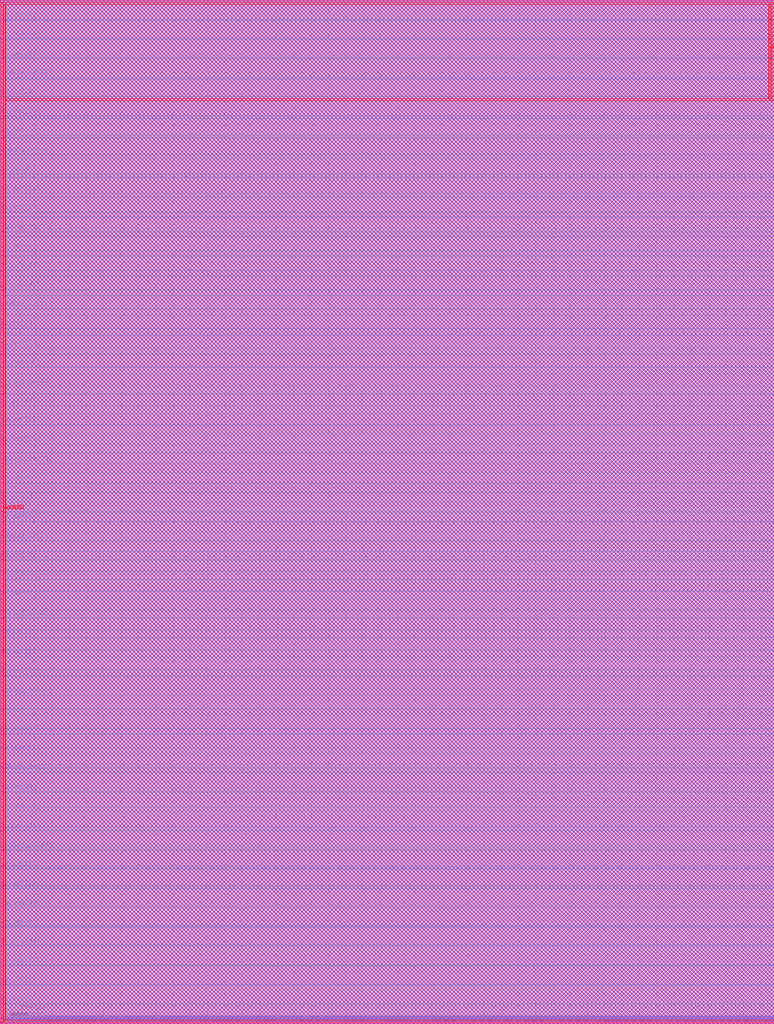
<source format=lef>
##
## LEF for PtnCells ;
## created by Innovus v20.10-p004_1 on Tue Jun 29 16:59:02 2021
##

VERSION 5.8 ;

BUSBITCHARS "[]" ;
DIVIDERCHAR "/" ;

MACRO user_proj_example
  CLASS BLOCK ;
  SIZE 2239.740000 BY 2960.040000 ;
  FOREIGN user_proj_example 0.000000 0.000000 ;
  ORIGIN 0 0 ;
  SYMMETRY X Y R90 ;
  PIN wb_clk_i
    DIRECTION INPUT ;
    USE SIGNAL ;
    PORT
      LAYER met2 ;
        RECT 4.760000 0.000000 4.900000 0.490000 ;
    END
  END wb_clk_i
  PIN wb_rst_i
    DIRECTION INPUT ;
    USE SIGNAL ;
    PORT
      LAYER met2 ;
        RECT 4.300000 0.000000 4.440000 0.490000 ;
    END
  END wb_rst_i
  PIN wbs_stb_i
    DIRECTION INPUT ;
    USE SIGNAL ;
    PORT
      LAYER met2 ;
        RECT 472.120000 0.000000 472.260000 0.490000 ;
    END
  END wbs_stb_i
  PIN wbs_cyc_i
    DIRECTION INPUT ;
    USE SIGNAL ;
    PORT
      LAYER met2 ;
        RECT 158.860000 0.000000 159.000000 0.490000 ;
    END
  END wbs_cyc_i
  PIN wbs_we_i
    DIRECTION INPUT ;
    USE SIGNAL ;
    PORT
      LAYER met2 ;
        RECT 476.720000 0.000000 476.860000 0.490000 ;
    END
  END wbs_we_i
  PIN wbs_sel_i[3]
    DIRECTION INPUT ;
    USE SIGNAL ;
    PORT
      LAYER met2 ;
        RECT 467.520000 0.000000 467.660000 0.490000 ;
    END
  END wbs_sel_i[3]
  PIN wbs_sel_i[2]
    DIRECTION INPUT ;
    USE SIGNAL ;
    PORT
      LAYER met2 ;
        RECT 462.920000 0.000000 463.060000 0.490000 ;
    END
  END wbs_sel_i[2]
  PIN wbs_sel_i[1]
    DIRECTION INPUT ;
    USE SIGNAL ;
    PORT
      LAYER met2 ;
        RECT 458.320000 0.000000 458.460000 0.490000 ;
    END
  END wbs_sel_i[1]
  PIN wbs_sel_i[0]
    DIRECTION INPUT ;
    USE SIGNAL ;
    PORT
      LAYER met2 ;
        RECT 454.180000 0.000000 454.320000 0.490000 ;
    END
  END wbs_sel_i[0]
  PIN wbs_dat_i[31]
    DIRECTION INPUT ;
    USE SIGNAL ;
    PORT
      LAYER met2 ;
        RECT 304.220000 0.000000 304.360000 0.490000 ;
    END
  END wbs_dat_i[31]
  PIN wbs_dat_i[30]
    DIRECTION INPUT ;
    USE SIGNAL ;
    PORT
      LAYER met2 ;
        RECT 299.620000 0.000000 299.760000 0.490000 ;
    END
  END wbs_dat_i[30]
  PIN wbs_dat_i[29]
    DIRECTION INPUT ;
    USE SIGNAL ;
    PORT
      LAYER met2 ;
        RECT 295.020000 0.000000 295.160000 0.490000 ;
    END
  END wbs_dat_i[29]
  PIN wbs_dat_i[28]
    DIRECTION INPUT ;
    USE SIGNAL ;
    PORT
      LAYER met2 ;
        RECT 290.420000 0.000000 290.560000 0.490000 ;
    END
  END wbs_dat_i[28]
  PIN wbs_dat_i[27]
    DIRECTION INPUT ;
    USE SIGNAL ;
    PORT
      LAYER met2 ;
        RECT 285.820000 0.000000 285.960000 0.490000 ;
    END
  END wbs_dat_i[27]
  PIN wbs_dat_i[26]
    DIRECTION INPUT ;
    USE SIGNAL ;
    PORT
      LAYER met2 ;
        RECT 281.220000 0.000000 281.360000 0.490000 ;
    END
  END wbs_dat_i[26]
  PIN wbs_dat_i[25]
    DIRECTION INPUT ;
    USE SIGNAL ;
    PORT
      LAYER met2 ;
        RECT 276.620000 0.000000 276.760000 0.490000 ;
    END
  END wbs_dat_i[25]
  PIN wbs_dat_i[24]
    DIRECTION INPUT ;
    USE SIGNAL ;
    PORT
      LAYER met2 ;
        RECT 272.480000 0.000000 272.620000 0.490000 ;
    END
  END wbs_dat_i[24]
  PIN wbs_dat_i[23]
    DIRECTION INPUT ;
    USE SIGNAL ;
    PORT
      LAYER met2 ;
        RECT 267.880000 0.000000 268.020000 0.490000 ;
    END
  END wbs_dat_i[23]
  PIN wbs_dat_i[22]
    DIRECTION INPUT ;
    USE SIGNAL ;
    PORT
      LAYER met2 ;
        RECT 263.280000 0.000000 263.420000 0.490000 ;
    END
  END wbs_dat_i[22]
  PIN wbs_dat_i[21]
    DIRECTION INPUT ;
    USE SIGNAL ;
    PORT
      LAYER met2 ;
        RECT 258.680000 0.000000 258.820000 0.490000 ;
    END
  END wbs_dat_i[21]
  PIN wbs_dat_i[20]
    DIRECTION INPUT ;
    USE SIGNAL ;
    PORT
      LAYER met2 ;
        RECT 254.080000 0.000000 254.220000 0.490000 ;
    END
  END wbs_dat_i[20]
  PIN wbs_dat_i[19]
    DIRECTION INPUT ;
    USE SIGNAL ;
    PORT
      LAYER met2 ;
        RECT 249.480000 0.000000 249.620000 0.490000 ;
    END
  END wbs_dat_i[19]
  PIN wbs_dat_i[18]
    DIRECTION INPUT ;
    USE SIGNAL ;
    PORT
      LAYER met2 ;
        RECT 244.880000 0.000000 245.020000 0.490000 ;
    END
  END wbs_dat_i[18]
  PIN wbs_dat_i[17]
    DIRECTION INPUT ;
    USE SIGNAL ;
    PORT
      LAYER met2 ;
        RECT 240.280000 0.000000 240.420000 0.490000 ;
    END
  END wbs_dat_i[17]
  PIN wbs_dat_i[16]
    DIRECTION INPUT ;
    USE SIGNAL ;
    PORT
      LAYER met2 ;
        RECT 236.140000 0.000000 236.280000 0.490000 ;
    END
  END wbs_dat_i[16]
  PIN wbs_dat_i[15]
    DIRECTION INPUT ;
    USE SIGNAL ;
    PORT
      LAYER met2 ;
        RECT 231.540000 0.000000 231.680000 0.490000 ;
    END
  END wbs_dat_i[15]
  PIN wbs_dat_i[14]
    DIRECTION INPUT ;
    USE SIGNAL ;
    PORT
      LAYER met2 ;
        RECT 226.940000 0.000000 227.080000 0.490000 ;
    END
  END wbs_dat_i[14]
  PIN wbs_dat_i[13]
    DIRECTION INPUT ;
    USE SIGNAL ;
    PORT
      LAYER met2 ;
        RECT 222.340000 0.000000 222.480000 0.490000 ;
    END
  END wbs_dat_i[13]
  PIN wbs_dat_i[12]
    DIRECTION INPUT ;
    USE SIGNAL ;
    PORT
      LAYER met2 ;
        RECT 217.740000 0.000000 217.880000 0.490000 ;
    END
  END wbs_dat_i[12]
  PIN wbs_dat_i[11]
    DIRECTION INPUT ;
    USE SIGNAL ;
    PORT
      LAYER met2 ;
        RECT 213.140000 0.000000 213.280000 0.490000 ;
    END
  END wbs_dat_i[11]
  PIN wbs_dat_i[10]
    DIRECTION INPUT ;
    USE SIGNAL ;
    PORT
      LAYER met2 ;
        RECT 208.540000 0.000000 208.680000 0.490000 ;
    END
  END wbs_dat_i[10]
  PIN wbs_dat_i[9]
    DIRECTION INPUT ;
    USE SIGNAL ;
    PORT
      LAYER met2 ;
        RECT 203.940000 0.000000 204.080000 0.490000 ;
    END
  END wbs_dat_i[9]
  PIN wbs_dat_i[8]
    DIRECTION INPUT ;
    USE SIGNAL ;
    PORT
      LAYER met2 ;
        RECT 199.800000 0.000000 199.940000 0.490000 ;
    END
  END wbs_dat_i[8]
  PIN wbs_dat_i[7]
    DIRECTION INPUT ;
    USE SIGNAL ;
    PORT
      LAYER met2 ;
        RECT 195.200000 0.000000 195.340000 0.490000 ;
    END
  END wbs_dat_i[7]
  PIN wbs_dat_i[6]
    DIRECTION INPUT ;
    USE SIGNAL ;
    PORT
      LAYER met2 ;
        RECT 190.600000 0.000000 190.740000 0.490000 ;
    END
  END wbs_dat_i[6]
  PIN wbs_dat_i[5]
    DIRECTION INPUT ;
    USE SIGNAL ;
    PORT
      LAYER met2 ;
        RECT 186.000000 0.000000 186.140000 0.490000 ;
    END
  END wbs_dat_i[5]
  PIN wbs_dat_i[4]
    DIRECTION INPUT ;
    USE SIGNAL ;
    PORT
      LAYER met2 ;
        RECT 181.400000 0.000000 181.540000 0.490000 ;
    END
  END wbs_dat_i[4]
  PIN wbs_dat_i[3]
    DIRECTION INPUT ;
    USE SIGNAL ;
    PORT
      LAYER met2 ;
        RECT 176.800000 0.000000 176.940000 0.490000 ;
    END
  END wbs_dat_i[3]
  PIN wbs_dat_i[2]
    DIRECTION INPUT ;
    USE SIGNAL ;
    PORT
      LAYER met2 ;
        RECT 172.200000 0.000000 172.340000 0.490000 ;
    END
  END wbs_dat_i[2]
  PIN wbs_dat_i[1]
    DIRECTION INPUT ;
    USE SIGNAL ;
    PORT
      LAYER met2 ;
        RECT 167.600000 0.000000 167.740000 0.490000 ;
    END
  END wbs_dat_i[1]
  PIN wbs_dat_i[0]
    DIRECTION INPUT ;
    USE SIGNAL ;
    PORT
      LAYER met2 ;
        RECT 163.460000 0.000000 163.600000 0.490000 ;
    END
  END wbs_dat_i[0]
  PIN wbs_adr_i[31]
    DIRECTION INPUT ;
    USE SIGNAL ;
    PORT
      LAYER met2 ;
        RECT 154.260000 0.000000 154.400000 0.490000 ;
    END
  END wbs_adr_i[31]
  PIN wbs_adr_i[30]
    DIRECTION INPUT ;
    USE SIGNAL ;
    PORT
      LAYER met2 ;
        RECT 149.660000 0.000000 149.800000 0.490000 ;
    END
  END wbs_adr_i[30]
  PIN wbs_adr_i[29]
    DIRECTION INPUT ;
    USE SIGNAL ;
    PORT
      LAYER met2 ;
        RECT 145.060000 0.000000 145.200000 0.490000 ;
    END
  END wbs_adr_i[29]
  PIN wbs_adr_i[28]
    DIRECTION INPUT ;
    USE SIGNAL ;
    PORT
      LAYER met2 ;
        RECT 140.460000 0.000000 140.600000 0.490000 ;
    END
  END wbs_adr_i[28]
  PIN wbs_adr_i[27]
    DIRECTION INPUT ;
    USE SIGNAL ;
    PORT
      LAYER met2 ;
        RECT 135.860000 0.000000 136.000000 0.490000 ;
    END
  END wbs_adr_i[27]
  PIN wbs_adr_i[26]
    DIRECTION INPUT ;
    USE SIGNAL ;
    PORT
      LAYER met2 ;
        RECT 131.260000 0.000000 131.400000 0.490000 ;
    END
  END wbs_adr_i[26]
  PIN wbs_adr_i[25]
    DIRECTION INPUT ;
    USE SIGNAL ;
    PORT
      LAYER met2 ;
        RECT 127.120000 0.000000 127.260000 0.490000 ;
    END
  END wbs_adr_i[25]
  PIN wbs_adr_i[24]
    DIRECTION INPUT ;
    USE SIGNAL ;
    PORT
      LAYER met2 ;
        RECT 122.520000 0.000000 122.660000 0.490000 ;
    END
  END wbs_adr_i[24]
  PIN wbs_adr_i[23]
    DIRECTION INPUT ;
    USE SIGNAL ;
    PORT
      LAYER met2 ;
        RECT 117.920000 0.000000 118.060000 0.490000 ;
    END
  END wbs_adr_i[23]
  PIN wbs_adr_i[22]
    DIRECTION INPUT ;
    USE SIGNAL ;
    PORT
      LAYER met2 ;
        RECT 113.320000 0.000000 113.460000 0.490000 ;
    END
  END wbs_adr_i[22]
  PIN wbs_adr_i[21]
    DIRECTION INPUT ;
    USE SIGNAL ;
    PORT
      LAYER met2 ;
        RECT 108.720000 0.000000 108.860000 0.490000 ;
    END
  END wbs_adr_i[21]
  PIN wbs_adr_i[20]
    DIRECTION INPUT ;
    USE SIGNAL ;
    PORT
      LAYER met2 ;
        RECT 104.120000 0.000000 104.260000 0.490000 ;
    END
  END wbs_adr_i[20]
  PIN wbs_adr_i[19]
    DIRECTION INPUT ;
    USE SIGNAL ;
    PORT
      LAYER met2 ;
        RECT 99.520000 0.000000 99.660000 0.490000 ;
    END
  END wbs_adr_i[19]
  PIN wbs_adr_i[18]
    DIRECTION INPUT ;
    USE SIGNAL ;
    PORT
      LAYER met2 ;
        RECT 94.920000 0.000000 95.060000 0.490000 ;
    END
  END wbs_adr_i[18]
  PIN wbs_adr_i[17]
    DIRECTION INPUT ;
    USE SIGNAL ;
    PORT
      LAYER met2 ;
        RECT 90.780000 0.000000 90.920000 0.490000 ;
    END
  END wbs_adr_i[17]
  PIN wbs_adr_i[16]
    DIRECTION INPUT ;
    USE SIGNAL ;
    PORT
      LAYER met2 ;
        RECT 86.180000 0.000000 86.320000 0.490000 ;
    END
  END wbs_adr_i[16]
  PIN wbs_adr_i[15]
    DIRECTION INPUT ;
    USE SIGNAL ;
    PORT
      LAYER met2 ;
        RECT 81.580000 0.000000 81.720000 0.490000 ;
    END
  END wbs_adr_i[15]
  PIN wbs_adr_i[14]
    DIRECTION INPUT ;
    USE SIGNAL ;
    PORT
      LAYER met2 ;
        RECT 76.980000 0.000000 77.120000 0.490000 ;
    END
  END wbs_adr_i[14]
  PIN wbs_adr_i[13]
    DIRECTION INPUT ;
    USE SIGNAL ;
    PORT
      LAYER met2 ;
        RECT 72.380000 0.000000 72.520000 0.490000 ;
    END
  END wbs_adr_i[13]
  PIN wbs_adr_i[12]
    DIRECTION INPUT ;
    USE SIGNAL ;
    PORT
      LAYER met2 ;
        RECT 67.780000 0.000000 67.920000 0.490000 ;
    END
  END wbs_adr_i[12]
  PIN wbs_adr_i[11]
    DIRECTION INPUT ;
    USE SIGNAL ;
    PORT
      LAYER met2 ;
        RECT 63.180000 0.000000 63.320000 0.490000 ;
    END
  END wbs_adr_i[11]
  PIN wbs_adr_i[10]
    DIRECTION INPUT ;
    USE SIGNAL ;
    PORT
      LAYER met2 ;
        RECT 58.580000 0.000000 58.720000 0.490000 ;
    END
  END wbs_adr_i[10]
  PIN wbs_adr_i[9]
    DIRECTION INPUT ;
    USE SIGNAL ;
    PORT
      LAYER met2 ;
        RECT 54.440000 0.000000 54.580000 0.490000 ;
    END
  END wbs_adr_i[9]
  PIN wbs_adr_i[8]
    DIRECTION INPUT ;
    USE SIGNAL ;
    PORT
      LAYER met2 ;
        RECT 49.840000 0.000000 49.980000 0.490000 ;
    END
  END wbs_adr_i[8]
  PIN wbs_adr_i[7]
    DIRECTION INPUT ;
    USE SIGNAL ;
    PORT
      LAYER met2 ;
        RECT 45.240000 0.000000 45.380000 0.490000 ;
    END
  END wbs_adr_i[7]
  PIN wbs_adr_i[6]
    DIRECTION INPUT ;
    USE SIGNAL ;
    PORT
      LAYER met2 ;
        RECT 40.640000 0.000000 40.780000 0.490000 ;
    END
  END wbs_adr_i[6]
  PIN wbs_adr_i[5]
    DIRECTION INPUT ;
    USE SIGNAL ;
    PORT
      LAYER met2 ;
        RECT 36.040000 0.000000 36.180000 0.490000 ;
    END
  END wbs_adr_i[5]
  PIN wbs_adr_i[4]
    DIRECTION INPUT ;
    USE SIGNAL ;
    PORT
      LAYER met2 ;
        RECT 31.440000 0.000000 31.580000 0.490000 ;
    END
  END wbs_adr_i[4]
  PIN wbs_adr_i[3]
    DIRECTION INPUT ;
    USE SIGNAL ;
    PORT
      LAYER met2 ;
        RECT 26.840000 0.000000 26.980000 0.490000 ;
    END
  END wbs_adr_i[3]
  PIN wbs_adr_i[2]
    DIRECTION INPUT ;
    USE SIGNAL ;
    PORT
      LAYER met2 ;
        RECT 22.240000 0.000000 22.380000 0.490000 ;
    END
  END wbs_adr_i[2]
  PIN wbs_adr_i[1]
    DIRECTION INPUT ;
    USE SIGNAL ;
    PORT
      LAYER met2 ;
        RECT 18.100000 0.000000 18.240000 0.490000 ;
    END
  END wbs_adr_i[1]
  PIN wbs_adr_i[0]
    DIRECTION INPUT ;
    USE SIGNAL ;
    PORT
      LAYER met2 ;
        RECT 13.500000 0.000000 13.640000 0.490000 ;
    END
  END wbs_adr_i[0]
  PIN wbs_ack_o
    DIRECTION OUTPUT ;
    USE SIGNAL ;
    PORT
      LAYER met2 ;
        RECT 8.900000 0.000000 9.040000 0.490000 ;
    END
  END wbs_ack_o
  PIN wbs_dat_o[31]
    DIRECTION OUTPUT ;
    USE SIGNAL ;
    PORT
      LAYER met2 ;
        RECT 449.580000 0.000000 449.720000 0.490000 ;
    END
  END wbs_dat_o[31]
  PIN wbs_dat_o[30]
    DIRECTION OUTPUT ;
    USE SIGNAL ;
    PORT
      LAYER met2 ;
        RECT 444.980000 0.000000 445.120000 0.490000 ;
    END
  END wbs_dat_o[30]
  PIN wbs_dat_o[29]
    DIRECTION OUTPUT ;
    USE SIGNAL ;
    PORT
      LAYER met2 ;
        RECT 440.380000 0.000000 440.520000 0.490000 ;
    END
  END wbs_dat_o[29]
  PIN wbs_dat_o[28]
    DIRECTION OUTPUT ;
    USE SIGNAL ;
    PORT
      LAYER met2 ;
        RECT 435.780000 0.000000 435.920000 0.490000 ;
    END
  END wbs_dat_o[28]
  PIN wbs_dat_o[27]
    DIRECTION OUTPUT ;
    USE SIGNAL ;
    PORT
      LAYER met2 ;
        RECT 431.180000 0.000000 431.320000 0.490000 ;
    END
  END wbs_dat_o[27]
  PIN wbs_dat_o[26]
    DIRECTION OUTPUT ;
    USE SIGNAL ;
    PORT
      LAYER met2 ;
        RECT 426.580000 0.000000 426.720000 0.490000 ;
    END
  END wbs_dat_o[26]
  PIN wbs_dat_o[25]
    DIRECTION OUTPUT ;
    USE SIGNAL ;
    PORT
      LAYER met2 ;
        RECT 421.980000 0.000000 422.120000 0.490000 ;
    END
  END wbs_dat_o[25]
  PIN wbs_dat_o[24]
    DIRECTION OUTPUT ;
    USE SIGNAL ;
    PORT
      LAYER met2 ;
        RECT 417.840000 0.000000 417.980000 0.490000 ;
    END
  END wbs_dat_o[24]
  PIN wbs_dat_o[23]
    DIRECTION OUTPUT ;
    USE SIGNAL ;
    PORT
      LAYER met2 ;
        RECT 413.240000 0.000000 413.380000 0.490000 ;
    END
  END wbs_dat_o[23]
  PIN wbs_dat_o[22]
    DIRECTION OUTPUT ;
    USE SIGNAL ;
    PORT
      LAYER met2 ;
        RECT 408.640000 0.000000 408.780000 0.490000 ;
    END
  END wbs_dat_o[22]
  PIN wbs_dat_o[21]
    DIRECTION OUTPUT ;
    USE SIGNAL ;
    PORT
      LAYER met2 ;
        RECT 404.040000 0.000000 404.180000 0.490000 ;
    END
  END wbs_dat_o[21]
  PIN wbs_dat_o[20]
    DIRECTION OUTPUT ;
    USE SIGNAL ;
    PORT
      LAYER met2 ;
        RECT 399.440000 0.000000 399.580000 0.490000 ;
    END
  END wbs_dat_o[20]
  PIN wbs_dat_o[19]
    DIRECTION OUTPUT ;
    USE SIGNAL ;
    PORT
      LAYER met2 ;
        RECT 394.840000 0.000000 394.980000 0.490000 ;
    END
  END wbs_dat_o[19]
  PIN wbs_dat_o[18]
    DIRECTION OUTPUT ;
    USE SIGNAL ;
    PORT
      LAYER met2 ;
        RECT 390.240000 0.000000 390.380000 0.490000 ;
    END
  END wbs_dat_o[18]
  PIN wbs_dat_o[17]
    DIRECTION OUTPUT ;
    USE SIGNAL ;
    PORT
      LAYER met2 ;
        RECT 385.640000 0.000000 385.780000 0.490000 ;
    END
  END wbs_dat_o[17]
  PIN wbs_dat_o[16]
    DIRECTION OUTPUT ;
    USE SIGNAL ;
    PORT
      LAYER met2 ;
        RECT 381.500000 0.000000 381.640000 0.490000 ;
    END
  END wbs_dat_o[16]
  PIN wbs_dat_o[15]
    DIRECTION OUTPUT ;
    USE SIGNAL ;
    PORT
      LAYER met2 ;
        RECT 376.900000 0.000000 377.040000 0.490000 ;
    END
  END wbs_dat_o[15]
  PIN wbs_dat_o[14]
    DIRECTION OUTPUT ;
    USE SIGNAL ;
    PORT
      LAYER met2 ;
        RECT 372.300000 0.000000 372.440000 0.490000 ;
    END
  END wbs_dat_o[14]
  PIN wbs_dat_o[13]
    DIRECTION OUTPUT ;
    USE SIGNAL ;
    PORT
      LAYER met2 ;
        RECT 367.700000 0.000000 367.840000 0.490000 ;
    END
  END wbs_dat_o[13]
  PIN wbs_dat_o[12]
    DIRECTION OUTPUT ;
    USE SIGNAL ;
    PORT
      LAYER met2 ;
        RECT 363.100000 0.000000 363.240000 0.490000 ;
    END
  END wbs_dat_o[12]
  PIN wbs_dat_o[11]
    DIRECTION OUTPUT ;
    USE SIGNAL ;
    PORT
      LAYER met2 ;
        RECT 358.500000 0.000000 358.640000 0.490000 ;
    END
  END wbs_dat_o[11]
  PIN wbs_dat_o[10]
    DIRECTION OUTPUT ;
    USE SIGNAL ;
    PORT
      LAYER met2 ;
        RECT 353.900000 0.000000 354.040000 0.490000 ;
    END
  END wbs_dat_o[10]
  PIN wbs_dat_o[9]
    DIRECTION OUTPUT ;
    USE SIGNAL ;
    PORT
      LAYER met2 ;
        RECT 349.300000 0.000000 349.440000 0.490000 ;
    END
  END wbs_dat_o[9]
  PIN wbs_dat_o[8]
    DIRECTION OUTPUT ;
    USE SIGNAL ;
    PORT
      LAYER met2 ;
        RECT 345.160000 0.000000 345.300000 0.490000 ;
    END
  END wbs_dat_o[8]
  PIN wbs_dat_o[7]
    DIRECTION OUTPUT ;
    USE SIGNAL ;
    PORT
      LAYER met2 ;
        RECT 340.560000 0.000000 340.700000 0.490000 ;
    END
  END wbs_dat_o[7]
  PIN wbs_dat_o[6]
    DIRECTION OUTPUT ;
    USE SIGNAL ;
    PORT
      LAYER met2 ;
        RECT 335.960000 0.000000 336.100000 0.490000 ;
    END
  END wbs_dat_o[6]
  PIN wbs_dat_o[5]
    DIRECTION OUTPUT ;
    USE SIGNAL ;
    PORT
      LAYER met2 ;
        RECT 331.360000 0.000000 331.500000 0.490000 ;
    END
  END wbs_dat_o[5]
  PIN wbs_dat_o[4]
    DIRECTION OUTPUT ;
    USE SIGNAL ;
    PORT
      LAYER met2 ;
        RECT 326.760000 0.000000 326.900000 0.490000 ;
    END
  END wbs_dat_o[4]
  PIN wbs_dat_o[3]
    DIRECTION OUTPUT ;
    USE SIGNAL ;
    PORT
      LAYER met2 ;
        RECT 322.160000 0.000000 322.300000 0.490000 ;
    END
  END wbs_dat_o[3]
  PIN wbs_dat_o[2]
    DIRECTION OUTPUT ;
    USE SIGNAL ;
    PORT
      LAYER met2 ;
        RECT 317.560000 0.000000 317.700000 0.490000 ;
    END
  END wbs_dat_o[2]
  PIN wbs_dat_o[1]
    DIRECTION OUTPUT ;
    USE SIGNAL ;
    PORT
      LAYER met2 ;
        RECT 312.960000 0.000000 313.100000 0.490000 ;
    END
  END wbs_dat_o[1]
  PIN wbs_dat_o[0]
    DIRECTION OUTPUT ;
    USE SIGNAL ;
    PORT
      LAYER met2 ;
        RECT 308.820000 0.000000 308.960000 0.490000 ;
    END
  END wbs_dat_o[0]
  PIN la_data_in[127]
    DIRECTION INPUT ;
    USE SIGNAL ;
    PORT
      LAYER met2 ;
        RECT 1058.160000 0.000000 1058.300000 0.490000 ;
    END
  END la_data_in[127]
  PIN la_data_in[126]
    DIRECTION INPUT ;
    USE SIGNAL ;
    PORT
      LAYER met2 ;
        RECT 1053.560000 0.000000 1053.700000 0.490000 ;
    END
  END la_data_in[126]
  PIN la_data_in[125]
    DIRECTION INPUT ;
    USE SIGNAL ;
    PORT
      LAYER met2 ;
        RECT 1048.960000 0.000000 1049.100000 0.490000 ;
    END
  END la_data_in[125]
  PIN la_data_in[124]
    DIRECTION INPUT ;
    USE SIGNAL ;
    PORT
      LAYER met2 ;
        RECT 1044.820000 0.000000 1044.960000 0.490000 ;
    END
  END la_data_in[124]
  PIN la_data_in[123]
    DIRECTION INPUT ;
    USE SIGNAL ;
    PORT
      LAYER met2 ;
        RECT 1040.220000 0.000000 1040.360000 0.490000 ;
    END
  END la_data_in[123]
  PIN la_data_in[122]
    DIRECTION INPUT ;
    USE SIGNAL ;
    PORT
      LAYER met2 ;
        RECT 1035.620000 0.000000 1035.760000 0.490000 ;
    END
  END la_data_in[122]
  PIN la_data_in[121]
    DIRECTION INPUT ;
    USE SIGNAL ;
    PORT
      LAYER met2 ;
        RECT 1031.020000 0.000000 1031.160000 0.490000 ;
    END
  END la_data_in[121]
  PIN la_data_in[120]
    DIRECTION INPUT ;
    USE SIGNAL ;
    PORT
      LAYER met2 ;
        RECT 1026.420000 0.000000 1026.560000 0.490000 ;
    END
  END la_data_in[120]
  PIN la_data_in[119]
    DIRECTION INPUT ;
    USE SIGNAL ;
    PORT
      LAYER met2 ;
        RECT 1021.820000 0.000000 1021.960000 0.490000 ;
    END
  END la_data_in[119]
  PIN la_data_in[118]
    DIRECTION INPUT ;
    USE SIGNAL ;
    PORT
      LAYER met2 ;
        RECT 1017.220000 0.000000 1017.360000 0.490000 ;
    END
  END la_data_in[118]
  PIN la_data_in[117]
    DIRECTION INPUT ;
    USE SIGNAL ;
    PORT
      LAYER met2 ;
        RECT 1012.620000 0.000000 1012.760000 0.490000 ;
    END
  END la_data_in[117]
  PIN la_data_in[116]
    DIRECTION INPUT ;
    USE SIGNAL ;
    PORT
      LAYER met2 ;
        RECT 1008.020000 0.000000 1008.160000 0.490000 ;
    END
  END la_data_in[116]
  PIN la_data_in[115]
    DIRECTION INPUT ;
    USE SIGNAL ;
    PORT
      LAYER met2 ;
        RECT 1003.880000 0.000000 1004.020000 0.490000 ;
    END
  END la_data_in[115]
  PIN la_data_in[114]
    DIRECTION INPUT ;
    USE SIGNAL ;
    PORT
      LAYER met2 ;
        RECT 999.280000 0.000000 999.420000 0.490000 ;
    END
  END la_data_in[114]
  PIN la_data_in[113]
    DIRECTION INPUT ;
    USE SIGNAL ;
    PORT
      LAYER met2 ;
        RECT 994.680000 0.000000 994.820000 0.490000 ;
    END
  END la_data_in[113]
  PIN la_data_in[112]
    DIRECTION INPUT ;
    USE SIGNAL ;
    PORT
      LAYER met2 ;
        RECT 990.080000 0.000000 990.220000 0.490000 ;
    END
  END la_data_in[112]
  PIN la_data_in[111]
    DIRECTION INPUT ;
    USE SIGNAL ;
    PORT
      LAYER met2 ;
        RECT 985.480000 0.000000 985.620000 0.490000 ;
    END
  END la_data_in[111]
  PIN la_data_in[110]
    DIRECTION INPUT ;
    USE SIGNAL ;
    PORT
      LAYER met2 ;
        RECT 980.880000 0.000000 981.020000 0.490000 ;
    END
  END la_data_in[110]
  PIN la_data_in[109]
    DIRECTION INPUT ;
    USE SIGNAL ;
    PORT
      LAYER met2 ;
        RECT 976.280000 0.000000 976.420000 0.490000 ;
    END
  END la_data_in[109]
  PIN la_data_in[108]
    DIRECTION INPUT ;
    USE SIGNAL ;
    PORT
      LAYER met2 ;
        RECT 971.680000 0.000000 971.820000 0.490000 ;
    END
  END la_data_in[108]
  PIN la_data_in[107]
    DIRECTION INPUT ;
    USE SIGNAL ;
    PORT
      LAYER met2 ;
        RECT 967.540000 0.000000 967.680000 0.490000 ;
    END
  END la_data_in[107]
  PIN la_data_in[106]
    DIRECTION INPUT ;
    USE SIGNAL ;
    PORT
      LAYER met2 ;
        RECT 962.940000 0.000000 963.080000 0.490000 ;
    END
  END la_data_in[106]
  PIN la_data_in[105]
    DIRECTION INPUT ;
    USE SIGNAL ;
    PORT
      LAYER met2 ;
        RECT 958.340000 0.000000 958.480000 0.490000 ;
    END
  END la_data_in[105]
  PIN la_data_in[104]
    DIRECTION INPUT ;
    USE SIGNAL ;
    PORT
      LAYER met2 ;
        RECT 953.740000 0.000000 953.880000 0.490000 ;
    END
  END la_data_in[104]
  PIN la_data_in[103]
    DIRECTION INPUT ;
    USE SIGNAL ;
    PORT
      LAYER met2 ;
        RECT 949.140000 0.000000 949.280000 0.490000 ;
    END
  END la_data_in[103]
  PIN la_data_in[102]
    DIRECTION INPUT ;
    USE SIGNAL ;
    PORT
      LAYER met2 ;
        RECT 944.540000 0.000000 944.680000 0.490000 ;
    END
  END la_data_in[102]
  PIN la_data_in[101]
    DIRECTION INPUT ;
    USE SIGNAL ;
    PORT
      LAYER met2 ;
        RECT 939.940000 0.000000 940.080000 0.490000 ;
    END
  END la_data_in[101]
  PIN la_data_in[100]
    DIRECTION INPUT ;
    USE SIGNAL ;
    PORT
      LAYER met2 ;
        RECT 935.340000 0.000000 935.480000 0.490000 ;
    END
  END la_data_in[100]
  PIN la_data_in[99]
    DIRECTION INPUT ;
    USE SIGNAL ;
    PORT
      LAYER met2 ;
        RECT 931.200000 0.000000 931.340000 0.490000 ;
    END
  END la_data_in[99]
  PIN la_data_in[98]
    DIRECTION INPUT ;
    USE SIGNAL ;
    PORT
      LAYER met2 ;
        RECT 926.600000 0.000000 926.740000 0.490000 ;
    END
  END la_data_in[98]
  PIN la_data_in[97]
    DIRECTION INPUT ;
    USE SIGNAL ;
    PORT
      LAYER met2 ;
        RECT 922.000000 0.000000 922.140000 0.490000 ;
    END
  END la_data_in[97]
  PIN la_data_in[96]
    DIRECTION INPUT ;
    USE SIGNAL ;
    PORT
      LAYER met2 ;
        RECT 917.400000 0.000000 917.540000 0.490000 ;
    END
  END la_data_in[96]
  PIN la_data_in[95]
    DIRECTION INPUT ;
    USE SIGNAL ;
    PORT
      LAYER met2 ;
        RECT 912.800000 0.000000 912.940000 0.490000 ;
    END
  END la_data_in[95]
  PIN la_data_in[94]
    DIRECTION INPUT ;
    USE SIGNAL ;
    PORT
      LAYER met2 ;
        RECT 908.200000 0.000000 908.340000 0.490000 ;
    END
  END la_data_in[94]
  PIN la_data_in[93]
    DIRECTION INPUT ;
    USE SIGNAL ;
    PORT
      LAYER met2 ;
        RECT 903.600000 0.000000 903.740000 0.490000 ;
    END
  END la_data_in[93]
  PIN la_data_in[92]
    DIRECTION INPUT ;
    USE SIGNAL ;
    PORT
      LAYER met2 ;
        RECT 899.000000 0.000000 899.140000 0.490000 ;
    END
  END la_data_in[92]
  PIN la_data_in[91]
    DIRECTION INPUT ;
    USE SIGNAL ;
    PORT
      LAYER met2 ;
        RECT 894.860000 0.000000 895.000000 0.490000 ;
    END
  END la_data_in[91]
  PIN la_data_in[90]
    DIRECTION INPUT ;
    USE SIGNAL ;
    PORT
      LAYER met2 ;
        RECT 890.260000 0.000000 890.400000 0.490000 ;
    END
  END la_data_in[90]
  PIN la_data_in[89]
    DIRECTION INPUT ;
    USE SIGNAL ;
    PORT
      LAYER met2 ;
        RECT 885.660000 0.000000 885.800000 0.490000 ;
    END
  END la_data_in[89]
  PIN la_data_in[88]
    DIRECTION INPUT ;
    USE SIGNAL ;
    PORT
      LAYER met2 ;
        RECT 881.060000 0.000000 881.200000 0.490000 ;
    END
  END la_data_in[88]
  PIN la_data_in[87]
    DIRECTION INPUT ;
    USE SIGNAL ;
    PORT
      LAYER met2 ;
        RECT 876.460000 0.000000 876.600000 0.490000 ;
    END
  END la_data_in[87]
  PIN la_data_in[86]
    DIRECTION INPUT ;
    USE SIGNAL ;
    PORT
      LAYER met2 ;
        RECT 871.860000 0.000000 872.000000 0.490000 ;
    END
  END la_data_in[86]
  PIN la_data_in[85]
    DIRECTION INPUT ;
    USE SIGNAL ;
    PORT
      LAYER met2 ;
        RECT 867.260000 0.000000 867.400000 0.490000 ;
    END
  END la_data_in[85]
  PIN la_data_in[84]
    DIRECTION INPUT ;
    USE SIGNAL ;
    PORT
      LAYER met2 ;
        RECT 862.660000 0.000000 862.800000 0.490000 ;
    END
  END la_data_in[84]
  PIN la_data_in[83]
    DIRECTION INPUT ;
    USE SIGNAL ;
    PORT
      LAYER met2 ;
        RECT 858.520000 0.000000 858.660000 0.490000 ;
    END
  END la_data_in[83]
  PIN la_data_in[82]
    DIRECTION INPUT ;
    USE SIGNAL ;
    PORT
      LAYER met2 ;
        RECT 853.920000 0.000000 854.060000 0.490000 ;
    END
  END la_data_in[82]
  PIN la_data_in[81]
    DIRECTION INPUT ;
    USE SIGNAL ;
    PORT
      LAYER met2 ;
        RECT 849.320000 0.000000 849.460000 0.490000 ;
    END
  END la_data_in[81]
  PIN la_data_in[80]
    DIRECTION INPUT ;
    USE SIGNAL ;
    PORT
      LAYER met2 ;
        RECT 844.720000 0.000000 844.860000 0.490000 ;
    END
  END la_data_in[80]
  PIN la_data_in[79]
    DIRECTION INPUT ;
    USE SIGNAL ;
    PORT
      LAYER met2 ;
        RECT 840.120000 0.000000 840.260000 0.490000 ;
    END
  END la_data_in[79]
  PIN la_data_in[78]
    DIRECTION INPUT ;
    USE SIGNAL ;
    PORT
      LAYER met2 ;
        RECT 835.520000 0.000000 835.660000 0.490000 ;
    END
  END la_data_in[78]
  PIN la_data_in[77]
    DIRECTION INPUT ;
    USE SIGNAL ;
    PORT
      LAYER met2 ;
        RECT 830.920000 0.000000 831.060000 0.490000 ;
    END
  END la_data_in[77]
  PIN la_data_in[76]
    DIRECTION INPUT ;
    USE SIGNAL ;
    PORT
      LAYER met2 ;
        RECT 826.320000 0.000000 826.460000 0.490000 ;
    END
  END la_data_in[76]
  PIN la_data_in[75]
    DIRECTION INPUT ;
    USE SIGNAL ;
    PORT
      LAYER met2 ;
        RECT 822.180000 0.000000 822.320000 0.490000 ;
    END
  END la_data_in[75]
  PIN la_data_in[74]
    DIRECTION INPUT ;
    USE SIGNAL ;
    PORT
      LAYER met2 ;
        RECT 817.580000 0.000000 817.720000 0.490000 ;
    END
  END la_data_in[74]
  PIN la_data_in[73]
    DIRECTION INPUT ;
    USE SIGNAL ;
    PORT
      LAYER met2 ;
        RECT 812.980000 0.000000 813.120000 0.490000 ;
    END
  END la_data_in[73]
  PIN la_data_in[72]
    DIRECTION INPUT ;
    USE SIGNAL ;
    PORT
      LAYER met2 ;
        RECT 808.380000 0.000000 808.520000 0.490000 ;
    END
  END la_data_in[72]
  PIN la_data_in[71]
    DIRECTION INPUT ;
    USE SIGNAL ;
    PORT
      LAYER met2 ;
        RECT 803.780000 0.000000 803.920000 0.490000 ;
    END
  END la_data_in[71]
  PIN la_data_in[70]
    DIRECTION INPUT ;
    USE SIGNAL ;
    PORT
      LAYER met2 ;
        RECT 799.180000 0.000000 799.320000 0.490000 ;
    END
  END la_data_in[70]
  PIN la_data_in[69]
    DIRECTION INPUT ;
    USE SIGNAL ;
    PORT
      LAYER met2 ;
        RECT 794.580000 0.000000 794.720000 0.490000 ;
    END
  END la_data_in[69]
  PIN la_data_in[68]
    DIRECTION INPUT ;
    USE SIGNAL ;
    PORT
      LAYER met2 ;
        RECT 789.980000 0.000000 790.120000 0.490000 ;
    END
  END la_data_in[68]
  PIN la_data_in[67]
    DIRECTION INPUT ;
    USE SIGNAL ;
    PORT
      LAYER met2 ;
        RECT 785.840000 0.000000 785.980000 0.490000 ;
    END
  END la_data_in[67]
  PIN la_data_in[66]
    DIRECTION INPUT ;
    USE SIGNAL ;
    PORT
      LAYER met2 ;
        RECT 781.240000 0.000000 781.380000 0.490000 ;
    END
  END la_data_in[66]
  PIN la_data_in[65]
    DIRECTION INPUT ;
    USE SIGNAL ;
    PORT
      LAYER met2 ;
        RECT 776.640000 0.000000 776.780000 0.490000 ;
    END
  END la_data_in[65]
  PIN la_data_in[64]
    DIRECTION INPUT ;
    USE SIGNAL ;
    PORT
      LAYER met2 ;
        RECT 772.040000 0.000000 772.180000 0.490000 ;
    END
  END la_data_in[64]
  PIN la_data_in[63]
    DIRECTION INPUT ;
    USE SIGNAL ;
    PORT
      LAYER met2 ;
        RECT 767.440000 0.000000 767.580000 0.490000 ;
    END
  END la_data_in[63]
  PIN la_data_in[62]
    DIRECTION INPUT ;
    USE SIGNAL ;
    PORT
      LAYER met2 ;
        RECT 762.840000 0.000000 762.980000 0.490000 ;
    END
  END la_data_in[62]
  PIN la_data_in[61]
    DIRECTION INPUT ;
    USE SIGNAL ;
    PORT
      LAYER met2 ;
        RECT 758.240000 0.000000 758.380000 0.490000 ;
    END
  END la_data_in[61]
  PIN la_data_in[60]
    DIRECTION INPUT ;
    USE SIGNAL ;
    PORT
      LAYER met2 ;
        RECT 753.640000 0.000000 753.780000 0.490000 ;
    END
  END la_data_in[60]
  PIN la_data_in[59]
    DIRECTION INPUT ;
    USE SIGNAL ;
    PORT
      LAYER met2 ;
        RECT 749.500000 0.000000 749.640000 0.490000 ;
    END
  END la_data_in[59]
  PIN la_data_in[58]
    DIRECTION INPUT ;
    USE SIGNAL ;
    PORT
      LAYER met2 ;
        RECT 744.900000 0.000000 745.040000 0.490000 ;
    END
  END la_data_in[58]
  PIN la_data_in[57]
    DIRECTION INPUT ;
    USE SIGNAL ;
    PORT
      LAYER met2 ;
        RECT 740.300000 0.000000 740.440000 0.490000 ;
    END
  END la_data_in[57]
  PIN la_data_in[56]
    DIRECTION INPUT ;
    USE SIGNAL ;
    PORT
      LAYER met2 ;
        RECT 735.700000 0.000000 735.840000 0.490000 ;
    END
  END la_data_in[56]
  PIN la_data_in[55]
    DIRECTION INPUT ;
    USE SIGNAL ;
    PORT
      LAYER met2 ;
        RECT 731.100000 0.000000 731.240000 0.490000 ;
    END
  END la_data_in[55]
  PIN la_data_in[54]
    DIRECTION INPUT ;
    USE SIGNAL ;
    PORT
      LAYER met2 ;
        RECT 726.500000 0.000000 726.640000 0.490000 ;
    END
  END la_data_in[54]
  PIN la_data_in[53]
    DIRECTION INPUT ;
    USE SIGNAL ;
    PORT
      LAYER met2 ;
        RECT 721.900000 0.000000 722.040000 0.490000 ;
    END
  END la_data_in[53]
  PIN la_data_in[52]
    DIRECTION INPUT ;
    USE SIGNAL ;
    PORT
      LAYER met2 ;
        RECT 717.300000 0.000000 717.440000 0.490000 ;
    END
  END la_data_in[52]
  PIN la_data_in[51]
    DIRECTION INPUT ;
    USE SIGNAL ;
    PORT
      LAYER met2 ;
        RECT 713.160000 0.000000 713.300000 0.490000 ;
    END
  END la_data_in[51]
  PIN la_data_in[50]
    DIRECTION INPUT ;
    USE SIGNAL ;
    PORT
      LAYER met2 ;
        RECT 708.560000 0.000000 708.700000 0.490000 ;
    END
  END la_data_in[50]
  PIN la_data_in[49]
    DIRECTION INPUT ;
    USE SIGNAL ;
    PORT
      LAYER met2 ;
        RECT 703.960000 0.000000 704.100000 0.490000 ;
    END
  END la_data_in[49]
  PIN la_data_in[48]
    DIRECTION INPUT ;
    USE SIGNAL ;
    PORT
      LAYER met2 ;
        RECT 699.360000 0.000000 699.500000 0.490000 ;
    END
  END la_data_in[48]
  PIN la_data_in[47]
    DIRECTION INPUT ;
    USE SIGNAL ;
    PORT
      LAYER met2 ;
        RECT 694.760000 0.000000 694.900000 0.490000 ;
    END
  END la_data_in[47]
  PIN la_data_in[46]
    DIRECTION INPUT ;
    USE SIGNAL ;
    PORT
      LAYER met2 ;
        RECT 690.160000 0.000000 690.300000 0.490000 ;
    END
  END la_data_in[46]
  PIN la_data_in[45]
    DIRECTION INPUT ;
    USE SIGNAL ;
    PORT
      LAYER met2 ;
        RECT 685.560000 0.000000 685.700000 0.490000 ;
    END
  END la_data_in[45]
  PIN la_data_in[44]
    DIRECTION INPUT ;
    USE SIGNAL ;
    PORT
      LAYER met2 ;
        RECT 680.960000 0.000000 681.100000 0.490000 ;
    END
  END la_data_in[44]
  PIN la_data_in[43]
    DIRECTION INPUT ;
    USE SIGNAL ;
    PORT
      LAYER met2 ;
        RECT 676.820000 0.000000 676.960000 0.490000 ;
    END
  END la_data_in[43]
  PIN la_data_in[42]
    DIRECTION INPUT ;
    USE SIGNAL ;
    PORT
      LAYER met2 ;
        RECT 672.220000 0.000000 672.360000 0.490000 ;
    END
  END la_data_in[42]
  PIN la_data_in[41]
    DIRECTION INPUT ;
    USE SIGNAL ;
    PORT
      LAYER met2 ;
        RECT 667.620000 0.000000 667.760000 0.490000 ;
    END
  END la_data_in[41]
  PIN la_data_in[40]
    DIRECTION INPUT ;
    USE SIGNAL ;
    PORT
      LAYER met2 ;
        RECT 663.020000 0.000000 663.160000 0.490000 ;
    END
  END la_data_in[40]
  PIN la_data_in[39]
    DIRECTION INPUT ;
    USE SIGNAL ;
    PORT
      LAYER met2 ;
        RECT 658.420000 0.000000 658.560000 0.490000 ;
    END
  END la_data_in[39]
  PIN la_data_in[38]
    DIRECTION INPUT ;
    USE SIGNAL ;
    PORT
      LAYER met2 ;
        RECT 653.820000 0.000000 653.960000 0.490000 ;
    END
  END la_data_in[38]
  PIN la_data_in[37]
    DIRECTION INPUT ;
    USE SIGNAL ;
    PORT
      LAYER met2 ;
        RECT 649.220000 0.000000 649.360000 0.490000 ;
    END
  END la_data_in[37]
  PIN la_data_in[36]
    DIRECTION INPUT ;
    USE SIGNAL ;
    PORT
      LAYER met2 ;
        RECT 644.620000 0.000000 644.760000 0.490000 ;
    END
  END la_data_in[36]
  PIN la_data_in[35]
    DIRECTION INPUT ;
    USE SIGNAL ;
    PORT
      LAYER met2 ;
        RECT 640.480000 0.000000 640.620000 0.490000 ;
    END
  END la_data_in[35]
  PIN la_data_in[34]
    DIRECTION INPUT ;
    USE SIGNAL ;
    PORT
      LAYER met2 ;
        RECT 635.880000 0.000000 636.020000 0.490000 ;
    END
  END la_data_in[34]
  PIN la_data_in[33]
    DIRECTION INPUT ;
    USE SIGNAL ;
    PORT
      LAYER met2 ;
        RECT 631.280000 0.000000 631.420000 0.490000 ;
    END
  END la_data_in[33]
  PIN la_data_in[32]
    DIRECTION INPUT ;
    USE SIGNAL ;
    PORT
      LAYER met2 ;
        RECT 626.680000 0.000000 626.820000 0.490000 ;
    END
  END la_data_in[32]
  PIN la_data_in[31]
    DIRECTION INPUT ;
    USE SIGNAL ;
    PORT
      LAYER met2 ;
        RECT 622.080000 0.000000 622.220000 0.490000 ;
    END
  END la_data_in[31]
  PIN la_data_in[30]
    DIRECTION INPUT ;
    USE SIGNAL ;
    PORT
      LAYER met2 ;
        RECT 617.480000 0.000000 617.620000 0.490000 ;
    END
  END la_data_in[30]
  PIN la_data_in[29]
    DIRECTION INPUT ;
    USE SIGNAL ;
    PORT
      LAYER met2 ;
        RECT 612.880000 0.000000 613.020000 0.490000 ;
    END
  END la_data_in[29]
  PIN la_data_in[28]
    DIRECTION INPUT ;
    USE SIGNAL ;
    PORT
      LAYER met2 ;
        RECT 608.280000 0.000000 608.420000 0.490000 ;
    END
  END la_data_in[28]
  PIN la_data_in[27]
    DIRECTION INPUT ;
    USE SIGNAL ;
    PORT
      LAYER met2 ;
        RECT 604.140000 0.000000 604.280000 0.490000 ;
    END
  END la_data_in[27]
  PIN la_data_in[26]
    DIRECTION INPUT ;
    USE SIGNAL ;
    PORT
      LAYER met2 ;
        RECT 599.540000 0.000000 599.680000 0.490000 ;
    END
  END la_data_in[26]
  PIN la_data_in[25]
    DIRECTION INPUT ;
    USE SIGNAL ;
    PORT
      LAYER met2 ;
        RECT 594.940000 0.000000 595.080000 0.490000 ;
    END
  END la_data_in[25]
  PIN la_data_in[24]
    DIRECTION INPUT ;
    USE SIGNAL ;
    PORT
      LAYER met2 ;
        RECT 590.340000 0.000000 590.480000 0.490000 ;
    END
  END la_data_in[24]
  PIN la_data_in[23]
    DIRECTION INPUT ;
    USE SIGNAL ;
    PORT
      LAYER met2 ;
        RECT 585.740000 0.000000 585.880000 0.490000 ;
    END
  END la_data_in[23]
  PIN la_data_in[22]
    DIRECTION INPUT ;
    USE SIGNAL ;
    PORT
      LAYER met2 ;
        RECT 581.140000 0.000000 581.280000 0.490000 ;
    END
  END la_data_in[22]
  PIN la_data_in[21]
    DIRECTION INPUT ;
    USE SIGNAL ;
    PORT
      LAYER met2 ;
        RECT 576.540000 0.000000 576.680000 0.490000 ;
    END
  END la_data_in[21]
  PIN la_data_in[20]
    DIRECTION INPUT ;
    USE SIGNAL ;
    PORT
      LAYER met2 ;
        RECT 571.940000 0.000000 572.080000 0.490000 ;
    END
  END la_data_in[20]
  PIN la_data_in[19]
    DIRECTION INPUT ;
    USE SIGNAL ;
    PORT
      LAYER met2 ;
        RECT 567.800000 0.000000 567.940000 0.490000 ;
    END
  END la_data_in[19]
  PIN la_data_in[18]
    DIRECTION INPUT ;
    USE SIGNAL ;
    PORT
      LAYER met2 ;
        RECT 563.200000 0.000000 563.340000 0.490000 ;
    END
  END la_data_in[18]
  PIN la_data_in[17]
    DIRECTION INPUT ;
    USE SIGNAL ;
    PORT
      LAYER met2 ;
        RECT 558.600000 0.000000 558.740000 0.490000 ;
    END
  END la_data_in[17]
  PIN la_data_in[16]
    DIRECTION INPUT ;
    USE SIGNAL ;
    PORT
      LAYER met2 ;
        RECT 554.000000 0.000000 554.140000 0.490000 ;
    END
  END la_data_in[16]
  PIN la_data_in[15]
    DIRECTION INPUT ;
    USE SIGNAL ;
    PORT
      LAYER met2 ;
        RECT 549.400000 0.000000 549.540000 0.490000 ;
    END
  END la_data_in[15]
  PIN la_data_in[14]
    DIRECTION INPUT ;
    USE SIGNAL ;
    PORT
      LAYER met2 ;
        RECT 544.800000 0.000000 544.940000 0.490000 ;
    END
  END la_data_in[14]
  PIN la_data_in[13]
    DIRECTION INPUT ;
    USE SIGNAL ;
    PORT
      LAYER met2 ;
        RECT 540.200000 0.000000 540.340000 0.490000 ;
    END
  END la_data_in[13]
  PIN la_data_in[12]
    DIRECTION INPUT ;
    USE SIGNAL ;
    PORT
      LAYER met2 ;
        RECT 535.600000 0.000000 535.740000 0.490000 ;
    END
  END la_data_in[12]
  PIN la_data_in[11]
    DIRECTION INPUT ;
    USE SIGNAL ;
    PORT
      LAYER met2 ;
        RECT 531.460000 0.000000 531.600000 0.490000 ;
    END
  END la_data_in[11]
  PIN la_data_in[10]
    DIRECTION INPUT ;
    USE SIGNAL ;
    PORT
      LAYER met2 ;
        RECT 526.860000 0.000000 527.000000 0.490000 ;
    END
  END la_data_in[10]
  PIN la_data_in[9]
    DIRECTION INPUT ;
    USE SIGNAL ;
    PORT
      LAYER met2 ;
        RECT 522.260000 0.000000 522.400000 0.490000 ;
    END
  END la_data_in[9]
  PIN la_data_in[8]
    DIRECTION INPUT ;
    USE SIGNAL ;
    PORT
      LAYER met2 ;
        RECT 517.660000 0.000000 517.800000 0.490000 ;
    END
  END la_data_in[8]
  PIN la_data_in[7]
    DIRECTION INPUT ;
    USE SIGNAL ;
    PORT
      LAYER met2 ;
        RECT 513.060000 0.000000 513.200000 0.490000 ;
    END
  END la_data_in[7]
  PIN la_data_in[6]
    DIRECTION INPUT ;
    USE SIGNAL ;
    PORT
      LAYER met2 ;
        RECT 508.460000 0.000000 508.600000 0.490000 ;
    END
  END la_data_in[6]
  PIN la_data_in[5]
    DIRECTION INPUT ;
    USE SIGNAL ;
    PORT
      LAYER met2 ;
        RECT 503.860000 0.000000 504.000000 0.490000 ;
    END
  END la_data_in[5]
  PIN la_data_in[4]
    DIRECTION INPUT ;
    USE SIGNAL ;
    PORT
      LAYER met2 ;
        RECT 499.260000 0.000000 499.400000 0.490000 ;
    END
  END la_data_in[4]
  PIN la_data_in[3]
    DIRECTION INPUT ;
    USE SIGNAL ;
    PORT
      LAYER met2 ;
        RECT 494.660000 0.000000 494.800000 0.490000 ;
    END
  END la_data_in[3]
  PIN la_data_in[2]
    DIRECTION INPUT ;
    USE SIGNAL ;
    PORT
      LAYER met2 ;
        RECT 490.520000 0.000000 490.660000 0.490000 ;
    END
  END la_data_in[2]
  PIN la_data_in[1]
    DIRECTION INPUT ;
    USE SIGNAL ;
    PORT
      LAYER met2 ;
        RECT 485.920000 0.000000 486.060000 0.490000 ;
    END
  END la_data_in[1]
  PIN la_data_in[0]
    DIRECTION INPUT ;
    USE SIGNAL ;
    PORT
      LAYER met2 ;
        RECT 481.320000 0.000000 481.460000 0.490000 ;
    END
  END la_data_in[0]
  PIN la_data_out[127]
    DIRECTION OUTPUT ;
    USE SIGNAL ;
    PORT
      LAYER met2 ;
        RECT 1639.600000 0.000000 1639.740000 0.490000 ;
    END
  END la_data_out[127]
  PIN la_data_out[126]
    DIRECTION OUTPUT ;
    USE SIGNAL ;
    PORT
      LAYER met2 ;
        RECT 1635.000000 0.000000 1635.140000 0.490000 ;
    END
  END la_data_out[126]
  PIN la_data_out[125]
    DIRECTION OUTPUT ;
    USE SIGNAL ;
    PORT
      LAYER met2 ;
        RECT 1630.860000 0.000000 1631.000000 0.490000 ;
    END
  END la_data_out[125]
  PIN la_data_out[124]
    DIRECTION OUTPUT ;
    USE SIGNAL ;
    PORT
      LAYER met2 ;
        RECT 1626.260000 0.000000 1626.400000 0.490000 ;
    END
  END la_data_out[124]
  PIN la_data_out[123]
    DIRECTION OUTPUT ;
    USE SIGNAL ;
    PORT
      LAYER met2 ;
        RECT 1621.660000 0.000000 1621.800000 0.490000 ;
    END
  END la_data_out[123]
  PIN la_data_out[122]
    DIRECTION OUTPUT ;
    USE SIGNAL ;
    PORT
      LAYER met2 ;
        RECT 1617.060000 0.000000 1617.200000 0.490000 ;
    END
  END la_data_out[122]
  PIN la_data_out[121]
    DIRECTION OUTPUT ;
    USE SIGNAL ;
    PORT
      LAYER met2 ;
        RECT 1612.460000 0.000000 1612.600000 0.490000 ;
    END
  END la_data_out[121]
  PIN la_data_out[120]
    DIRECTION OUTPUT ;
    USE SIGNAL ;
    PORT
      LAYER met2 ;
        RECT 1607.860000 0.000000 1608.000000 0.490000 ;
    END
  END la_data_out[120]
  PIN la_data_out[119]
    DIRECTION OUTPUT ;
    USE SIGNAL ;
    PORT
      LAYER met2 ;
        RECT 1603.260000 0.000000 1603.400000 0.490000 ;
    END
  END la_data_out[119]
  PIN la_data_out[118]
    DIRECTION OUTPUT ;
    USE SIGNAL ;
    PORT
      LAYER met2 ;
        RECT 1598.660000 0.000000 1598.800000 0.490000 ;
    END
  END la_data_out[118]
  PIN la_data_out[117]
    DIRECTION OUTPUT ;
    USE SIGNAL ;
    PORT
      LAYER met2 ;
        RECT 1594.520000 0.000000 1594.660000 0.490000 ;
    END
  END la_data_out[117]
  PIN la_data_out[116]
    DIRECTION OUTPUT ;
    USE SIGNAL ;
    PORT
      LAYER met2 ;
        RECT 1589.920000 0.000000 1590.060000 0.490000 ;
    END
  END la_data_out[116]
  PIN la_data_out[115]
    DIRECTION OUTPUT ;
    USE SIGNAL ;
    PORT
      LAYER met2 ;
        RECT 1585.320000 0.000000 1585.460000 0.490000 ;
    END
  END la_data_out[115]
  PIN la_data_out[114]
    DIRECTION OUTPUT ;
    USE SIGNAL ;
    PORT
      LAYER met2 ;
        RECT 1580.720000 0.000000 1580.860000 0.490000 ;
    END
  END la_data_out[114]
  PIN la_data_out[113]
    DIRECTION OUTPUT ;
    USE SIGNAL ;
    PORT
      LAYER met2 ;
        RECT 1576.120000 0.000000 1576.260000 0.490000 ;
    END
  END la_data_out[113]
  PIN la_data_out[112]
    DIRECTION OUTPUT ;
    USE SIGNAL ;
    PORT
      LAYER met2 ;
        RECT 1571.520000 0.000000 1571.660000 0.490000 ;
    END
  END la_data_out[112]
  PIN la_data_out[111]
    DIRECTION OUTPUT ;
    USE SIGNAL ;
    PORT
      LAYER met2 ;
        RECT 1566.920000 0.000000 1567.060000 0.490000 ;
    END
  END la_data_out[111]
  PIN la_data_out[110]
    DIRECTION OUTPUT ;
    USE SIGNAL ;
    PORT
      LAYER met2 ;
        RECT 1562.320000 0.000000 1562.460000 0.490000 ;
    END
  END la_data_out[110]
  PIN la_data_out[109]
    DIRECTION OUTPUT ;
    USE SIGNAL ;
    PORT
      LAYER met2 ;
        RECT 1558.180000 0.000000 1558.320000 0.490000 ;
    END
  END la_data_out[109]
  PIN la_data_out[108]
    DIRECTION OUTPUT ;
    USE SIGNAL ;
    PORT
      LAYER met2 ;
        RECT 1553.580000 0.000000 1553.720000 0.490000 ;
    END
  END la_data_out[108]
  PIN la_data_out[107]
    DIRECTION OUTPUT ;
    USE SIGNAL ;
    PORT
      LAYER met2 ;
        RECT 1548.980000 0.000000 1549.120000 0.490000 ;
    END
  END la_data_out[107]
  PIN la_data_out[106]
    DIRECTION OUTPUT ;
    USE SIGNAL ;
    PORT
      LAYER met2 ;
        RECT 1544.380000 0.000000 1544.520000 0.490000 ;
    END
  END la_data_out[106]
  PIN la_data_out[105]
    DIRECTION OUTPUT ;
    USE SIGNAL ;
    PORT
      LAYER met2 ;
        RECT 1539.780000 0.000000 1539.920000 0.490000 ;
    END
  END la_data_out[105]
  PIN la_data_out[104]
    DIRECTION OUTPUT ;
    USE SIGNAL ;
    PORT
      LAYER met2 ;
        RECT 1535.180000 0.000000 1535.320000 0.490000 ;
    END
  END la_data_out[104]
  PIN la_data_out[103]
    DIRECTION OUTPUT ;
    USE SIGNAL ;
    PORT
      LAYER met2 ;
        RECT 1530.580000 0.000000 1530.720000 0.490000 ;
    END
  END la_data_out[103]
  PIN la_data_out[102]
    DIRECTION OUTPUT ;
    USE SIGNAL ;
    PORT
      LAYER met2 ;
        RECT 1525.980000 0.000000 1526.120000 0.490000 ;
    END
  END la_data_out[102]
  PIN la_data_out[101]
    DIRECTION OUTPUT ;
    USE SIGNAL ;
    PORT
      LAYER met2 ;
        RECT 1521.380000 0.000000 1521.520000 0.490000 ;
    END
  END la_data_out[101]
  PIN la_data_out[100]
    DIRECTION OUTPUT ;
    USE SIGNAL ;
    PORT
      LAYER met2 ;
        RECT 1517.240000 0.000000 1517.380000 0.490000 ;
    END
  END la_data_out[100]
  PIN la_data_out[99]
    DIRECTION OUTPUT ;
    USE SIGNAL ;
    PORT
      LAYER met2 ;
        RECT 1512.640000 0.000000 1512.780000 0.490000 ;
    END
  END la_data_out[99]
  PIN la_data_out[98]
    DIRECTION OUTPUT ;
    USE SIGNAL ;
    PORT
      LAYER met2 ;
        RECT 1508.040000 0.000000 1508.180000 0.490000 ;
    END
  END la_data_out[98]
  PIN la_data_out[97]
    DIRECTION OUTPUT ;
    USE SIGNAL ;
    PORT
      LAYER met2 ;
        RECT 1503.440000 0.000000 1503.580000 0.490000 ;
    END
  END la_data_out[97]
  PIN la_data_out[96]
    DIRECTION OUTPUT ;
    USE SIGNAL ;
    PORT
      LAYER met2 ;
        RECT 1498.840000 0.000000 1498.980000 0.490000 ;
    END
  END la_data_out[96]
  PIN la_data_out[95]
    DIRECTION OUTPUT ;
    USE SIGNAL ;
    PORT
      LAYER met2 ;
        RECT 1494.240000 0.000000 1494.380000 0.490000 ;
    END
  END la_data_out[95]
  PIN la_data_out[94]
    DIRECTION OUTPUT ;
    USE SIGNAL ;
    PORT
      LAYER met2 ;
        RECT 1489.640000 0.000000 1489.780000 0.490000 ;
    END
  END la_data_out[94]
  PIN la_data_out[93]
    DIRECTION OUTPUT ;
    USE SIGNAL ;
    PORT
      LAYER met2 ;
        RECT 1485.040000 0.000000 1485.180000 0.490000 ;
    END
  END la_data_out[93]
  PIN la_data_out[92]
    DIRECTION OUTPUT ;
    USE SIGNAL ;
    PORT
      LAYER met2 ;
        RECT 1480.900000 0.000000 1481.040000 0.490000 ;
    END
  END la_data_out[92]
  PIN la_data_out[91]
    DIRECTION OUTPUT ;
    USE SIGNAL ;
    PORT
      LAYER met2 ;
        RECT 1476.300000 0.000000 1476.440000 0.490000 ;
    END
  END la_data_out[91]
  PIN la_data_out[90]
    DIRECTION OUTPUT ;
    USE SIGNAL ;
    PORT
      LAYER met2 ;
        RECT 1471.700000 0.000000 1471.840000 0.490000 ;
    END
  END la_data_out[90]
  PIN la_data_out[89]
    DIRECTION OUTPUT ;
    USE SIGNAL ;
    PORT
      LAYER met2 ;
        RECT 1467.100000 0.000000 1467.240000 0.490000 ;
    END
  END la_data_out[89]
  PIN la_data_out[88]
    DIRECTION OUTPUT ;
    USE SIGNAL ;
    PORT
      LAYER met2 ;
        RECT 1462.500000 0.000000 1462.640000 0.490000 ;
    END
  END la_data_out[88]
  PIN la_data_out[87]
    DIRECTION OUTPUT ;
    USE SIGNAL ;
    PORT
      LAYER met2 ;
        RECT 1457.900000 0.000000 1458.040000 0.490000 ;
    END
  END la_data_out[87]
  PIN la_data_out[86]
    DIRECTION OUTPUT ;
    USE SIGNAL ;
    PORT
      LAYER met2 ;
        RECT 1453.300000 0.000000 1453.440000 0.490000 ;
    END
  END la_data_out[86]
  PIN la_data_out[85]
    DIRECTION OUTPUT ;
    USE SIGNAL ;
    PORT
      LAYER met2 ;
        RECT 1448.700000 0.000000 1448.840000 0.490000 ;
    END
  END la_data_out[85]
  PIN la_data_out[84]
    DIRECTION OUTPUT ;
    USE SIGNAL ;
    PORT
      LAYER met2 ;
        RECT 1444.560000 0.000000 1444.700000 0.490000 ;
    END
  END la_data_out[84]
  PIN la_data_out[83]
    DIRECTION OUTPUT ;
    USE SIGNAL ;
    PORT
      LAYER met2 ;
        RECT 1439.960000 0.000000 1440.100000 0.490000 ;
    END
  END la_data_out[83]
  PIN la_data_out[82]
    DIRECTION OUTPUT ;
    USE SIGNAL ;
    PORT
      LAYER met2 ;
        RECT 1435.360000 0.000000 1435.500000 0.490000 ;
    END
  END la_data_out[82]
  PIN la_data_out[81]
    DIRECTION OUTPUT ;
    USE SIGNAL ;
    PORT
      LAYER met2 ;
        RECT 1430.760000 0.000000 1430.900000 0.490000 ;
    END
  END la_data_out[81]
  PIN la_data_out[80]
    DIRECTION OUTPUT ;
    USE SIGNAL ;
    PORT
      LAYER met2 ;
        RECT 1426.160000 0.000000 1426.300000 0.490000 ;
    END
  END la_data_out[80]
  PIN la_data_out[79]
    DIRECTION OUTPUT ;
    USE SIGNAL ;
    PORT
      LAYER met2 ;
        RECT 1421.560000 0.000000 1421.700000 0.490000 ;
    END
  END la_data_out[79]
  PIN la_data_out[78]
    DIRECTION OUTPUT ;
    USE SIGNAL ;
    PORT
      LAYER met2 ;
        RECT 1416.960000 0.000000 1417.100000 0.490000 ;
    END
  END la_data_out[78]
  PIN la_data_out[77]
    DIRECTION OUTPUT ;
    USE SIGNAL ;
    PORT
      LAYER met2 ;
        RECT 1412.360000 0.000000 1412.500000 0.490000 ;
    END
  END la_data_out[77]
  PIN la_data_out[76]
    DIRECTION OUTPUT ;
    USE SIGNAL ;
    PORT
      LAYER met2 ;
        RECT 1408.220000 0.000000 1408.360000 0.490000 ;
    END
  END la_data_out[76]
  PIN la_data_out[75]
    DIRECTION OUTPUT ;
    USE SIGNAL ;
    PORT
      LAYER met2 ;
        RECT 1403.620000 0.000000 1403.760000 0.490000 ;
    END
  END la_data_out[75]
  PIN la_data_out[74]
    DIRECTION OUTPUT ;
    USE SIGNAL ;
    PORT
      LAYER met2 ;
        RECT 1399.020000 0.000000 1399.160000 0.490000 ;
    END
  END la_data_out[74]
  PIN la_data_out[73]
    DIRECTION OUTPUT ;
    USE SIGNAL ;
    PORT
      LAYER met2 ;
        RECT 1394.420000 0.000000 1394.560000 0.490000 ;
    END
  END la_data_out[73]
  PIN la_data_out[72]
    DIRECTION OUTPUT ;
    USE SIGNAL ;
    PORT
      LAYER met2 ;
        RECT 1389.820000 0.000000 1389.960000 0.490000 ;
    END
  END la_data_out[72]
  PIN la_data_out[71]
    DIRECTION OUTPUT ;
    USE SIGNAL ;
    PORT
      LAYER met2 ;
        RECT 1385.220000 0.000000 1385.360000 0.490000 ;
    END
  END la_data_out[71]
  PIN la_data_out[70]
    DIRECTION OUTPUT ;
    USE SIGNAL ;
    PORT
      LAYER met2 ;
        RECT 1380.620000 0.000000 1380.760000 0.490000 ;
    END
  END la_data_out[70]
  PIN la_data_out[69]
    DIRECTION OUTPUT ;
    USE SIGNAL ;
    PORT
      LAYER met2 ;
        RECT 1376.020000 0.000000 1376.160000 0.490000 ;
    END
  END la_data_out[69]
  PIN la_data_out[68]
    DIRECTION OUTPUT ;
    USE SIGNAL ;
    PORT
      LAYER met2 ;
        RECT 1371.880000 0.000000 1372.020000 0.490000 ;
    END
  END la_data_out[68]
  PIN la_data_out[67]
    DIRECTION OUTPUT ;
    USE SIGNAL ;
    PORT
      LAYER met2 ;
        RECT 1367.280000 0.000000 1367.420000 0.490000 ;
    END
  END la_data_out[67]
  PIN la_data_out[66]
    DIRECTION OUTPUT ;
    USE SIGNAL ;
    PORT
      LAYER met2 ;
        RECT 1362.680000 0.000000 1362.820000 0.490000 ;
    END
  END la_data_out[66]
  PIN la_data_out[65]
    DIRECTION OUTPUT ;
    USE SIGNAL ;
    PORT
      LAYER met2 ;
        RECT 1358.080000 0.000000 1358.220000 0.490000 ;
    END
  END la_data_out[65]
  PIN la_data_out[64]
    DIRECTION OUTPUT ;
    USE SIGNAL ;
    PORT
      LAYER met2 ;
        RECT 1353.480000 0.000000 1353.620000 0.490000 ;
    END
  END la_data_out[64]
  PIN la_data_out[63]
    DIRECTION OUTPUT ;
    USE SIGNAL ;
    PORT
      LAYER met2 ;
        RECT 1348.880000 0.000000 1349.020000 0.490000 ;
    END
  END la_data_out[63]
  PIN la_data_out[62]
    DIRECTION OUTPUT ;
    USE SIGNAL ;
    PORT
      LAYER met2 ;
        RECT 1344.280000 0.000000 1344.420000 0.490000 ;
    END
  END la_data_out[62]
  PIN la_data_out[61]
    DIRECTION OUTPUT ;
    USE SIGNAL ;
    PORT
      LAYER met2 ;
        RECT 1339.680000 0.000000 1339.820000 0.490000 ;
    END
  END la_data_out[61]
  PIN la_data_out[60]
    DIRECTION OUTPUT ;
    USE SIGNAL ;
    PORT
      LAYER met2 ;
        RECT 1335.540000 0.000000 1335.680000 0.490000 ;
    END
  END la_data_out[60]
  PIN la_data_out[59]
    DIRECTION OUTPUT ;
    USE SIGNAL ;
    PORT
      LAYER met2 ;
        RECT 1330.940000 0.000000 1331.080000 0.490000 ;
    END
  END la_data_out[59]
  PIN la_data_out[58]
    DIRECTION OUTPUT ;
    USE SIGNAL ;
    PORT
      LAYER met2 ;
        RECT 1326.340000 0.000000 1326.480000 0.490000 ;
    END
  END la_data_out[58]
  PIN la_data_out[57]
    DIRECTION OUTPUT ;
    USE SIGNAL ;
    PORT
      LAYER met2 ;
        RECT 1321.740000 0.000000 1321.880000 0.490000 ;
    END
  END la_data_out[57]
  PIN la_data_out[56]
    DIRECTION OUTPUT ;
    USE SIGNAL ;
    PORT
      LAYER met2 ;
        RECT 1317.140000 0.000000 1317.280000 0.490000 ;
    END
  END la_data_out[56]
  PIN la_data_out[55]
    DIRECTION OUTPUT ;
    USE SIGNAL ;
    PORT
      LAYER met2 ;
        RECT 1312.540000 0.000000 1312.680000 0.490000 ;
    END
  END la_data_out[55]
  PIN la_data_out[54]
    DIRECTION OUTPUT ;
    USE SIGNAL ;
    PORT
      LAYER met2 ;
        RECT 1307.940000 0.000000 1308.080000 0.490000 ;
    END
  END la_data_out[54]
  PIN la_data_out[53]
    DIRECTION OUTPUT ;
    USE SIGNAL ;
    PORT
      LAYER met2 ;
        RECT 1303.340000 0.000000 1303.480000 0.490000 ;
    END
  END la_data_out[53]
  PIN la_data_out[52]
    DIRECTION OUTPUT ;
    USE SIGNAL ;
    PORT
      LAYER met2 ;
        RECT 1299.200000 0.000000 1299.340000 0.490000 ;
    END
  END la_data_out[52]
  PIN la_data_out[51]
    DIRECTION OUTPUT ;
    USE SIGNAL ;
    PORT
      LAYER met2 ;
        RECT 1294.600000 0.000000 1294.740000 0.490000 ;
    END
  END la_data_out[51]
  PIN la_data_out[50]
    DIRECTION OUTPUT ;
    USE SIGNAL ;
    PORT
      LAYER met2 ;
        RECT 1290.000000 0.000000 1290.140000 0.490000 ;
    END
  END la_data_out[50]
  PIN la_data_out[49]
    DIRECTION OUTPUT ;
    USE SIGNAL ;
    PORT
      LAYER met2 ;
        RECT 1285.400000 0.000000 1285.540000 0.490000 ;
    END
  END la_data_out[49]
  PIN la_data_out[48]
    DIRECTION OUTPUT ;
    USE SIGNAL ;
    PORT
      LAYER met2 ;
        RECT 1280.800000 0.000000 1280.940000 0.490000 ;
    END
  END la_data_out[48]
  PIN la_data_out[47]
    DIRECTION OUTPUT ;
    USE SIGNAL ;
    PORT
      LAYER met2 ;
        RECT 1276.200000 0.000000 1276.340000 0.490000 ;
    END
  END la_data_out[47]
  PIN la_data_out[46]
    DIRECTION OUTPUT ;
    USE SIGNAL ;
    PORT
      LAYER met2 ;
        RECT 1271.600000 0.000000 1271.740000 0.490000 ;
    END
  END la_data_out[46]
  PIN la_data_out[45]
    DIRECTION OUTPUT ;
    USE SIGNAL ;
    PORT
      LAYER met2 ;
        RECT 1267.000000 0.000000 1267.140000 0.490000 ;
    END
  END la_data_out[45]
  PIN la_data_out[44]
    DIRECTION OUTPUT ;
    USE SIGNAL ;
    PORT
      LAYER met2 ;
        RECT 1262.860000 0.000000 1263.000000 0.490000 ;
    END
  END la_data_out[44]
  PIN la_data_out[43]
    DIRECTION OUTPUT ;
    USE SIGNAL ;
    PORT
      LAYER met2 ;
        RECT 1258.260000 0.000000 1258.400000 0.490000 ;
    END
  END la_data_out[43]
  PIN la_data_out[42]
    DIRECTION OUTPUT ;
    USE SIGNAL ;
    PORT
      LAYER met2 ;
        RECT 1253.660000 0.000000 1253.800000 0.490000 ;
    END
  END la_data_out[42]
  PIN la_data_out[41]
    DIRECTION OUTPUT ;
    USE SIGNAL ;
    PORT
      LAYER met2 ;
        RECT 1249.060000 0.000000 1249.200000 0.490000 ;
    END
  END la_data_out[41]
  PIN la_data_out[40]
    DIRECTION OUTPUT ;
    USE SIGNAL ;
    PORT
      LAYER met2 ;
        RECT 1244.460000 0.000000 1244.600000 0.490000 ;
    END
  END la_data_out[40]
  PIN la_data_out[39]
    DIRECTION OUTPUT ;
    USE SIGNAL ;
    PORT
      LAYER met2 ;
        RECT 1239.860000 0.000000 1240.000000 0.490000 ;
    END
  END la_data_out[39]
  PIN la_data_out[38]
    DIRECTION OUTPUT ;
    USE SIGNAL ;
    PORT
      LAYER met2 ;
        RECT 1235.260000 0.000000 1235.400000 0.490000 ;
    END
  END la_data_out[38]
  PIN la_data_out[37]
    DIRECTION OUTPUT ;
    USE SIGNAL ;
    PORT
      LAYER met2 ;
        RECT 1230.660000 0.000000 1230.800000 0.490000 ;
    END
  END la_data_out[37]
  PIN la_data_out[36]
    DIRECTION OUTPUT ;
    USE SIGNAL ;
    PORT
      LAYER met2 ;
        RECT 1226.520000 0.000000 1226.660000 0.490000 ;
    END
  END la_data_out[36]
  PIN la_data_out[35]
    DIRECTION OUTPUT ;
    USE SIGNAL ;
    PORT
      LAYER met2 ;
        RECT 1221.920000 0.000000 1222.060000 0.490000 ;
    END
  END la_data_out[35]
  PIN la_data_out[34]
    DIRECTION OUTPUT ;
    USE SIGNAL ;
    PORT
      LAYER met2 ;
        RECT 1217.320000 0.000000 1217.460000 0.490000 ;
    END
  END la_data_out[34]
  PIN la_data_out[33]
    DIRECTION OUTPUT ;
    USE SIGNAL ;
    PORT
      LAYER met2 ;
        RECT 1212.720000 0.000000 1212.860000 0.490000 ;
    END
  END la_data_out[33]
  PIN la_data_out[32]
    DIRECTION OUTPUT ;
    USE SIGNAL ;
    PORT
      LAYER met2 ;
        RECT 1208.120000 0.000000 1208.260000 0.490000 ;
    END
  END la_data_out[32]
  PIN la_data_out[31]
    DIRECTION OUTPUT ;
    USE SIGNAL ;
    PORT
      LAYER met2 ;
        RECT 1203.520000 0.000000 1203.660000 0.490000 ;
    END
  END la_data_out[31]
  PIN la_data_out[30]
    DIRECTION OUTPUT ;
    USE SIGNAL ;
    PORT
      LAYER met2 ;
        RECT 1198.920000 0.000000 1199.060000 0.490000 ;
    END
  END la_data_out[30]
  PIN la_data_out[29]
    DIRECTION OUTPUT ;
    USE SIGNAL ;
    PORT
      LAYER met2 ;
        RECT 1194.320000 0.000000 1194.460000 0.490000 ;
    END
  END la_data_out[29]
  PIN la_data_out[28]
    DIRECTION OUTPUT ;
    USE SIGNAL ;
    PORT
      LAYER met2 ;
        RECT 1190.180000 0.000000 1190.320000 0.490000 ;
    END
  END la_data_out[28]
  PIN la_data_out[27]
    DIRECTION OUTPUT ;
    USE SIGNAL ;
    PORT
      LAYER met2 ;
        RECT 1185.580000 0.000000 1185.720000 0.490000 ;
    END
  END la_data_out[27]
  PIN la_data_out[26]
    DIRECTION OUTPUT ;
    USE SIGNAL ;
    PORT
      LAYER met2 ;
        RECT 1180.980000 0.000000 1181.120000 0.490000 ;
    END
  END la_data_out[26]
  PIN la_data_out[25]
    DIRECTION OUTPUT ;
    USE SIGNAL ;
    PORT
      LAYER met2 ;
        RECT 1176.380000 0.000000 1176.520000 0.490000 ;
    END
  END la_data_out[25]
  PIN la_data_out[24]
    DIRECTION OUTPUT ;
    USE SIGNAL ;
    PORT
      LAYER met2 ;
        RECT 1171.780000 0.000000 1171.920000 0.490000 ;
    END
  END la_data_out[24]
  PIN la_data_out[23]
    DIRECTION OUTPUT ;
    USE SIGNAL ;
    PORT
      LAYER met2 ;
        RECT 1167.180000 0.000000 1167.320000 0.490000 ;
    END
  END la_data_out[23]
  PIN la_data_out[22]
    DIRECTION OUTPUT ;
    USE SIGNAL ;
    PORT
      LAYER met2 ;
        RECT 1162.580000 0.000000 1162.720000 0.490000 ;
    END
  END la_data_out[22]
  PIN la_data_out[21]
    DIRECTION OUTPUT ;
    USE SIGNAL ;
    PORT
      LAYER met2 ;
        RECT 1157.980000 0.000000 1158.120000 0.490000 ;
    END
  END la_data_out[21]
  PIN la_data_out[20]
    DIRECTION OUTPUT ;
    USE SIGNAL ;
    PORT
      LAYER met2 ;
        RECT 1153.840000 0.000000 1153.980000 0.490000 ;
    END
  END la_data_out[20]
  PIN la_data_out[19]
    DIRECTION OUTPUT ;
    USE SIGNAL ;
    PORT
      LAYER met2 ;
        RECT 1149.240000 0.000000 1149.380000 0.490000 ;
    END
  END la_data_out[19]
  PIN la_data_out[18]
    DIRECTION OUTPUT ;
    USE SIGNAL ;
    PORT
      LAYER met2 ;
        RECT 1144.640000 0.000000 1144.780000 0.490000 ;
    END
  END la_data_out[18]
  PIN la_data_out[17]
    DIRECTION OUTPUT ;
    USE SIGNAL ;
    PORT
      LAYER met2 ;
        RECT 1140.040000 0.000000 1140.180000 0.490000 ;
    END
  END la_data_out[17]
  PIN la_data_out[16]
    DIRECTION OUTPUT ;
    USE SIGNAL ;
    PORT
      LAYER met2 ;
        RECT 1135.440000 0.000000 1135.580000 0.490000 ;
    END
  END la_data_out[16]
  PIN la_data_out[15]
    DIRECTION OUTPUT ;
    USE SIGNAL ;
    PORT
      LAYER met2 ;
        RECT 1130.840000 0.000000 1130.980000 0.490000 ;
    END
  END la_data_out[15]
  PIN la_data_out[14]
    DIRECTION OUTPUT ;
    USE SIGNAL ;
    PORT
      LAYER met2 ;
        RECT 1126.240000 0.000000 1126.380000 0.490000 ;
    END
  END la_data_out[14]
  PIN la_data_out[13]
    DIRECTION OUTPUT ;
    USE SIGNAL ;
    PORT
      LAYER met2 ;
        RECT 1121.640000 0.000000 1121.780000 0.490000 ;
    END
  END la_data_out[13]
  PIN la_data_out[12]
    DIRECTION OUTPUT ;
    USE SIGNAL ;
    PORT
      LAYER met2 ;
        RECT 1117.500000 0.000000 1117.640000 0.490000 ;
    END
  END la_data_out[12]
  PIN la_data_out[11]
    DIRECTION OUTPUT ;
    USE SIGNAL ;
    PORT
      LAYER met2 ;
        RECT 1112.900000 0.000000 1113.040000 0.490000 ;
    END
  END la_data_out[11]
  PIN la_data_out[10]
    DIRECTION OUTPUT ;
    USE SIGNAL ;
    PORT
      LAYER met2 ;
        RECT 1108.300000 0.000000 1108.440000 0.490000 ;
    END
  END la_data_out[10]
  PIN la_data_out[9]
    DIRECTION OUTPUT ;
    USE SIGNAL ;
    PORT
      LAYER met2 ;
        RECT 1103.700000 0.000000 1103.840000 0.490000 ;
    END
  END la_data_out[9]
  PIN la_data_out[8]
    DIRECTION OUTPUT ;
    USE SIGNAL ;
    PORT
      LAYER met2 ;
        RECT 1099.100000 0.000000 1099.240000 0.490000 ;
    END
  END la_data_out[8]
  PIN la_data_out[7]
    DIRECTION OUTPUT ;
    USE SIGNAL ;
    PORT
      LAYER met2 ;
        RECT 1094.500000 0.000000 1094.640000 0.490000 ;
    END
  END la_data_out[7]
  PIN la_data_out[6]
    DIRECTION OUTPUT ;
    USE SIGNAL ;
    PORT
      LAYER met2 ;
        RECT 1089.900000 0.000000 1090.040000 0.490000 ;
    END
  END la_data_out[6]
  PIN la_data_out[5]
    DIRECTION OUTPUT ;
    USE SIGNAL ;
    PORT
      LAYER met2 ;
        RECT 1085.300000 0.000000 1085.440000 0.490000 ;
    END
  END la_data_out[5]
  PIN la_data_out[4]
    DIRECTION OUTPUT ;
    USE SIGNAL ;
    PORT
      LAYER met2 ;
        RECT 1081.160000 0.000000 1081.300000 0.490000 ;
    END
  END la_data_out[4]
  PIN la_data_out[3]
    DIRECTION OUTPUT ;
    USE SIGNAL ;
    PORT
      LAYER met2 ;
        RECT 1076.560000 0.000000 1076.700000 0.490000 ;
    END
  END la_data_out[3]
  PIN la_data_out[2]
    DIRECTION OUTPUT ;
    USE SIGNAL ;
    PORT
      LAYER met2 ;
        RECT 1071.960000 0.000000 1072.100000 0.490000 ;
    END
  END la_data_out[2]
  PIN la_data_out[1]
    DIRECTION OUTPUT ;
    USE SIGNAL ;
    PORT
      LAYER met2 ;
        RECT 1067.360000 0.000000 1067.500000 0.490000 ;
    END
  END la_data_out[1]
  PIN la_data_out[0]
    DIRECTION OUTPUT ;
    USE SIGNAL ;
    PORT
      LAYER met2 ;
        RECT 1062.760000 0.000000 1062.900000 0.490000 ;
    END
  END la_data_out[0]
  PIN la_oenb[127]
    DIRECTION INPUT ;
    USE SIGNAL ;
    PORT
      LAYER met2 ;
        RECT 2221.040000 0.000000 2221.180000 0.490000 ;
    END
  END la_oenb[127]
  PIN la_oenb[126]
    DIRECTION INPUT ;
    USE SIGNAL ;
    PORT
      LAYER met2 ;
        RECT 2216.900000 0.000000 2217.040000 0.490000 ;
    END
  END la_oenb[126]
  PIN la_oenb[125]
    DIRECTION INPUT ;
    USE SIGNAL ;
    PORT
      LAYER met2 ;
        RECT 2212.300000 0.000000 2212.440000 0.490000 ;
    END
  END la_oenb[125]
  PIN la_oenb[124]
    DIRECTION INPUT ;
    USE SIGNAL ;
    PORT
      LAYER met2 ;
        RECT 2207.700000 0.000000 2207.840000 0.490000 ;
    END
  END la_oenb[124]
  PIN la_oenb[123]
    DIRECTION INPUT ;
    USE SIGNAL ;
    PORT
      LAYER met2 ;
        RECT 2203.100000 0.000000 2203.240000 0.490000 ;
    END
  END la_oenb[123]
  PIN la_oenb[122]
    DIRECTION INPUT ;
    USE SIGNAL ;
    PORT
      LAYER met2 ;
        RECT 2198.500000 0.000000 2198.640000 0.490000 ;
    END
  END la_oenb[122]
  PIN la_oenb[121]
    DIRECTION INPUT ;
    USE SIGNAL ;
    PORT
      LAYER met2 ;
        RECT 2193.900000 0.000000 2194.040000 0.490000 ;
    END
  END la_oenb[121]
  PIN la_oenb[120]
    DIRECTION INPUT ;
    USE SIGNAL ;
    PORT
      LAYER met2 ;
        RECT 2189.300000 0.000000 2189.440000 0.490000 ;
    END
  END la_oenb[120]
  PIN la_oenb[119]
    DIRECTION INPUT ;
    USE SIGNAL ;
    PORT
      LAYER met2 ;
        RECT 2184.700000 0.000000 2184.840000 0.490000 ;
    END
  END la_oenb[119]
  PIN la_oenb[118]
    DIRECTION INPUT ;
    USE SIGNAL ;
    PORT
      LAYER met2 ;
        RECT 2180.560000 0.000000 2180.700000 0.490000 ;
    END
  END la_oenb[118]
  PIN la_oenb[117]
    DIRECTION INPUT ;
    USE SIGNAL ;
    PORT
      LAYER met2 ;
        RECT 2175.960000 0.000000 2176.100000 0.490000 ;
    END
  END la_oenb[117]
  PIN la_oenb[116]
    DIRECTION INPUT ;
    USE SIGNAL ;
    PORT
      LAYER met2 ;
        RECT 2171.360000 0.000000 2171.500000 0.490000 ;
    END
  END la_oenb[116]
  PIN la_oenb[115]
    DIRECTION INPUT ;
    USE SIGNAL ;
    PORT
      LAYER met2 ;
        RECT 2166.760000 0.000000 2166.900000 0.490000 ;
    END
  END la_oenb[115]
  PIN la_oenb[114]
    DIRECTION INPUT ;
    USE SIGNAL ;
    PORT
      LAYER met2 ;
        RECT 2162.160000 0.000000 2162.300000 0.490000 ;
    END
  END la_oenb[114]
  PIN la_oenb[113]
    DIRECTION INPUT ;
    USE SIGNAL ;
    PORT
      LAYER met2 ;
        RECT 2157.560000 0.000000 2157.700000 0.490000 ;
    END
  END la_oenb[113]
  PIN la_oenb[112]
    DIRECTION INPUT ;
    USE SIGNAL ;
    PORT
      LAYER met2 ;
        RECT 2152.960000 0.000000 2153.100000 0.490000 ;
    END
  END la_oenb[112]
  PIN la_oenb[111]
    DIRECTION INPUT ;
    USE SIGNAL ;
    PORT
      LAYER met2 ;
        RECT 2148.360000 0.000000 2148.500000 0.490000 ;
    END
  END la_oenb[111]
  PIN la_oenb[110]
    DIRECTION INPUT ;
    USE SIGNAL ;
    PORT
      LAYER met2 ;
        RECT 2144.220000 0.000000 2144.360000 0.490000 ;
    END
  END la_oenb[110]
  PIN la_oenb[109]
    DIRECTION INPUT ;
    USE SIGNAL ;
    PORT
      LAYER met2 ;
        RECT 2139.620000 0.000000 2139.760000 0.490000 ;
    END
  END la_oenb[109]
  PIN la_oenb[108]
    DIRECTION INPUT ;
    USE SIGNAL ;
    PORT
      LAYER met2 ;
        RECT 2135.020000 0.000000 2135.160000 0.490000 ;
    END
  END la_oenb[108]
  PIN la_oenb[107]
    DIRECTION INPUT ;
    USE SIGNAL ;
    PORT
      LAYER met2 ;
        RECT 2130.420000 0.000000 2130.560000 0.490000 ;
    END
  END la_oenb[107]
  PIN la_oenb[106]
    DIRECTION INPUT ;
    USE SIGNAL ;
    PORT
      LAYER met2 ;
        RECT 2125.820000 0.000000 2125.960000 0.490000 ;
    END
  END la_oenb[106]
  PIN la_oenb[105]
    DIRECTION INPUT ;
    USE SIGNAL ;
    PORT
      LAYER met2 ;
        RECT 2121.220000 0.000000 2121.360000 0.490000 ;
    END
  END la_oenb[105]
  PIN la_oenb[104]
    DIRECTION INPUT ;
    USE SIGNAL ;
    PORT
      LAYER met2 ;
        RECT 2116.620000 0.000000 2116.760000 0.490000 ;
    END
  END la_oenb[104]
  PIN la_oenb[103]
    DIRECTION INPUT ;
    USE SIGNAL ;
    PORT
      LAYER met2 ;
        RECT 2112.020000 0.000000 2112.160000 0.490000 ;
    END
  END la_oenb[103]
  PIN la_oenb[102]
    DIRECTION INPUT ;
    USE SIGNAL ;
    PORT
      LAYER met2 ;
        RECT 2107.880000 0.000000 2108.020000 0.490000 ;
    END
  END la_oenb[102]
  PIN la_oenb[101]
    DIRECTION INPUT ;
    USE SIGNAL ;
    PORT
      LAYER met2 ;
        RECT 2103.280000 0.000000 2103.420000 0.490000 ;
    END
  END la_oenb[101]
  PIN la_oenb[100]
    DIRECTION INPUT ;
    USE SIGNAL ;
    PORT
      LAYER met2 ;
        RECT 2098.680000 0.000000 2098.820000 0.490000 ;
    END
  END la_oenb[100]
  PIN la_oenb[99]
    DIRECTION INPUT ;
    USE SIGNAL ;
    PORT
      LAYER met2 ;
        RECT 2094.080000 0.000000 2094.220000 0.490000 ;
    END
  END la_oenb[99]
  PIN la_oenb[98]
    DIRECTION INPUT ;
    USE SIGNAL ;
    PORT
      LAYER met2 ;
        RECT 2089.480000 0.000000 2089.620000 0.490000 ;
    END
  END la_oenb[98]
  PIN la_oenb[97]
    DIRECTION INPUT ;
    USE SIGNAL ;
    PORT
      LAYER met2 ;
        RECT 2084.880000 0.000000 2085.020000 0.490000 ;
    END
  END la_oenb[97]
  PIN la_oenb[96]
    DIRECTION INPUT ;
    USE SIGNAL ;
    PORT
      LAYER met2 ;
        RECT 2080.280000 0.000000 2080.420000 0.490000 ;
    END
  END la_oenb[96]
  PIN la_oenb[95]
    DIRECTION INPUT ;
    USE SIGNAL ;
    PORT
      LAYER met2 ;
        RECT 2075.680000 0.000000 2075.820000 0.490000 ;
    END
  END la_oenb[95]
  PIN la_oenb[94]
    DIRECTION INPUT ;
    USE SIGNAL ;
    PORT
      LAYER met2 ;
        RECT 2071.540000 0.000000 2071.680000 0.490000 ;
    END
  END la_oenb[94]
  PIN la_oenb[93]
    DIRECTION INPUT ;
    USE SIGNAL ;
    PORT
      LAYER met2 ;
        RECT 2066.940000 0.000000 2067.080000 0.490000 ;
    END
  END la_oenb[93]
  PIN la_oenb[92]
    DIRECTION INPUT ;
    USE SIGNAL ;
    PORT
      LAYER met2 ;
        RECT 2062.340000 0.000000 2062.480000 0.490000 ;
    END
  END la_oenb[92]
  PIN la_oenb[91]
    DIRECTION INPUT ;
    USE SIGNAL ;
    PORT
      LAYER met2 ;
        RECT 2057.740000 0.000000 2057.880000 0.490000 ;
    END
  END la_oenb[91]
  PIN la_oenb[90]
    DIRECTION INPUT ;
    USE SIGNAL ;
    PORT
      LAYER met2 ;
        RECT 2053.140000 0.000000 2053.280000 0.490000 ;
    END
  END la_oenb[90]
  PIN la_oenb[89]
    DIRECTION INPUT ;
    USE SIGNAL ;
    PORT
      LAYER met2 ;
        RECT 2048.540000 0.000000 2048.680000 0.490000 ;
    END
  END la_oenb[89]
  PIN la_oenb[88]
    DIRECTION INPUT ;
    USE SIGNAL ;
    PORT
      LAYER met2 ;
        RECT 2043.940000 0.000000 2044.080000 0.490000 ;
    END
  END la_oenb[88]
  PIN la_oenb[87]
    DIRECTION INPUT ;
    USE SIGNAL ;
    PORT
      LAYER met2 ;
        RECT 2039.340000 0.000000 2039.480000 0.490000 ;
    END
  END la_oenb[87]
  PIN la_oenb[86]
    DIRECTION INPUT ;
    USE SIGNAL ;
    PORT
      LAYER met2 ;
        RECT 2034.740000 0.000000 2034.880000 0.490000 ;
    END
  END la_oenb[86]
  PIN la_oenb[85]
    DIRECTION INPUT ;
    USE SIGNAL ;
    PORT
      LAYER met2 ;
        RECT 2030.600000 0.000000 2030.740000 0.490000 ;
    END
  END la_oenb[85]
  PIN la_oenb[84]
    DIRECTION INPUT ;
    USE SIGNAL ;
    PORT
      LAYER met2 ;
        RECT 2026.000000 0.000000 2026.140000 0.490000 ;
    END
  END la_oenb[84]
  PIN la_oenb[83]
    DIRECTION INPUT ;
    USE SIGNAL ;
    PORT
      LAYER met2 ;
        RECT 2021.400000 0.000000 2021.540000 0.490000 ;
    END
  END la_oenb[83]
  PIN la_oenb[82]
    DIRECTION INPUT ;
    USE SIGNAL ;
    PORT
      LAYER met2 ;
        RECT 2016.800000 0.000000 2016.940000 0.490000 ;
    END
  END la_oenb[82]
  PIN la_oenb[81]
    DIRECTION INPUT ;
    USE SIGNAL ;
    PORT
      LAYER met2 ;
        RECT 2012.200000 0.000000 2012.340000 0.490000 ;
    END
  END la_oenb[81]
  PIN la_oenb[80]
    DIRECTION INPUT ;
    USE SIGNAL ;
    PORT
      LAYER met2 ;
        RECT 2007.600000 0.000000 2007.740000 0.490000 ;
    END
  END la_oenb[80]
  PIN la_oenb[79]
    DIRECTION INPUT ;
    USE SIGNAL ;
    PORT
      LAYER met2 ;
        RECT 2003.000000 0.000000 2003.140000 0.490000 ;
    END
  END la_oenb[79]
  PIN la_oenb[78]
    DIRECTION INPUT ;
    USE SIGNAL ;
    PORT
      LAYER met2 ;
        RECT 1998.400000 0.000000 1998.540000 0.490000 ;
    END
  END la_oenb[78]
  PIN la_oenb[77]
    DIRECTION INPUT ;
    USE SIGNAL ;
    PORT
      LAYER met2 ;
        RECT 1994.260000 0.000000 1994.400000 0.490000 ;
    END
  END la_oenb[77]
  PIN la_oenb[76]
    DIRECTION INPUT ;
    USE SIGNAL ;
    PORT
      LAYER met2 ;
        RECT 1989.660000 0.000000 1989.800000 0.490000 ;
    END
  END la_oenb[76]
  PIN la_oenb[75]
    DIRECTION INPUT ;
    USE SIGNAL ;
    PORT
      LAYER met2 ;
        RECT 1985.060000 0.000000 1985.200000 0.490000 ;
    END
  END la_oenb[75]
  PIN la_oenb[74]
    DIRECTION INPUT ;
    USE SIGNAL ;
    PORT
      LAYER met2 ;
        RECT 1980.460000 0.000000 1980.600000 0.490000 ;
    END
  END la_oenb[74]
  PIN la_oenb[73]
    DIRECTION INPUT ;
    USE SIGNAL ;
    PORT
      LAYER met2 ;
        RECT 1975.860000 0.000000 1976.000000 0.490000 ;
    END
  END la_oenb[73]
  PIN la_oenb[72]
    DIRECTION INPUT ;
    USE SIGNAL ;
    PORT
      LAYER met2 ;
        RECT 1971.260000 0.000000 1971.400000 0.490000 ;
    END
  END la_oenb[72]
  PIN la_oenb[71]
    DIRECTION INPUT ;
    USE SIGNAL ;
    PORT
      LAYER met2 ;
        RECT 1966.660000 0.000000 1966.800000 0.490000 ;
    END
  END la_oenb[71]
  PIN la_oenb[70]
    DIRECTION INPUT ;
    USE SIGNAL ;
    PORT
      LAYER met2 ;
        RECT 1962.060000 0.000000 1962.200000 0.490000 ;
    END
  END la_oenb[70]
  PIN la_oenb[69]
    DIRECTION INPUT ;
    USE SIGNAL ;
    PORT
      LAYER met2 ;
        RECT 1957.920000 0.000000 1958.060000 0.490000 ;
    END
  END la_oenb[69]
  PIN la_oenb[68]
    DIRECTION INPUT ;
    USE SIGNAL ;
    PORT
      LAYER met2 ;
        RECT 1953.320000 0.000000 1953.460000 0.490000 ;
    END
  END la_oenb[68]
  PIN la_oenb[67]
    DIRECTION INPUT ;
    USE SIGNAL ;
    PORT
      LAYER met2 ;
        RECT 1948.720000 0.000000 1948.860000 0.490000 ;
    END
  END la_oenb[67]
  PIN la_oenb[66]
    DIRECTION INPUT ;
    USE SIGNAL ;
    PORT
      LAYER met2 ;
        RECT 1944.120000 0.000000 1944.260000 0.490000 ;
    END
  END la_oenb[66]
  PIN la_oenb[65]
    DIRECTION INPUT ;
    USE SIGNAL ;
    PORT
      LAYER met2 ;
        RECT 1939.520000 0.000000 1939.660000 0.490000 ;
    END
  END la_oenb[65]
  PIN la_oenb[64]
    DIRECTION INPUT ;
    USE SIGNAL ;
    PORT
      LAYER met2 ;
        RECT 1934.920000 0.000000 1935.060000 0.490000 ;
    END
  END la_oenb[64]
  PIN la_oenb[63]
    DIRECTION INPUT ;
    USE SIGNAL ;
    PORT
      LAYER met2 ;
        RECT 1930.320000 0.000000 1930.460000 0.490000 ;
    END
  END la_oenb[63]
  PIN la_oenb[62]
    DIRECTION INPUT ;
    USE SIGNAL ;
    PORT
      LAYER met2 ;
        RECT 1925.720000 0.000000 1925.860000 0.490000 ;
    END
  END la_oenb[62]
  PIN la_oenb[61]
    DIRECTION INPUT ;
    USE SIGNAL ;
    PORT
      LAYER met2 ;
        RECT 1921.580000 0.000000 1921.720000 0.490000 ;
    END
  END la_oenb[61]
  PIN la_oenb[60]
    DIRECTION INPUT ;
    USE SIGNAL ;
    PORT
      LAYER met2 ;
        RECT 1916.980000 0.000000 1917.120000 0.490000 ;
    END
  END la_oenb[60]
  PIN la_oenb[59]
    DIRECTION INPUT ;
    USE SIGNAL ;
    PORT
      LAYER met2 ;
        RECT 1912.380000 0.000000 1912.520000 0.490000 ;
    END
  END la_oenb[59]
  PIN la_oenb[58]
    DIRECTION INPUT ;
    USE SIGNAL ;
    PORT
      LAYER met2 ;
        RECT 1907.780000 0.000000 1907.920000 0.490000 ;
    END
  END la_oenb[58]
  PIN la_oenb[57]
    DIRECTION INPUT ;
    USE SIGNAL ;
    PORT
      LAYER met2 ;
        RECT 1903.180000 0.000000 1903.320000 0.490000 ;
    END
  END la_oenb[57]
  PIN la_oenb[56]
    DIRECTION INPUT ;
    USE SIGNAL ;
    PORT
      LAYER met2 ;
        RECT 1898.580000 0.000000 1898.720000 0.490000 ;
    END
  END la_oenb[56]
  PIN la_oenb[55]
    DIRECTION INPUT ;
    USE SIGNAL ;
    PORT
      LAYER met2 ;
        RECT 1893.980000 0.000000 1894.120000 0.490000 ;
    END
  END la_oenb[55]
  PIN la_oenb[54]
    DIRECTION INPUT ;
    USE SIGNAL ;
    PORT
      LAYER met2 ;
        RECT 1889.380000 0.000000 1889.520000 0.490000 ;
    END
  END la_oenb[54]
  PIN la_oenb[53]
    DIRECTION INPUT ;
    USE SIGNAL ;
    PORT
      LAYER met2 ;
        RECT 1885.240000 0.000000 1885.380000 0.490000 ;
    END
  END la_oenb[53]
  PIN la_oenb[52]
    DIRECTION INPUT ;
    USE SIGNAL ;
    PORT
      LAYER met2 ;
        RECT 1880.640000 0.000000 1880.780000 0.490000 ;
    END
  END la_oenb[52]
  PIN la_oenb[51]
    DIRECTION INPUT ;
    USE SIGNAL ;
    PORT
      LAYER met2 ;
        RECT 1876.040000 0.000000 1876.180000 0.490000 ;
    END
  END la_oenb[51]
  PIN la_oenb[50]
    DIRECTION INPUT ;
    USE SIGNAL ;
    PORT
      LAYER met2 ;
        RECT 1871.440000 0.000000 1871.580000 0.490000 ;
    END
  END la_oenb[50]
  PIN la_oenb[49]
    DIRECTION INPUT ;
    USE SIGNAL ;
    PORT
      LAYER met2 ;
        RECT 1866.840000 0.000000 1866.980000 0.490000 ;
    END
  END la_oenb[49]
  PIN la_oenb[48]
    DIRECTION INPUT ;
    USE SIGNAL ;
    PORT
      LAYER met2 ;
        RECT 1862.240000 0.000000 1862.380000 0.490000 ;
    END
  END la_oenb[48]
  PIN la_oenb[47]
    DIRECTION INPUT ;
    USE SIGNAL ;
    PORT
      LAYER met2 ;
        RECT 1857.640000 0.000000 1857.780000 0.490000 ;
    END
  END la_oenb[47]
  PIN la_oenb[46]
    DIRECTION INPUT ;
    USE SIGNAL ;
    PORT
      LAYER met2 ;
        RECT 1853.040000 0.000000 1853.180000 0.490000 ;
    END
  END la_oenb[46]
  PIN la_oenb[45]
    DIRECTION INPUT ;
    USE SIGNAL ;
    PORT
      LAYER met2 ;
        RECT 1848.900000 0.000000 1849.040000 0.490000 ;
    END
  END la_oenb[45]
  PIN la_oenb[44]
    DIRECTION INPUT ;
    USE SIGNAL ;
    PORT
      LAYER met2 ;
        RECT 1844.300000 0.000000 1844.440000 0.490000 ;
    END
  END la_oenb[44]
  PIN la_oenb[43]
    DIRECTION INPUT ;
    USE SIGNAL ;
    PORT
      LAYER met2 ;
        RECT 1839.700000 0.000000 1839.840000 0.490000 ;
    END
  END la_oenb[43]
  PIN la_oenb[42]
    DIRECTION INPUT ;
    USE SIGNAL ;
    PORT
      LAYER met2 ;
        RECT 1835.100000 0.000000 1835.240000 0.490000 ;
    END
  END la_oenb[42]
  PIN la_oenb[41]
    DIRECTION INPUT ;
    USE SIGNAL ;
    PORT
      LAYER met2 ;
        RECT 1830.500000 0.000000 1830.640000 0.490000 ;
    END
  END la_oenb[41]
  PIN la_oenb[40]
    DIRECTION INPUT ;
    USE SIGNAL ;
    PORT
      LAYER met2 ;
        RECT 1825.900000 0.000000 1826.040000 0.490000 ;
    END
  END la_oenb[40]
  PIN la_oenb[39]
    DIRECTION INPUT ;
    USE SIGNAL ;
    PORT
      LAYER met2 ;
        RECT 1821.300000 0.000000 1821.440000 0.490000 ;
    END
  END la_oenb[39]
  PIN la_oenb[38]
    DIRECTION INPUT ;
    USE SIGNAL ;
    PORT
      LAYER met2 ;
        RECT 1816.700000 0.000000 1816.840000 0.490000 ;
    END
  END la_oenb[38]
  PIN la_oenb[37]
    DIRECTION INPUT ;
    USE SIGNAL ;
    PORT
      LAYER met2 ;
        RECT 1812.560000 0.000000 1812.700000 0.490000 ;
    END
  END la_oenb[37]
  PIN la_oenb[36]
    DIRECTION INPUT ;
    USE SIGNAL ;
    PORT
      LAYER met2 ;
        RECT 1807.960000 0.000000 1808.100000 0.490000 ;
    END
  END la_oenb[36]
  PIN la_oenb[35]
    DIRECTION INPUT ;
    USE SIGNAL ;
    PORT
      LAYER met2 ;
        RECT 1803.360000 0.000000 1803.500000 0.490000 ;
    END
  END la_oenb[35]
  PIN la_oenb[34]
    DIRECTION INPUT ;
    USE SIGNAL ;
    PORT
      LAYER met2 ;
        RECT 1798.760000 0.000000 1798.900000 0.490000 ;
    END
  END la_oenb[34]
  PIN la_oenb[33]
    DIRECTION INPUT ;
    USE SIGNAL ;
    PORT
      LAYER met2 ;
        RECT 1794.160000 0.000000 1794.300000 0.490000 ;
    END
  END la_oenb[33]
  PIN la_oenb[32]
    DIRECTION INPUT ;
    USE SIGNAL ;
    PORT
      LAYER met2 ;
        RECT 1789.560000 0.000000 1789.700000 0.490000 ;
    END
  END la_oenb[32]
  PIN la_oenb[31]
    DIRECTION INPUT ;
    USE SIGNAL ;
    PORT
      LAYER met2 ;
        RECT 1784.960000 0.000000 1785.100000 0.490000 ;
    END
  END la_oenb[31]
  PIN la_oenb[30]
    DIRECTION INPUT ;
    USE SIGNAL ;
    PORT
      LAYER met2 ;
        RECT 1780.360000 0.000000 1780.500000 0.490000 ;
    END
  END la_oenb[30]
  PIN la_oenb[29]
    DIRECTION INPUT ;
    USE SIGNAL ;
    PORT
      LAYER met2 ;
        RECT 1776.220000 0.000000 1776.360000 0.490000 ;
    END
  END la_oenb[29]
  PIN la_oenb[28]
    DIRECTION INPUT ;
    USE SIGNAL ;
    PORT
      LAYER met2 ;
        RECT 1771.620000 0.000000 1771.760000 0.490000 ;
    END
  END la_oenb[28]
  PIN la_oenb[27]
    DIRECTION INPUT ;
    USE SIGNAL ;
    PORT
      LAYER met2 ;
        RECT 1767.020000 0.000000 1767.160000 0.490000 ;
    END
  END la_oenb[27]
  PIN la_oenb[26]
    DIRECTION INPUT ;
    USE SIGNAL ;
    PORT
      LAYER met2 ;
        RECT 1762.420000 0.000000 1762.560000 0.490000 ;
    END
  END la_oenb[26]
  PIN la_oenb[25]
    DIRECTION INPUT ;
    USE SIGNAL ;
    PORT
      LAYER met2 ;
        RECT 1757.820000 0.000000 1757.960000 0.490000 ;
    END
  END la_oenb[25]
  PIN la_oenb[24]
    DIRECTION INPUT ;
    USE SIGNAL ;
    PORT
      LAYER met2 ;
        RECT 1753.220000 0.000000 1753.360000 0.490000 ;
    END
  END la_oenb[24]
  PIN la_oenb[23]
    DIRECTION INPUT ;
    USE SIGNAL ;
    PORT
      LAYER met2 ;
        RECT 1748.620000 0.000000 1748.760000 0.490000 ;
    END
  END la_oenb[23]
  PIN la_oenb[22]
    DIRECTION INPUT ;
    USE SIGNAL ;
    PORT
      LAYER met2 ;
        RECT 1744.020000 0.000000 1744.160000 0.490000 ;
    END
  END la_oenb[22]
  PIN la_oenb[21]
    DIRECTION INPUT ;
    USE SIGNAL ;
    PORT
      LAYER met2 ;
        RECT 1739.880000 0.000000 1740.020000 0.490000 ;
    END
  END la_oenb[21]
  PIN la_oenb[20]
    DIRECTION INPUT ;
    USE SIGNAL ;
    PORT
      LAYER met2 ;
        RECT 1735.280000 0.000000 1735.420000 0.490000 ;
    END
  END la_oenb[20]
  PIN la_oenb[19]
    DIRECTION INPUT ;
    USE SIGNAL ;
    PORT
      LAYER met2 ;
        RECT 1730.680000 0.000000 1730.820000 0.490000 ;
    END
  END la_oenb[19]
  PIN la_oenb[18]
    DIRECTION INPUT ;
    USE SIGNAL ;
    PORT
      LAYER met2 ;
        RECT 1726.080000 0.000000 1726.220000 0.490000 ;
    END
  END la_oenb[18]
  PIN la_oenb[17]
    DIRECTION INPUT ;
    USE SIGNAL ;
    PORT
      LAYER met2 ;
        RECT 1721.480000 0.000000 1721.620000 0.490000 ;
    END
  END la_oenb[17]
  PIN la_oenb[16]
    DIRECTION INPUT ;
    USE SIGNAL ;
    PORT
      LAYER met2 ;
        RECT 1716.880000 0.000000 1717.020000 0.490000 ;
    END
  END la_oenb[16]
  PIN la_oenb[15]
    DIRECTION INPUT ;
    USE SIGNAL ;
    PORT
      LAYER met2 ;
        RECT 1712.280000 0.000000 1712.420000 0.490000 ;
    END
  END la_oenb[15]
  PIN la_oenb[14]
    DIRECTION INPUT ;
    USE SIGNAL ;
    PORT
      LAYER met2 ;
        RECT 1707.680000 0.000000 1707.820000 0.490000 ;
    END
  END la_oenb[14]
  PIN la_oenb[13]
    DIRECTION INPUT ;
    USE SIGNAL ;
    PORT
      LAYER met2 ;
        RECT 1703.540000 0.000000 1703.680000 0.490000 ;
    END
  END la_oenb[13]
  PIN la_oenb[12]
    DIRECTION INPUT ;
    USE SIGNAL ;
    PORT
      LAYER met2 ;
        RECT 1698.940000 0.000000 1699.080000 0.490000 ;
    END
  END la_oenb[12]
  PIN la_oenb[11]
    DIRECTION INPUT ;
    USE SIGNAL ;
    PORT
      LAYER met2 ;
        RECT 1694.340000 0.000000 1694.480000 0.490000 ;
    END
  END la_oenb[11]
  PIN la_oenb[10]
    DIRECTION INPUT ;
    USE SIGNAL ;
    PORT
      LAYER met2 ;
        RECT 1689.740000 0.000000 1689.880000 0.490000 ;
    END
  END la_oenb[10]
  PIN la_oenb[9]
    DIRECTION INPUT ;
    USE SIGNAL ;
    PORT
      LAYER met2 ;
        RECT 1685.140000 0.000000 1685.280000 0.490000 ;
    END
  END la_oenb[9]
  PIN la_oenb[8]
    DIRECTION INPUT ;
    USE SIGNAL ;
    PORT
      LAYER met2 ;
        RECT 1680.540000 0.000000 1680.680000 0.490000 ;
    END
  END la_oenb[8]
  PIN la_oenb[7]
    DIRECTION INPUT ;
    USE SIGNAL ;
    PORT
      LAYER met2 ;
        RECT 1675.940000 0.000000 1676.080000 0.490000 ;
    END
  END la_oenb[7]
  PIN la_oenb[6]
    DIRECTION INPUT ;
    USE SIGNAL ;
    PORT
      LAYER met2 ;
        RECT 1671.340000 0.000000 1671.480000 0.490000 ;
    END
  END la_oenb[6]
  PIN la_oenb[5]
    DIRECTION INPUT ;
    USE SIGNAL ;
    PORT
      LAYER met2 ;
        RECT 1667.200000 0.000000 1667.340000 0.490000 ;
    END
  END la_oenb[5]
  PIN la_oenb[4]
    DIRECTION INPUT ;
    USE SIGNAL ;
    PORT
      LAYER met2 ;
        RECT 1662.600000 0.000000 1662.740000 0.490000 ;
    END
  END la_oenb[4]
  PIN la_oenb[3]
    DIRECTION INPUT ;
    USE SIGNAL ;
    PORT
      LAYER met2 ;
        RECT 1658.000000 0.000000 1658.140000 0.490000 ;
    END
  END la_oenb[3]
  PIN la_oenb[2]
    DIRECTION INPUT ;
    USE SIGNAL ;
    PORT
      LAYER met2 ;
        RECT 1653.400000 0.000000 1653.540000 0.490000 ;
    END
  END la_oenb[2]
  PIN la_oenb[1]
    DIRECTION INPUT ;
    USE SIGNAL ;
    PORT
      LAYER met2 ;
        RECT 1648.800000 0.000000 1648.940000 0.490000 ;
    END
  END la_oenb[1]
  PIN la_oenb[0]
    DIRECTION INPUT ;
    USE SIGNAL ;
    PORT
      LAYER met2 ;
        RECT 1644.200000 0.000000 1644.340000 0.490000 ;
    END
  END la_oenb[0]
  PIN io_in[37]
    DIRECTION INPUT ;
    USE SIGNAL ;
    PORT
      LAYER met3 ;
        RECT 0.000000 111.580000 0.800000 111.880000 ;
    END
  END io_in[37]
  PIN io_in[36]
    DIRECTION INPUT ;
    USE SIGNAL ;
    PORT
      LAYER met3 ;
        RECT 0.000000 279.330000 0.800000 279.630000 ;
    END
  END io_in[36]
  PIN io_in[35]
    DIRECTION INPUT ;
    USE SIGNAL ;
    PORT
      LAYER met3 ;
        RECT 0.000000 447.080000 0.800000 447.380000 ;
    END
  END io_in[35]
  PIN io_in[34]
    DIRECTION INPUT ;
    USE SIGNAL ;
    PORT
      LAYER met3 ;
        RECT 0.000000 670.340000 0.800000 670.640000 ;
    END
  END io_in[34]
  PIN io_in[33]
    DIRECTION INPUT ;
    USE SIGNAL ;
    PORT
      LAYER met3 ;
        RECT 0.000000 893.600000 0.800000 893.900000 ;
    END
  END io_in[33]
  PIN io_in[32]
    DIRECTION INPUT ;
    USE SIGNAL ;
    PORT
      LAYER met3 ;
        RECT 0.000000 1116.860000 0.800000 1117.160000 ;
    END
  END io_in[32]
  PIN io_in[31]
    DIRECTION INPUT ;
    USE SIGNAL ;
    PORT
      LAYER met3 ;
        RECT 0.000000 1340.730000 0.800000 1341.030000 ;
    END
  END io_in[31]
  PIN io_in[30]
    DIRECTION INPUT ;
    USE SIGNAL ;
    PORT
      LAYER met3 ;
        RECT 0.000000 1563.990000 0.800000 1564.290000 ;
    END
  END io_in[30]
  PIN io_in[29]
    DIRECTION INPUT ;
    USE SIGNAL ;
    PORT
      LAYER met3 ;
        RECT 0.000000 1787.250000 0.800000 1787.550000 ;
    END
  END io_in[29]
  PIN io_in[28]
    DIRECTION INPUT ;
    USE SIGNAL ;
    PORT
      LAYER met3 ;
        RECT 0.000000 2010.510000 0.800000 2010.810000 ;
    END
  END io_in[28]
  PIN io_in[27]
    DIRECTION INPUT ;
    USE SIGNAL ;
    PORT
      LAYER met3 ;
        RECT 0.000000 2234.380000 0.800000 2234.680000 ;
    END
  END io_in[27]
  PIN io_in[26]
    DIRECTION INPUT ;
    USE SIGNAL ;
    PORT
      LAYER met3 ;
        RECT 0.000000 2457.640000 0.800000 2457.940000 ;
    END
  END io_in[26]
  PIN io_in[25]
    DIRECTION INPUT ;
    USE SIGNAL ;
    PORT
      LAYER met3 ;
        RECT 0.000000 2680.900000 0.800000 2681.200000 ;
    END
  END io_in[25]
  PIN io_in[24]
    DIRECTION INPUT ;
    USE SIGNAL ;
    PORT
      LAYER met3 ;
        RECT 0.000000 2904.160000 0.800000 2904.460000 ;
    END
  END io_in[24]
  PIN io_in[23]
    DIRECTION INPUT ;
    USE SIGNAL ;
    PORT
      LAYER met2 ;
        RECT 128.040000 2959.550000 128.180000 2960.040000 ;
    END
  END io_in[23]
  PIN io_in[22]
    DIRECTION INPUT ;
    USE SIGNAL ;
    PORT
      LAYER met2 ;
        RECT 384.260000 2959.550000 384.400000 2960.040000 ;
    END
  END io_in[22]
  PIN io_in[21]
    DIRECTION INPUT ;
    USE SIGNAL ;
    PORT
      LAYER met2 ;
        RECT 640.020000 2959.550000 640.160000 2960.040000 ;
    END
  END io_in[21]
  PIN io_in[20]
    DIRECTION INPUT ;
    USE SIGNAL ;
    PORT
      LAYER met2 ;
        RECT 896.240000 2959.550000 896.380000 2960.040000 ;
    END
  END io_in[20]
  PIN io_in[19]
    DIRECTION INPUT ;
    USE SIGNAL ;
    PORT
      LAYER met2 ;
        RECT 1152.000000 2959.550000 1152.140000 2960.040000 ;
    END
  END io_in[19]
  PIN io_in[18]
    DIRECTION INPUT ;
    USE SIGNAL ;
    PORT
      LAYER met2 ;
        RECT 1407.760000 2959.550000 1407.900000 2960.040000 ;
    END
  END io_in[18]
  PIN io_in[17]
    DIRECTION INPUT ;
    USE SIGNAL ;
    PORT
      LAYER met2 ;
        RECT 1663.980000 2959.550000 1664.120000 2960.040000 ;
    END
  END io_in[17]
  PIN io_in[16]
    DIRECTION INPUT ;
    USE SIGNAL ;
    PORT
      LAYER met2 ;
        RECT 1919.740000 2959.550000 1919.880000 2960.040000 ;
    END
  END io_in[16]
  PIN io_in[15]
    DIRECTION INPUT ;
    USE SIGNAL ;
    PORT
      LAYER met2 ;
        RECT 2175.960000 2959.550000 2176.100000 2960.040000 ;
    END
  END io_in[15]
  PIN io_in[14]
    DIRECTION INPUT ;
    USE SIGNAL ;
    PORT
      LAYER met3 ;
        RECT 2238.940000 2845.600000 2239.740000 2845.900000 ;
    END
  END io_in[14]
  PIN io_in[13]
    DIRECTION INPUT ;
    USE SIGNAL ;
    PORT
      LAYER met3 ;
        RECT 2238.940000 2618.070000 2239.740000 2618.370000 ;
    END
  END io_in[13]
  PIN io_in[12]
    DIRECTION INPUT ;
    USE SIGNAL ;
    PORT
      LAYER met3 ;
        RECT 2238.940000 2390.540000 2239.740000 2390.840000 ;
    END
  END io_in[12]
  PIN io_in[11]
    DIRECTION INPUT ;
    USE SIGNAL ;
    PORT
      LAYER met3 ;
        RECT 2238.940000 2162.400000 2239.740000 2162.700000 ;
    END
  END io_in[11]
  PIN io_in[10]
    DIRECTION INPUT ;
    USE SIGNAL ;
    PORT
      LAYER met3 ;
        RECT 2238.940000 1934.870000 2239.740000 1935.170000 ;
    END
  END io_in[10]
  PIN io_in[9]
    DIRECTION INPUT ;
    USE SIGNAL ;
    PORT
      LAYER met3 ;
        RECT 2238.940000 1707.340000 2239.740000 1707.640000 ;
    END
  END io_in[9]
  PIN io_in[8]
    DIRECTION INPUT ;
    USE SIGNAL ;
    PORT
      LAYER met3 ;
        RECT 2238.940000 1479.810000 2239.740000 1480.110000 ;
    END
  END io_in[8]
  PIN io_in[7]
    DIRECTION INPUT ;
    USE SIGNAL ;
    PORT
      LAYER met3 ;
        RECT 2238.940000 1251.670000 2239.740000 1251.970000 ;
    END
  END io_in[7]
  PIN io_in[6]
    DIRECTION INPUT ;
    USE SIGNAL ;
    PORT
      LAYER met3 ;
        RECT 2238.940000 1024.140000 2239.740000 1024.440000 ;
    END
  END io_in[6]
  PIN io_in[5]
    DIRECTION INPUT ;
    USE SIGNAL ;
    PORT
      LAYER met3 ;
        RECT 2238.940000 853.340000 2239.740000 853.640000 ;
    END
  END io_in[5]
  PIN io_in[4]
    DIRECTION INPUT ;
    USE SIGNAL ;
    PORT
      LAYER met3 ;
        RECT 2238.940000 682.540000 2239.740000 682.840000 ;
    END
  END io_in[4]
  PIN io_in[3]
    DIRECTION INPUT ;
    USE SIGNAL ;
    PORT
      LAYER met3 ;
        RECT 2238.940000 511.740000 2239.740000 512.040000 ;
    END
  END io_in[3]
  PIN io_in[2]
    DIRECTION INPUT ;
    USE SIGNAL ;
    PORT
      LAYER met3 ;
        RECT 2238.940000 340.940000 2239.740000 341.240000 ;
    END
  END io_in[2]
  PIN io_in[1]
    DIRECTION INPUT ;
    USE SIGNAL ;
    PORT
      LAYER met3 ;
        RECT 2238.940000 170.140000 2239.740000 170.440000 ;
    END
  END io_in[1]
  PIN io_in[0]
    DIRECTION INPUT ;
    USE SIGNAL ;
    PORT
      LAYER met3 ;
        RECT 2238.940000 4.220000 2239.740000 4.520000 ;
    END
  END io_in[0]
  PIN io_out[37]
    DIRECTION OUTPUT ;
    USE SIGNAL ;
    PORT
      LAYER met3 ;
        RECT 0.000000 56.070000 0.800000 56.370000 ;
    END
  END io_out[37]
  PIN io_out[36]
    DIRECTION OUTPUT ;
    USE SIGNAL ;
    PORT
      LAYER met3 ;
        RECT 0.000000 223.820000 0.800000 224.120000 ;
    END
  END io_out[36]
  PIN io_out[35]
    DIRECTION OUTPUT ;
    USE SIGNAL ;
    PORT
      LAYER met3 ;
        RECT 0.000000 390.960000 0.800000 391.260000 ;
    END
  END io_out[35]
  PIN io_out[34]
    DIRECTION OUTPUT ;
    USE SIGNAL ;
    PORT
      LAYER met3 ;
        RECT 0.000000 614.220000 0.800000 614.520000 ;
    END
  END io_out[34]
  PIN io_out[33]
    DIRECTION OUTPUT ;
    USE SIGNAL ;
    PORT
      LAYER met3 ;
        RECT 0.000000 838.090000 0.800000 838.390000 ;
    END
  END io_out[33]
  PIN io_out[32]
    DIRECTION OUTPUT ;
    USE SIGNAL ;
    PORT
      LAYER met3 ;
        RECT 0.000000 1061.350000 0.800000 1061.650000 ;
    END
  END io_out[32]
  PIN io_out[31]
    DIRECTION OUTPUT ;
    USE SIGNAL ;
    PORT
      LAYER met3 ;
        RECT 0.000000 1284.610000 0.800000 1284.910000 ;
    END
  END io_out[31]
  PIN io_out[30]
    DIRECTION OUTPUT ;
    USE SIGNAL ;
    PORT
      LAYER met3 ;
        RECT 0.000000 1507.870000 0.800000 1508.170000 ;
    END
  END io_out[30]
  PIN io_out[29]
    DIRECTION OUTPUT ;
    USE SIGNAL ;
    PORT
      LAYER met3 ;
        RECT 0.000000 1731.740000 0.800000 1732.040000 ;
    END
  END io_out[29]
  PIN io_out[28]
    DIRECTION OUTPUT ;
    USE SIGNAL ;
    PORT
      LAYER met3 ;
        RECT 0.000000 1955.000000 0.800000 1955.300000 ;
    END
  END io_out[28]
  PIN io_out[27]
    DIRECTION OUTPUT ;
    USE SIGNAL ;
    PORT
      LAYER met3 ;
        RECT 0.000000 2178.260000 0.800000 2178.560000 ;
    END
  END io_out[27]
  PIN io_out[26]
    DIRECTION OUTPUT ;
    USE SIGNAL ;
    PORT
      LAYER met3 ;
        RECT 0.000000 2401.520000 0.800000 2401.820000 ;
    END
  END io_out[26]
  PIN io_out[25]
    DIRECTION OUTPUT ;
    USE SIGNAL ;
    PORT
      LAYER met3 ;
        RECT 0.000000 2624.780000 0.800000 2625.080000 ;
    END
  END io_out[25]
  PIN io_out[24]
    DIRECTION OUTPUT ;
    USE SIGNAL ;
    PORT
      LAYER met3 ;
        RECT 0.000000 2848.650000 0.800000 2848.950000 ;
    END
  END io_out[24]
  PIN io_out[23]
    DIRECTION OUTPUT ;
    USE SIGNAL ;
    PORT
      LAYER met2 ;
        RECT 64.100000 2959.550000 64.240000 2960.040000 ;
    END
  END io_out[23]
  PIN io_out[22]
    DIRECTION OUTPUT ;
    USE SIGNAL ;
    PORT
      LAYER met2 ;
        RECT 320.320000 2959.550000 320.460000 2960.040000 ;
    END
  END io_out[22]
  PIN io_out[21]
    DIRECTION OUTPUT ;
    USE SIGNAL ;
    PORT
      LAYER met2 ;
        RECT 576.080000 2959.550000 576.220000 2960.040000 ;
    END
  END io_out[21]
  PIN io_out[20]
    DIRECTION OUTPUT ;
    USE SIGNAL ;
    PORT
      LAYER met2 ;
        RECT 831.840000 2959.550000 831.980000 2960.040000 ;
    END
  END io_out[20]
  PIN io_out[19]
    DIRECTION OUTPUT ;
    USE SIGNAL ;
    PORT
      LAYER met2 ;
        RECT 1088.060000 2959.550000 1088.200000 2960.040000 ;
    END
  END io_out[19]
  PIN io_out[18]
    DIRECTION OUTPUT ;
    USE SIGNAL ;
    PORT
      LAYER met2 ;
        RECT 1343.820000 2959.550000 1343.960000 2960.040000 ;
    END
  END io_out[18]
  PIN io_out[17]
    DIRECTION OUTPUT ;
    USE SIGNAL ;
    PORT
      LAYER met2 ;
        RECT 1600.040000 2959.550000 1600.180000 2960.040000 ;
    END
  END io_out[17]
  PIN io_out[16]
    DIRECTION OUTPUT ;
    USE SIGNAL ;
    PORT
      LAYER met2 ;
        RECT 1855.800000 2959.550000 1855.940000 2960.040000 ;
    END
  END io_out[16]
  PIN io_out[15]
    DIRECTION OUTPUT ;
    USE SIGNAL ;
    PORT
      LAYER met2 ;
        RECT 2112.020000 2959.550000 2112.160000 2960.040000 ;
    END
  END io_out[15]
  PIN io_out[14]
    DIRECTION OUTPUT ;
    USE SIGNAL ;
    PORT
      LAYER met3 ;
        RECT 2238.940000 2902.330000 2239.740000 2902.630000 ;
    END
  END io_out[14]
  PIN io_out[13]
    DIRECTION OUTPUT ;
    USE SIGNAL ;
    PORT
      LAYER met3 ;
        RECT 2238.940000 2674.800000 2239.740000 2675.100000 ;
    END
  END io_out[13]
  PIN io_out[12]
    DIRECTION OUTPUT ;
    USE SIGNAL ;
    PORT
      LAYER met3 ;
        RECT 2238.940000 2447.270000 2239.740000 2447.570000 ;
    END
  END io_out[12]
  PIN io_out[11]
    DIRECTION OUTPUT ;
    USE SIGNAL ;
    PORT
      LAYER met3 ;
        RECT 2238.940000 2219.740000 2239.740000 2220.040000 ;
    END
  END io_out[11]
  PIN io_out[10]
    DIRECTION OUTPUT ;
    USE SIGNAL ;
    PORT
      LAYER met3 ;
        RECT 2238.940000 1991.600000 2239.740000 1991.900000 ;
    END
  END io_out[10]
  PIN io_out[9]
    DIRECTION OUTPUT ;
    USE SIGNAL ;
    PORT
      LAYER met3 ;
        RECT 2238.940000 1764.070000 2239.740000 1764.370000 ;
    END
  END io_out[9]
  PIN io_out[8]
    DIRECTION OUTPUT ;
    USE SIGNAL ;
    PORT
      LAYER met3 ;
        RECT 2238.940000 1536.540000 2239.740000 1536.840000 ;
    END
  END io_out[8]
  PIN io_out[7]
    DIRECTION OUTPUT ;
    USE SIGNAL ;
    PORT
      LAYER met3 ;
        RECT 2238.940000 1309.010000 2239.740000 1309.310000 ;
    END
  END io_out[7]
  PIN io_out[6]
    DIRECTION OUTPUT ;
    USE SIGNAL ;
    PORT
      LAYER met3 ;
        RECT 2238.940000 1080.870000 2239.740000 1081.170000 ;
    END
  END io_out[6]
  PIN io_out[5]
    DIRECTION OUTPUT ;
    USE SIGNAL ;
    PORT
      LAYER met3 ;
        RECT 2238.940000 910.070000 2239.740000 910.370000 ;
    END
  END io_out[5]
  PIN io_out[4]
    DIRECTION OUTPUT ;
    USE SIGNAL ;
    PORT
      LAYER met3 ;
        RECT 2238.940000 739.270000 2239.740000 739.570000 ;
    END
  END io_out[4]
  PIN io_out[3]
    DIRECTION OUTPUT ;
    USE SIGNAL ;
    PORT
      LAYER met3 ;
        RECT 2238.940000 569.080000 2239.740000 569.380000 ;
    END
  END io_out[3]
  PIN io_out[2]
    DIRECTION OUTPUT ;
    USE SIGNAL ;
    PORT
      LAYER met3 ;
        RECT 2238.940000 398.280000 2239.740000 398.580000 ;
    END
  END io_out[2]
  PIN io_out[1]
    DIRECTION OUTPUT ;
    USE SIGNAL ;
    PORT
      LAYER met3 ;
        RECT 2238.940000 227.480000 2239.740000 227.780000 ;
    END
  END io_out[1]
  PIN io_out[0]
    DIRECTION OUTPUT ;
    USE SIGNAL ;
    PORT
      LAYER met3 ;
        RECT 2238.940000 56.680000 2239.740000 56.980000 ;
    END
  END io_out[0]
  PIN io_oeb[37]
    DIRECTION OUTPUT ;
    USE SIGNAL ;
    PORT
      LAYER met3 ;
        RECT 0.000000 5.440000 0.800000 5.740000 ;
    END
  END io_oeb[37]
  PIN io_oeb[36]
    DIRECTION OUTPUT ;
    USE SIGNAL ;
    PORT
      LAYER met3 ;
        RECT 0.000000 167.700000 0.800000 168.000000 ;
    END
  END io_oeb[36]
  PIN io_oeb[35]
    DIRECTION OUTPUT ;
    USE SIGNAL ;
    PORT
      LAYER met3 ;
        RECT 0.000000 335.450000 0.800000 335.750000 ;
    END
  END io_oeb[35]
  PIN io_oeb[34]
    DIRECTION OUTPUT ;
    USE SIGNAL ;
    PORT
      LAYER met3 ;
        RECT 0.000000 558.710000 0.800000 559.010000 ;
    END
  END io_oeb[34]
  PIN io_oeb[33]
    DIRECTION OUTPUT ;
    USE SIGNAL ;
    PORT
      LAYER met3 ;
        RECT 0.000000 781.970000 0.800000 782.270000 ;
    END
  END io_oeb[33]
  PIN io_oeb[32]
    DIRECTION OUTPUT ;
    USE SIGNAL ;
    PORT
      LAYER met3 ;
        RECT 0.000000 1005.230000 0.800000 1005.530000 ;
    END
  END io_oeb[32]
  PIN io_oeb[31]
    DIRECTION OUTPUT ;
    USE SIGNAL ;
    PORT
      LAYER met3 ;
        RECT 0.000000 1229.100000 0.800000 1229.400000 ;
    END
  END io_oeb[31]
  PIN io_oeb[30]
    DIRECTION OUTPUT ;
    USE SIGNAL ;
    PORT
      LAYER met3 ;
        RECT 0.000000 1452.360000 0.800000 1452.660000 ;
    END
  END io_oeb[30]
  PIN io_oeb[29]
    DIRECTION OUTPUT ;
    USE SIGNAL ;
    PORT
      LAYER met3 ;
        RECT 0.000000 1675.620000 0.800000 1675.920000 ;
    END
  END io_oeb[29]
  PIN io_oeb[28]
    DIRECTION OUTPUT ;
    USE SIGNAL ;
    PORT
      LAYER met3 ;
        RECT 0.000000 1898.880000 0.800000 1899.180000 ;
    END
  END io_oeb[28]
  PIN io_oeb[27]
    DIRECTION OUTPUT ;
    USE SIGNAL ;
    PORT
      LAYER met3 ;
        RECT 0.000000 2122.140000 0.800000 2122.440000 ;
    END
  END io_oeb[27]
  PIN io_oeb[26]
    DIRECTION OUTPUT ;
    USE SIGNAL ;
    PORT
      LAYER met3 ;
        RECT 0.000000 2346.010000 0.800000 2346.310000 ;
    END
  END io_oeb[26]
  PIN io_oeb[25]
    DIRECTION OUTPUT ;
    USE SIGNAL ;
    PORT
      LAYER met3 ;
        RECT 0.000000 2569.270000 0.800000 2569.570000 ;
    END
  END io_oeb[25]
  PIN io_oeb[24]
    DIRECTION OUTPUT ;
    USE SIGNAL ;
    PORT
      LAYER met3 ;
        RECT 0.000000 2792.530000 0.800000 2792.830000 ;
    END
  END io_oeb[24]
  PIN io_oeb[23]
    DIRECTION OUTPUT ;
    USE SIGNAL ;
    PORT
      LAYER met2 ;
        RECT 5.220000 2959.550000 5.360000 2960.040000 ;
    END
  END io_oeb[23]
  PIN io_oeb[22]
    DIRECTION OUTPUT ;
    USE SIGNAL ;
    PORT
      LAYER met2 ;
        RECT 255.920000 2959.550000 256.060000 2960.040000 ;
    END
  END io_oeb[22]
  PIN io_oeb[21]
    DIRECTION OUTPUT ;
    USE SIGNAL ;
    PORT
      LAYER met2 ;
        RECT 512.140000 2959.550000 512.280000 2960.040000 ;
    END
  END io_oeb[21]
  PIN io_oeb[20]
    DIRECTION OUTPUT ;
    USE SIGNAL ;
    PORT
      LAYER met2 ;
        RECT 767.900000 2959.550000 768.040000 2960.040000 ;
    END
  END io_oeb[20]
  PIN io_oeb[19]
    DIRECTION OUTPUT ;
    USE SIGNAL ;
    PORT
      LAYER met2 ;
        RECT 1024.120000 2959.550000 1024.260000 2960.040000 ;
    END
  END io_oeb[19]
  PIN io_oeb[18]
    DIRECTION OUTPUT ;
    USE SIGNAL ;
    PORT
      LAYER met2 ;
        RECT 1279.880000 2959.550000 1280.020000 2960.040000 ;
    END
  END io_oeb[18]
  PIN io_oeb[17]
    DIRECTION OUTPUT ;
    USE SIGNAL ;
    PORT
      LAYER met2 ;
        RECT 1536.100000 2959.550000 1536.240000 2960.040000 ;
    END
  END io_oeb[17]
  PIN io_oeb[16]
    DIRECTION OUTPUT ;
    USE SIGNAL ;
    PORT
      LAYER met2 ;
        RECT 1791.860000 2959.550000 1792.000000 2960.040000 ;
    END
  END io_oeb[16]
  PIN io_oeb[15]
    DIRECTION OUTPUT ;
    USE SIGNAL ;
    PORT
      LAYER met2 ;
        RECT 2048.080000 2959.550000 2048.220000 2960.040000 ;
    END
  END io_oeb[15]
  PIN io_oeb[14]
    DIRECTION OUTPUT ;
    USE SIGNAL ;
    PORT
      LAYER met3 ;
        RECT 2238.940000 2954.180000 2239.740000 2954.480000 ;
    END
  END io_oeb[14]
  PIN io_oeb[13]
    DIRECTION OUTPUT ;
    USE SIGNAL ;
    PORT
      LAYER met3 ;
        RECT 2238.940000 2732.140000 2239.740000 2732.440000 ;
    END
  END io_oeb[13]
  PIN io_oeb[12]
    DIRECTION OUTPUT ;
    USE SIGNAL ;
    PORT
      LAYER met3 ;
        RECT 2238.940000 2504.000000 2239.740000 2504.300000 ;
    END
  END io_oeb[12]
  PIN io_oeb[11]
    DIRECTION OUTPUT ;
    USE SIGNAL ;
    PORT
      LAYER met3 ;
        RECT 2238.940000 2276.470000 2239.740000 2276.770000 ;
    END
  END io_oeb[11]
  PIN io_oeb[10]
    DIRECTION OUTPUT ;
    USE SIGNAL ;
    PORT
      LAYER met3 ;
        RECT 2238.940000 2048.940000 2239.740000 2049.240000 ;
    END
  END io_oeb[10]
  PIN io_oeb[9]
    DIRECTION OUTPUT ;
    USE SIGNAL ;
    PORT
      LAYER met3 ;
        RECT 2238.940000 1820.800000 2239.740000 1821.100000 ;
    END
  END io_oeb[9]
  PIN io_oeb[8]
    DIRECTION OUTPUT ;
    USE SIGNAL ;
    PORT
      LAYER met3 ;
        RECT 2238.940000 1593.270000 2239.740000 1593.570000 ;
    END
  END io_oeb[8]
  PIN io_oeb[7]
    DIRECTION OUTPUT ;
    USE SIGNAL ;
    PORT
      LAYER met3 ;
        RECT 2238.940000 1365.740000 2239.740000 1366.040000 ;
    END
  END io_oeb[7]
  PIN io_oeb[6]
    DIRECTION OUTPUT ;
    USE SIGNAL ;
    PORT
      LAYER met3 ;
        RECT 2238.940000 1138.210000 2239.740000 1138.510000 ;
    END
  END io_oeb[6]
  PIN io_oeb[5]
    DIRECTION OUTPUT ;
    USE SIGNAL ;
    PORT
      LAYER met3 ;
        RECT 2238.940000 967.410000 2239.740000 967.710000 ;
    END
  END io_oeb[5]
  PIN io_oeb[4]
    DIRECTION OUTPUT ;
    USE SIGNAL ;
    PORT
      LAYER met3 ;
        RECT 2238.940000 796.610000 2239.740000 796.910000 ;
    END
  END io_oeb[4]
  PIN io_oeb[3]
    DIRECTION OUTPUT ;
    USE SIGNAL ;
    PORT
      LAYER met3 ;
        RECT 2238.940000 625.810000 2239.740000 626.110000 ;
    END
  END io_oeb[3]
  PIN io_oeb[2]
    DIRECTION OUTPUT ;
    USE SIGNAL ;
    PORT
      LAYER met3 ;
        RECT 2238.940000 455.010000 2239.740000 455.310000 ;
    END
  END io_oeb[2]
  PIN io_oeb[1]
    DIRECTION OUTPUT ;
    USE SIGNAL ;
    PORT
      LAYER met3 ;
        RECT 2238.940000 284.210000 2239.740000 284.510000 ;
    END
  END io_oeb[1]
  PIN io_oeb[0]
    DIRECTION OUTPUT ;
    USE SIGNAL ;
    PORT
      LAYER met3 ;
        RECT 2238.940000 113.410000 2239.740000 113.710000 ;
    END
  END io_oeb[0]
  PIN analog_io[28]
    DIRECTION INOUT ;
    USE SIGNAL ;
    PORT
      LAYER met3 ;
        RECT 0.000000 502.590000 0.800000 502.890000 ;
    END
  END analog_io[28]
  PIN analog_io[27]
    DIRECTION INOUT ;
    USE SIGNAL ;
    PORT
      LAYER met3 ;
        RECT 0.000000 726.460000 0.800000 726.760000 ;
    END
  END analog_io[27]
  PIN analog_io[26]
    DIRECTION INOUT ;
    USE SIGNAL ;
    PORT
      LAYER met3 ;
        RECT 0.000000 949.720000 0.800000 950.020000 ;
    END
  END analog_io[26]
  PIN analog_io[25]
    DIRECTION INOUT ;
    USE SIGNAL ;
    PORT
      LAYER met3 ;
        RECT 0.000000 1172.980000 0.800000 1173.280000 ;
    END
  END analog_io[25]
  PIN analog_io[24]
    DIRECTION INOUT ;
    USE SIGNAL ;
    PORT
      LAYER met3 ;
        RECT 0.000000 1396.240000 0.800000 1396.540000 ;
    END
  END analog_io[24]
  PIN analog_io[23]
    DIRECTION INOUT ;
    USE SIGNAL ;
    PORT
      LAYER met3 ;
        RECT 0.000000 1619.500000 0.800000 1619.800000 ;
    END
  END analog_io[23]
  PIN analog_io[22]
    DIRECTION INOUT ;
    USE SIGNAL ;
    PORT
      LAYER met3 ;
        RECT 0.000000 1843.370000 0.800000 1843.670000 ;
    END
  END analog_io[22]
  PIN analog_io[21]
    DIRECTION INOUT ;
    USE SIGNAL ;
    PORT
      LAYER met3 ;
        RECT 0.000000 2066.630000 0.800000 2066.930000 ;
    END
  END analog_io[21]
  PIN analog_io[20]
    DIRECTION INOUT ;
    USE SIGNAL ;
    PORT
      LAYER met3 ;
        RECT 0.000000 2289.890000 0.800000 2290.190000 ;
    END
  END analog_io[20]
  PIN analog_io[19]
    DIRECTION INOUT ;
    USE SIGNAL ;
    PORT
      LAYER met3 ;
        RECT 0.000000 2513.150000 0.800000 2513.450000 ;
    END
  END analog_io[19]
  PIN analog_io[18]
    DIRECTION INOUT ;
    USE SIGNAL ;
    PORT
      LAYER met3 ;
        RECT 0.000000 2737.020000 0.800000 2737.320000 ;
    END
  END analog_io[18]
  PIN analog_io[17]
    DIRECTION INOUT ;
    USE SIGNAL ;
    PORT
      LAYER met3 ;
        RECT 0.000000 2955.400000 0.800000 2955.700000 ;
    END
  END analog_io[17]
  PIN analog_io[16]
    DIRECTION INOUT ;
    USE SIGNAL ;
    PORT
      LAYER met2 ;
        RECT 191.980000 2959.550000 192.120000 2960.040000 ;
    END
  END analog_io[16]
  PIN analog_io[15]
    DIRECTION INOUT ;
    USE SIGNAL ;
    PORT
      LAYER met2 ;
        RECT 448.200000 2959.550000 448.340000 2960.040000 ;
    END
  END analog_io[15]
  PIN analog_io[14]
    DIRECTION INOUT ;
    USE SIGNAL ;
    PORT
      LAYER met2 ;
        RECT 703.960000 2959.550000 704.100000 2960.040000 ;
    END
  END analog_io[14]
  PIN analog_io[13]
    DIRECTION INOUT ;
    USE SIGNAL ;
    PORT
      LAYER met2 ;
        RECT 960.180000 2959.550000 960.320000 2960.040000 ;
    END
  END analog_io[13]
  PIN analog_io[12]
    DIRECTION INOUT ;
    USE SIGNAL ;
    PORT
      LAYER met2 ;
        RECT 1215.940000 2959.550000 1216.080000 2960.040000 ;
    END
  END analog_io[12]
  PIN analog_io[11]
    DIRECTION INOUT ;
    USE SIGNAL ;
    PORT
      LAYER met2 ;
        RECT 1472.160000 2959.550000 1472.300000 2960.040000 ;
    END
  END analog_io[11]
  PIN analog_io[10]
    DIRECTION INOUT ;
    USE SIGNAL ;
    PORT
      LAYER met2 ;
        RECT 1727.920000 2959.550000 1728.060000 2960.040000 ;
    END
  END analog_io[10]
  PIN analog_io[9]
    DIRECTION INOUT ;
    USE SIGNAL ;
    PORT
      LAYER met2 ;
        RECT 1983.680000 2959.550000 1983.820000 2960.040000 ;
    END
  END analog_io[9]
  PIN analog_io[8]
    DIRECTION INOUT ;
    USE SIGNAL ;
    PORT
      LAYER met2 ;
        RECT 2235.300000 2959.550000 2235.440000 2960.040000 ;
    END
  END analog_io[8]
  PIN analog_io[7]
    DIRECTION INOUT ;
    USE SIGNAL ;
    PORT
      LAYER met3 ;
        RECT 2238.940000 2788.870000 2239.740000 2789.170000 ;
    END
  END analog_io[7]
  PIN analog_io[6]
    DIRECTION INOUT ;
    USE SIGNAL ;
    PORT
      LAYER met3 ;
        RECT 2238.940000 2561.340000 2239.740000 2561.640000 ;
    END
  END analog_io[6]
  PIN analog_io[5]
    DIRECTION INOUT ;
    USE SIGNAL ;
    PORT
      LAYER met3 ;
        RECT 2238.940000 2333.200000 2239.740000 2333.500000 ;
    END
  END analog_io[5]
  PIN analog_io[4]
    DIRECTION INOUT ;
    USE SIGNAL ;
    PORT
      LAYER met3 ;
        RECT 2238.940000 2105.670000 2239.740000 2105.970000 ;
    END
  END analog_io[4]
  PIN analog_io[3]
    DIRECTION INOUT ;
    USE SIGNAL ;
    PORT
      LAYER met3 ;
        RECT 2238.940000 1878.140000 2239.740000 1878.440000 ;
    END
  END analog_io[3]
  PIN analog_io[2]
    DIRECTION INOUT ;
    USE SIGNAL ;
    PORT
      LAYER met3 ;
        RECT 2238.940000 1650.610000 2239.740000 1650.910000 ;
    END
  END analog_io[2]
  PIN analog_io[1]
    DIRECTION INOUT ;
    USE SIGNAL ;
    PORT
      LAYER met3 ;
        RECT 2238.940000 1422.470000 2239.740000 1422.770000 ;
    END
  END analog_io[1]
  PIN analog_io[0]
    DIRECTION INOUT ;
    USE SIGNAL ;
    PORT
      LAYER met3 ;
        RECT 2238.940000 1194.940000 2239.740000 1195.240000 ;
    END
  END analog_io[0]
  PIN user_clock2
    DIRECTION INPUT ;
    USE SIGNAL ;
    PORT
      LAYER met2 ;
        RECT 2225.640000 0.000000 2225.780000 0.490000 ;
    END
  END user_clock2
  PIN user_irq[2]
    DIRECTION OUTPUT ;
    USE SIGNAL ;
    PORT
      LAYER met2 ;
        RECT 2239.440000 0.000000 2239.580000 0.490000 ;
    END
  END user_irq[2]
  PIN user_irq[1]
    DIRECTION OUTPUT ;
    USE SIGNAL ;
    PORT
      LAYER met2 ;
        RECT 2234.840000 0.000000 2234.980000 0.490000 ;
    END
  END user_irq[1]
  PIN user_irq[0]
    DIRECTION OUTPUT ;
    USE SIGNAL ;
    PORT
      LAYER met2 ;
        RECT 2230.240000 0.000000 2230.380000 0.490000 ;
    END
  END user_irq[0]
  PIN vssd1
    DIRECTION INOUT ;
    USE GROUND ;
    PORT
      LAYER met4 ;
        RECT 2230.750000 2669.384000 2234.750000 2954.230000 ;
    END
    PORT
      LAYER met4 ;
        RECT 4.990000 5.130000 8.990000 2954.230000 ;
    END
  END vssd1
  PIN vccd1
    DIRECTION INOUT ;
    USE POWER ;
    PORT
      LAYER met4 ;
        RECT 2224.950000 2675.104000 2228.950000 2948.430000 ;
    END
    PORT
      LAYER met4 ;
        RECT 10.790000 10.930000 14.790000 2948.430000 ;
    END
  END vccd1
  OBS
    LAYER li1 ;
      RECT 0.000000 0.000000 2239.740000 2960.040000 ;
    LAYER met1 ;
      RECT 0.000000 0.000000 2239.740000 2960.040000 ;
    LAYER met2 ;
      RECT 2235.580000 2959.410000 2239.740000 2960.040000 ;
      RECT 2176.240000 2959.410000 2235.160000 2960.040000 ;
      RECT 2112.300000 2959.410000 2175.820000 2960.040000 ;
      RECT 2048.360000 2959.410000 2111.880000 2960.040000 ;
      RECT 1983.960000 2959.410000 2047.940000 2960.040000 ;
      RECT 1920.020000 2959.410000 1983.540000 2960.040000 ;
      RECT 1856.080000 2959.410000 1919.600000 2960.040000 ;
      RECT 1792.140000 2959.410000 1855.660000 2960.040000 ;
      RECT 1728.200000 2959.410000 1791.720000 2960.040000 ;
      RECT 1664.260000 2959.410000 1727.780000 2960.040000 ;
      RECT 1600.320000 2959.410000 1663.840000 2960.040000 ;
      RECT 1536.380000 2959.410000 1599.900000 2960.040000 ;
      RECT 1472.440000 2959.410000 1535.960000 2960.040000 ;
      RECT 1408.040000 2959.410000 1472.020000 2960.040000 ;
      RECT 1344.100000 2959.410000 1407.620000 2960.040000 ;
      RECT 1280.160000 2959.410000 1343.680000 2960.040000 ;
      RECT 1216.220000 2959.410000 1279.740000 2960.040000 ;
      RECT 1152.280000 2959.410000 1215.800000 2960.040000 ;
      RECT 1088.340000 2959.410000 1151.860000 2960.040000 ;
      RECT 1024.400000 2959.410000 1087.920000 2960.040000 ;
      RECT 960.460000 2959.410000 1023.980000 2960.040000 ;
      RECT 896.520000 2959.410000 960.040000 2960.040000 ;
      RECT 832.120000 2959.410000 896.100000 2960.040000 ;
      RECT 768.180000 2959.410000 831.700000 2960.040000 ;
      RECT 704.240000 2959.410000 767.760000 2960.040000 ;
      RECT 640.300000 2959.410000 703.820000 2960.040000 ;
      RECT 576.360000 2959.410000 639.880000 2960.040000 ;
      RECT 512.420000 2959.410000 575.940000 2960.040000 ;
      RECT 448.480000 2959.410000 512.000000 2960.040000 ;
      RECT 384.540000 2959.410000 448.060000 2960.040000 ;
      RECT 320.600000 2959.410000 384.120000 2960.040000 ;
      RECT 256.200000 2959.410000 320.180000 2960.040000 ;
      RECT 192.260000 2959.410000 255.780000 2960.040000 ;
      RECT 128.320000 2959.410000 191.840000 2960.040000 ;
      RECT 64.380000 2959.410000 127.900000 2960.040000 ;
      RECT 5.500000 2959.410000 63.960000 2960.040000 ;
      RECT 0.000000 2959.410000 5.080000 2960.040000 ;
      RECT 0.000000 0.630000 2239.740000 2959.410000 ;
      RECT 2239.720000 0.000000 2239.740000 0.630000 ;
      RECT 2235.120000 0.000000 2239.300000 0.630000 ;
      RECT 2230.520000 0.000000 2234.700000 0.630000 ;
      RECT 2225.920000 0.000000 2230.100000 0.630000 ;
      RECT 2221.320000 0.000000 2225.500000 0.630000 ;
      RECT 2217.180000 0.000000 2220.900000 0.630000 ;
      RECT 2212.580000 0.000000 2216.760000 0.630000 ;
      RECT 2207.980000 0.000000 2212.160000 0.630000 ;
      RECT 2203.380000 0.000000 2207.560000 0.630000 ;
      RECT 2198.780000 0.000000 2202.960000 0.630000 ;
      RECT 2194.180000 0.000000 2198.360000 0.630000 ;
      RECT 2189.580000 0.000000 2193.760000 0.630000 ;
      RECT 2184.980000 0.000000 2189.160000 0.630000 ;
      RECT 2180.840000 0.000000 2184.560000 0.630000 ;
      RECT 2176.240000 0.000000 2180.420000 0.630000 ;
      RECT 2171.640000 0.000000 2175.820000 0.630000 ;
      RECT 2167.040000 0.000000 2171.220000 0.630000 ;
      RECT 2162.440000 0.000000 2166.620000 0.630000 ;
      RECT 2157.840000 0.000000 2162.020000 0.630000 ;
      RECT 2153.240000 0.000000 2157.420000 0.630000 ;
      RECT 2148.640000 0.000000 2152.820000 0.630000 ;
      RECT 2144.500000 0.000000 2148.220000 0.630000 ;
      RECT 2139.900000 0.000000 2144.080000 0.630000 ;
      RECT 2135.300000 0.000000 2139.480000 0.630000 ;
      RECT 2130.700000 0.000000 2134.880000 0.630000 ;
      RECT 2126.100000 0.000000 2130.280000 0.630000 ;
      RECT 2121.500000 0.000000 2125.680000 0.630000 ;
      RECT 2116.900000 0.000000 2121.080000 0.630000 ;
      RECT 2112.300000 0.000000 2116.480000 0.630000 ;
      RECT 2108.160000 0.000000 2111.880000 0.630000 ;
      RECT 2103.560000 0.000000 2107.740000 0.630000 ;
      RECT 2098.960000 0.000000 2103.140000 0.630000 ;
      RECT 2094.360000 0.000000 2098.540000 0.630000 ;
      RECT 2089.760000 0.000000 2093.940000 0.630000 ;
      RECT 2085.160000 0.000000 2089.340000 0.630000 ;
      RECT 2080.560000 0.000000 2084.740000 0.630000 ;
      RECT 2075.960000 0.000000 2080.140000 0.630000 ;
      RECT 2071.820000 0.000000 2075.540000 0.630000 ;
      RECT 2067.220000 0.000000 2071.400000 0.630000 ;
      RECT 2062.620000 0.000000 2066.800000 0.630000 ;
      RECT 2058.020000 0.000000 2062.200000 0.630000 ;
      RECT 2053.420000 0.000000 2057.600000 0.630000 ;
      RECT 2048.820000 0.000000 2053.000000 0.630000 ;
      RECT 2044.220000 0.000000 2048.400000 0.630000 ;
      RECT 2039.620000 0.000000 2043.800000 0.630000 ;
      RECT 2035.020000 0.000000 2039.200000 0.630000 ;
      RECT 2030.880000 0.000000 2034.600000 0.630000 ;
      RECT 2026.280000 0.000000 2030.460000 0.630000 ;
      RECT 2021.680000 0.000000 2025.860000 0.630000 ;
      RECT 2017.080000 0.000000 2021.260000 0.630000 ;
      RECT 2012.480000 0.000000 2016.660000 0.630000 ;
      RECT 2007.880000 0.000000 2012.060000 0.630000 ;
      RECT 2003.280000 0.000000 2007.460000 0.630000 ;
      RECT 1998.680000 0.000000 2002.860000 0.630000 ;
      RECT 1994.540000 0.000000 1998.260000 0.630000 ;
      RECT 1989.940000 0.000000 1994.120000 0.630000 ;
      RECT 1985.340000 0.000000 1989.520000 0.630000 ;
      RECT 1980.740000 0.000000 1984.920000 0.630000 ;
      RECT 1976.140000 0.000000 1980.320000 0.630000 ;
      RECT 1971.540000 0.000000 1975.720000 0.630000 ;
      RECT 1966.940000 0.000000 1971.120000 0.630000 ;
      RECT 1962.340000 0.000000 1966.520000 0.630000 ;
      RECT 1958.200000 0.000000 1961.920000 0.630000 ;
      RECT 1953.600000 0.000000 1957.780000 0.630000 ;
      RECT 1949.000000 0.000000 1953.180000 0.630000 ;
      RECT 1944.400000 0.000000 1948.580000 0.630000 ;
      RECT 1939.800000 0.000000 1943.980000 0.630000 ;
      RECT 1935.200000 0.000000 1939.380000 0.630000 ;
      RECT 1930.600000 0.000000 1934.780000 0.630000 ;
      RECT 1926.000000 0.000000 1930.180000 0.630000 ;
      RECT 1921.860000 0.000000 1925.580000 0.630000 ;
      RECT 1917.260000 0.000000 1921.440000 0.630000 ;
      RECT 1912.660000 0.000000 1916.840000 0.630000 ;
      RECT 1908.060000 0.000000 1912.240000 0.630000 ;
      RECT 1903.460000 0.000000 1907.640000 0.630000 ;
      RECT 1898.860000 0.000000 1903.040000 0.630000 ;
      RECT 1894.260000 0.000000 1898.440000 0.630000 ;
      RECT 1889.660000 0.000000 1893.840000 0.630000 ;
      RECT 1885.520000 0.000000 1889.240000 0.630000 ;
      RECT 1880.920000 0.000000 1885.100000 0.630000 ;
      RECT 1876.320000 0.000000 1880.500000 0.630000 ;
      RECT 1871.720000 0.000000 1875.900000 0.630000 ;
      RECT 1867.120000 0.000000 1871.300000 0.630000 ;
      RECT 1862.520000 0.000000 1866.700000 0.630000 ;
      RECT 1857.920000 0.000000 1862.100000 0.630000 ;
      RECT 1853.320000 0.000000 1857.500000 0.630000 ;
      RECT 1849.180000 0.000000 1852.900000 0.630000 ;
      RECT 1844.580000 0.000000 1848.760000 0.630000 ;
      RECT 1839.980000 0.000000 1844.160000 0.630000 ;
      RECT 1835.380000 0.000000 1839.560000 0.630000 ;
      RECT 1830.780000 0.000000 1834.960000 0.630000 ;
      RECT 1826.180000 0.000000 1830.360000 0.630000 ;
      RECT 1821.580000 0.000000 1825.760000 0.630000 ;
      RECT 1816.980000 0.000000 1821.160000 0.630000 ;
      RECT 1812.840000 0.000000 1816.560000 0.630000 ;
      RECT 1808.240000 0.000000 1812.420000 0.630000 ;
      RECT 1803.640000 0.000000 1807.820000 0.630000 ;
      RECT 1799.040000 0.000000 1803.220000 0.630000 ;
      RECT 1794.440000 0.000000 1798.620000 0.630000 ;
      RECT 1789.840000 0.000000 1794.020000 0.630000 ;
      RECT 1785.240000 0.000000 1789.420000 0.630000 ;
      RECT 1780.640000 0.000000 1784.820000 0.630000 ;
      RECT 1776.500000 0.000000 1780.220000 0.630000 ;
      RECT 1771.900000 0.000000 1776.080000 0.630000 ;
      RECT 1767.300000 0.000000 1771.480000 0.630000 ;
      RECT 1762.700000 0.000000 1766.880000 0.630000 ;
      RECT 1758.100000 0.000000 1762.280000 0.630000 ;
      RECT 1753.500000 0.000000 1757.680000 0.630000 ;
      RECT 1748.900000 0.000000 1753.080000 0.630000 ;
      RECT 1744.300000 0.000000 1748.480000 0.630000 ;
      RECT 1740.160000 0.000000 1743.880000 0.630000 ;
      RECT 1735.560000 0.000000 1739.740000 0.630000 ;
      RECT 1730.960000 0.000000 1735.140000 0.630000 ;
      RECT 1726.360000 0.000000 1730.540000 0.630000 ;
      RECT 1721.760000 0.000000 1725.940000 0.630000 ;
      RECT 1717.160000 0.000000 1721.340000 0.630000 ;
      RECT 1712.560000 0.000000 1716.740000 0.630000 ;
      RECT 1707.960000 0.000000 1712.140000 0.630000 ;
      RECT 1703.820000 0.000000 1707.540000 0.630000 ;
      RECT 1699.220000 0.000000 1703.400000 0.630000 ;
      RECT 1694.620000 0.000000 1698.800000 0.630000 ;
      RECT 1690.020000 0.000000 1694.200000 0.630000 ;
      RECT 1685.420000 0.000000 1689.600000 0.630000 ;
      RECT 1680.820000 0.000000 1685.000000 0.630000 ;
      RECT 1676.220000 0.000000 1680.400000 0.630000 ;
      RECT 1671.620000 0.000000 1675.800000 0.630000 ;
      RECT 1667.480000 0.000000 1671.200000 0.630000 ;
      RECT 1662.880000 0.000000 1667.060000 0.630000 ;
      RECT 1658.280000 0.000000 1662.460000 0.630000 ;
      RECT 1653.680000 0.000000 1657.860000 0.630000 ;
      RECT 1649.080000 0.000000 1653.260000 0.630000 ;
      RECT 1644.480000 0.000000 1648.660000 0.630000 ;
      RECT 1639.880000 0.000000 1644.060000 0.630000 ;
      RECT 1635.280000 0.000000 1639.460000 0.630000 ;
      RECT 1631.140000 0.000000 1634.860000 0.630000 ;
      RECT 1626.540000 0.000000 1630.720000 0.630000 ;
      RECT 1621.940000 0.000000 1626.120000 0.630000 ;
      RECT 1617.340000 0.000000 1621.520000 0.630000 ;
      RECT 1612.740000 0.000000 1616.920000 0.630000 ;
      RECT 1608.140000 0.000000 1612.320000 0.630000 ;
      RECT 1603.540000 0.000000 1607.720000 0.630000 ;
      RECT 1598.940000 0.000000 1603.120000 0.630000 ;
      RECT 1594.800000 0.000000 1598.520000 0.630000 ;
      RECT 1590.200000 0.000000 1594.380000 0.630000 ;
      RECT 1585.600000 0.000000 1589.780000 0.630000 ;
      RECT 1581.000000 0.000000 1585.180000 0.630000 ;
      RECT 1576.400000 0.000000 1580.580000 0.630000 ;
      RECT 1571.800000 0.000000 1575.980000 0.630000 ;
      RECT 1567.200000 0.000000 1571.380000 0.630000 ;
      RECT 1562.600000 0.000000 1566.780000 0.630000 ;
      RECT 1558.460000 0.000000 1562.180000 0.630000 ;
      RECT 1553.860000 0.000000 1558.040000 0.630000 ;
      RECT 1549.260000 0.000000 1553.440000 0.630000 ;
      RECT 1544.660000 0.000000 1548.840000 0.630000 ;
      RECT 1540.060000 0.000000 1544.240000 0.630000 ;
      RECT 1535.460000 0.000000 1539.640000 0.630000 ;
      RECT 1530.860000 0.000000 1535.040000 0.630000 ;
      RECT 1526.260000 0.000000 1530.440000 0.630000 ;
      RECT 1521.660000 0.000000 1525.840000 0.630000 ;
      RECT 1517.520000 0.000000 1521.240000 0.630000 ;
      RECT 1512.920000 0.000000 1517.100000 0.630000 ;
      RECT 1508.320000 0.000000 1512.500000 0.630000 ;
      RECT 1503.720000 0.000000 1507.900000 0.630000 ;
      RECT 1499.120000 0.000000 1503.300000 0.630000 ;
      RECT 1494.520000 0.000000 1498.700000 0.630000 ;
      RECT 1489.920000 0.000000 1494.100000 0.630000 ;
      RECT 1485.320000 0.000000 1489.500000 0.630000 ;
      RECT 1481.180000 0.000000 1484.900000 0.630000 ;
      RECT 1476.580000 0.000000 1480.760000 0.630000 ;
      RECT 1471.980000 0.000000 1476.160000 0.630000 ;
      RECT 1467.380000 0.000000 1471.560000 0.630000 ;
      RECT 1462.780000 0.000000 1466.960000 0.630000 ;
      RECT 1458.180000 0.000000 1462.360000 0.630000 ;
      RECT 1453.580000 0.000000 1457.760000 0.630000 ;
      RECT 1448.980000 0.000000 1453.160000 0.630000 ;
      RECT 1444.840000 0.000000 1448.560000 0.630000 ;
      RECT 1440.240000 0.000000 1444.420000 0.630000 ;
      RECT 1435.640000 0.000000 1439.820000 0.630000 ;
      RECT 1431.040000 0.000000 1435.220000 0.630000 ;
      RECT 1426.440000 0.000000 1430.620000 0.630000 ;
      RECT 1421.840000 0.000000 1426.020000 0.630000 ;
      RECT 1417.240000 0.000000 1421.420000 0.630000 ;
      RECT 1412.640000 0.000000 1416.820000 0.630000 ;
      RECT 1408.500000 0.000000 1412.220000 0.630000 ;
      RECT 1403.900000 0.000000 1408.080000 0.630000 ;
      RECT 1399.300000 0.000000 1403.480000 0.630000 ;
      RECT 1394.700000 0.000000 1398.880000 0.630000 ;
      RECT 1390.100000 0.000000 1394.280000 0.630000 ;
      RECT 1385.500000 0.000000 1389.680000 0.630000 ;
      RECT 1380.900000 0.000000 1385.080000 0.630000 ;
      RECT 1376.300000 0.000000 1380.480000 0.630000 ;
      RECT 1372.160000 0.000000 1375.880000 0.630000 ;
      RECT 1367.560000 0.000000 1371.740000 0.630000 ;
      RECT 1362.960000 0.000000 1367.140000 0.630000 ;
      RECT 1358.360000 0.000000 1362.540000 0.630000 ;
      RECT 1353.760000 0.000000 1357.940000 0.630000 ;
      RECT 1349.160000 0.000000 1353.340000 0.630000 ;
      RECT 1344.560000 0.000000 1348.740000 0.630000 ;
      RECT 1339.960000 0.000000 1344.140000 0.630000 ;
      RECT 1335.820000 0.000000 1339.540000 0.630000 ;
      RECT 1331.220000 0.000000 1335.400000 0.630000 ;
      RECT 1326.620000 0.000000 1330.800000 0.630000 ;
      RECT 1322.020000 0.000000 1326.200000 0.630000 ;
      RECT 1317.420000 0.000000 1321.600000 0.630000 ;
      RECT 1312.820000 0.000000 1317.000000 0.630000 ;
      RECT 1308.220000 0.000000 1312.400000 0.630000 ;
      RECT 1303.620000 0.000000 1307.800000 0.630000 ;
      RECT 1299.480000 0.000000 1303.200000 0.630000 ;
      RECT 1294.880000 0.000000 1299.060000 0.630000 ;
      RECT 1290.280000 0.000000 1294.460000 0.630000 ;
      RECT 1285.680000 0.000000 1289.860000 0.630000 ;
      RECT 1281.080000 0.000000 1285.260000 0.630000 ;
      RECT 1276.480000 0.000000 1280.660000 0.630000 ;
      RECT 1271.880000 0.000000 1276.060000 0.630000 ;
      RECT 1267.280000 0.000000 1271.460000 0.630000 ;
      RECT 1263.140000 0.000000 1266.860000 0.630000 ;
      RECT 1258.540000 0.000000 1262.720000 0.630000 ;
      RECT 1253.940000 0.000000 1258.120000 0.630000 ;
      RECT 1249.340000 0.000000 1253.520000 0.630000 ;
      RECT 1244.740000 0.000000 1248.920000 0.630000 ;
      RECT 1240.140000 0.000000 1244.320000 0.630000 ;
      RECT 1235.540000 0.000000 1239.720000 0.630000 ;
      RECT 1230.940000 0.000000 1235.120000 0.630000 ;
      RECT 1226.800000 0.000000 1230.520000 0.630000 ;
      RECT 1222.200000 0.000000 1226.380000 0.630000 ;
      RECT 1217.600000 0.000000 1221.780000 0.630000 ;
      RECT 1213.000000 0.000000 1217.180000 0.630000 ;
      RECT 1208.400000 0.000000 1212.580000 0.630000 ;
      RECT 1203.800000 0.000000 1207.980000 0.630000 ;
      RECT 1199.200000 0.000000 1203.380000 0.630000 ;
      RECT 1194.600000 0.000000 1198.780000 0.630000 ;
      RECT 1190.460000 0.000000 1194.180000 0.630000 ;
      RECT 1185.860000 0.000000 1190.040000 0.630000 ;
      RECT 1181.260000 0.000000 1185.440000 0.630000 ;
      RECT 1176.660000 0.000000 1180.840000 0.630000 ;
      RECT 1172.060000 0.000000 1176.240000 0.630000 ;
      RECT 1167.460000 0.000000 1171.640000 0.630000 ;
      RECT 1162.860000 0.000000 1167.040000 0.630000 ;
      RECT 1158.260000 0.000000 1162.440000 0.630000 ;
      RECT 1154.120000 0.000000 1157.840000 0.630000 ;
      RECT 1149.520000 0.000000 1153.700000 0.630000 ;
      RECT 1144.920000 0.000000 1149.100000 0.630000 ;
      RECT 1140.320000 0.000000 1144.500000 0.630000 ;
      RECT 1135.720000 0.000000 1139.900000 0.630000 ;
      RECT 1131.120000 0.000000 1135.300000 0.630000 ;
      RECT 1126.520000 0.000000 1130.700000 0.630000 ;
      RECT 1121.920000 0.000000 1126.100000 0.630000 ;
      RECT 1117.780000 0.000000 1121.500000 0.630000 ;
      RECT 1113.180000 0.000000 1117.360000 0.630000 ;
      RECT 1108.580000 0.000000 1112.760000 0.630000 ;
      RECT 1103.980000 0.000000 1108.160000 0.630000 ;
      RECT 1099.380000 0.000000 1103.560000 0.630000 ;
      RECT 1094.780000 0.000000 1098.960000 0.630000 ;
      RECT 1090.180000 0.000000 1094.360000 0.630000 ;
      RECT 1085.580000 0.000000 1089.760000 0.630000 ;
      RECT 1081.440000 0.000000 1085.160000 0.630000 ;
      RECT 1076.840000 0.000000 1081.020000 0.630000 ;
      RECT 1072.240000 0.000000 1076.420000 0.630000 ;
      RECT 1067.640000 0.000000 1071.820000 0.630000 ;
      RECT 1063.040000 0.000000 1067.220000 0.630000 ;
      RECT 1058.440000 0.000000 1062.620000 0.630000 ;
      RECT 1053.840000 0.000000 1058.020000 0.630000 ;
      RECT 1049.240000 0.000000 1053.420000 0.630000 ;
      RECT 1045.100000 0.000000 1048.820000 0.630000 ;
      RECT 1040.500000 0.000000 1044.680000 0.630000 ;
      RECT 1035.900000 0.000000 1040.080000 0.630000 ;
      RECT 1031.300000 0.000000 1035.480000 0.630000 ;
      RECT 1026.700000 0.000000 1030.880000 0.630000 ;
      RECT 1022.100000 0.000000 1026.280000 0.630000 ;
      RECT 1017.500000 0.000000 1021.680000 0.630000 ;
      RECT 1012.900000 0.000000 1017.080000 0.630000 ;
      RECT 1008.300000 0.000000 1012.480000 0.630000 ;
      RECT 1004.160000 0.000000 1007.880000 0.630000 ;
      RECT 999.560000 0.000000 1003.740000 0.630000 ;
      RECT 994.960000 0.000000 999.140000 0.630000 ;
      RECT 990.360000 0.000000 994.540000 0.630000 ;
      RECT 985.760000 0.000000 989.940000 0.630000 ;
      RECT 981.160000 0.000000 985.340000 0.630000 ;
      RECT 976.560000 0.000000 980.740000 0.630000 ;
      RECT 971.960000 0.000000 976.140000 0.630000 ;
      RECT 967.820000 0.000000 971.540000 0.630000 ;
      RECT 963.220000 0.000000 967.400000 0.630000 ;
      RECT 958.620000 0.000000 962.800000 0.630000 ;
      RECT 954.020000 0.000000 958.200000 0.630000 ;
      RECT 949.420000 0.000000 953.600000 0.630000 ;
      RECT 944.820000 0.000000 949.000000 0.630000 ;
      RECT 940.220000 0.000000 944.400000 0.630000 ;
      RECT 935.620000 0.000000 939.800000 0.630000 ;
      RECT 931.480000 0.000000 935.200000 0.630000 ;
      RECT 926.880000 0.000000 931.060000 0.630000 ;
      RECT 922.280000 0.000000 926.460000 0.630000 ;
      RECT 917.680000 0.000000 921.860000 0.630000 ;
      RECT 913.080000 0.000000 917.260000 0.630000 ;
      RECT 908.480000 0.000000 912.660000 0.630000 ;
      RECT 903.880000 0.000000 908.060000 0.630000 ;
      RECT 899.280000 0.000000 903.460000 0.630000 ;
      RECT 895.140000 0.000000 898.860000 0.630000 ;
      RECT 890.540000 0.000000 894.720000 0.630000 ;
      RECT 885.940000 0.000000 890.120000 0.630000 ;
      RECT 881.340000 0.000000 885.520000 0.630000 ;
      RECT 876.740000 0.000000 880.920000 0.630000 ;
      RECT 872.140000 0.000000 876.320000 0.630000 ;
      RECT 867.540000 0.000000 871.720000 0.630000 ;
      RECT 862.940000 0.000000 867.120000 0.630000 ;
      RECT 858.800000 0.000000 862.520000 0.630000 ;
      RECT 854.200000 0.000000 858.380000 0.630000 ;
      RECT 849.600000 0.000000 853.780000 0.630000 ;
      RECT 845.000000 0.000000 849.180000 0.630000 ;
      RECT 840.400000 0.000000 844.580000 0.630000 ;
      RECT 835.800000 0.000000 839.980000 0.630000 ;
      RECT 831.200000 0.000000 835.380000 0.630000 ;
      RECT 826.600000 0.000000 830.780000 0.630000 ;
      RECT 822.460000 0.000000 826.180000 0.630000 ;
      RECT 817.860000 0.000000 822.040000 0.630000 ;
      RECT 813.260000 0.000000 817.440000 0.630000 ;
      RECT 808.660000 0.000000 812.840000 0.630000 ;
      RECT 804.060000 0.000000 808.240000 0.630000 ;
      RECT 799.460000 0.000000 803.640000 0.630000 ;
      RECT 794.860000 0.000000 799.040000 0.630000 ;
      RECT 790.260000 0.000000 794.440000 0.630000 ;
      RECT 786.120000 0.000000 789.840000 0.630000 ;
      RECT 781.520000 0.000000 785.700000 0.630000 ;
      RECT 776.920000 0.000000 781.100000 0.630000 ;
      RECT 772.320000 0.000000 776.500000 0.630000 ;
      RECT 767.720000 0.000000 771.900000 0.630000 ;
      RECT 763.120000 0.000000 767.300000 0.630000 ;
      RECT 758.520000 0.000000 762.700000 0.630000 ;
      RECT 753.920000 0.000000 758.100000 0.630000 ;
      RECT 749.780000 0.000000 753.500000 0.630000 ;
      RECT 745.180000 0.000000 749.360000 0.630000 ;
      RECT 740.580000 0.000000 744.760000 0.630000 ;
      RECT 735.980000 0.000000 740.160000 0.630000 ;
      RECT 731.380000 0.000000 735.560000 0.630000 ;
      RECT 726.780000 0.000000 730.960000 0.630000 ;
      RECT 722.180000 0.000000 726.360000 0.630000 ;
      RECT 717.580000 0.000000 721.760000 0.630000 ;
      RECT 713.440000 0.000000 717.160000 0.630000 ;
      RECT 708.840000 0.000000 713.020000 0.630000 ;
      RECT 704.240000 0.000000 708.420000 0.630000 ;
      RECT 699.640000 0.000000 703.820000 0.630000 ;
      RECT 695.040000 0.000000 699.220000 0.630000 ;
      RECT 690.440000 0.000000 694.620000 0.630000 ;
      RECT 685.840000 0.000000 690.020000 0.630000 ;
      RECT 681.240000 0.000000 685.420000 0.630000 ;
      RECT 677.100000 0.000000 680.820000 0.630000 ;
      RECT 672.500000 0.000000 676.680000 0.630000 ;
      RECT 667.900000 0.000000 672.080000 0.630000 ;
      RECT 663.300000 0.000000 667.480000 0.630000 ;
      RECT 658.700000 0.000000 662.880000 0.630000 ;
      RECT 654.100000 0.000000 658.280000 0.630000 ;
      RECT 649.500000 0.000000 653.680000 0.630000 ;
      RECT 644.900000 0.000000 649.080000 0.630000 ;
      RECT 640.760000 0.000000 644.480000 0.630000 ;
      RECT 636.160000 0.000000 640.340000 0.630000 ;
      RECT 631.560000 0.000000 635.740000 0.630000 ;
      RECT 626.960000 0.000000 631.140000 0.630000 ;
      RECT 622.360000 0.000000 626.540000 0.630000 ;
      RECT 617.760000 0.000000 621.940000 0.630000 ;
      RECT 613.160000 0.000000 617.340000 0.630000 ;
      RECT 608.560000 0.000000 612.740000 0.630000 ;
      RECT 604.420000 0.000000 608.140000 0.630000 ;
      RECT 599.820000 0.000000 604.000000 0.630000 ;
      RECT 595.220000 0.000000 599.400000 0.630000 ;
      RECT 590.620000 0.000000 594.800000 0.630000 ;
      RECT 586.020000 0.000000 590.200000 0.630000 ;
      RECT 581.420000 0.000000 585.600000 0.630000 ;
      RECT 576.820000 0.000000 581.000000 0.630000 ;
      RECT 572.220000 0.000000 576.400000 0.630000 ;
      RECT 568.080000 0.000000 571.800000 0.630000 ;
      RECT 563.480000 0.000000 567.660000 0.630000 ;
      RECT 558.880000 0.000000 563.060000 0.630000 ;
      RECT 554.280000 0.000000 558.460000 0.630000 ;
      RECT 549.680000 0.000000 553.860000 0.630000 ;
      RECT 545.080000 0.000000 549.260000 0.630000 ;
      RECT 540.480000 0.000000 544.660000 0.630000 ;
      RECT 535.880000 0.000000 540.060000 0.630000 ;
      RECT 531.740000 0.000000 535.460000 0.630000 ;
      RECT 527.140000 0.000000 531.320000 0.630000 ;
      RECT 522.540000 0.000000 526.720000 0.630000 ;
      RECT 517.940000 0.000000 522.120000 0.630000 ;
      RECT 513.340000 0.000000 517.520000 0.630000 ;
      RECT 508.740000 0.000000 512.920000 0.630000 ;
      RECT 504.140000 0.000000 508.320000 0.630000 ;
      RECT 499.540000 0.000000 503.720000 0.630000 ;
      RECT 494.940000 0.000000 499.120000 0.630000 ;
      RECT 490.800000 0.000000 494.520000 0.630000 ;
      RECT 486.200000 0.000000 490.380000 0.630000 ;
      RECT 481.600000 0.000000 485.780000 0.630000 ;
      RECT 477.000000 0.000000 481.180000 0.630000 ;
      RECT 472.400000 0.000000 476.580000 0.630000 ;
      RECT 467.800000 0.000000 471.980000 0.630000 ;
      RECT 463.200000 0.000000 467.380000 0.630000 ;
      RECT 458.600000 0.000000 462.780000 0.630000 ;
      RECT 454.460000 0.000000 458.180000 0.630000 ;
      RECT 449.860000 0.000000 454.040000 0.630000 ;
      RECT 445.260000 0.000000 449.440000 0.630000 ;
      RECT 440.660000 0.000000 444.840000 0.630000 ;
      RECT 436.060000 0.000000 440.240000 0.630000 ;
      RECT 431.460000 0.000000 435.640000 0.630000 ;
      RECT 426.860000 0.000000 431.040000 0.630000 ;
      RECT 422.260000 0.000000 426.440000 0.630000 ;
      RECT 418.120000 0.000000 421.840000 0.630000 ;
      RECT 413.520000 0.000000 417.700000 0.630000 ;
      RECT 408.920000 0.000000 413.100000 0.630000 ;
      RECT 404.320000 0.000000 408.500000 0.630000 ;
      RECT 399.720000 0.000000 403.900000 0.630000 ;
      RECT 395.120000 0.000000 399.300000 0.630000 ;
      RECT 390.520000 0.000000 394.700000 0.630000 ;
      RECT 385.920000 0.000000 390.100000 0.630000 ;
      RECT 381.780000 0.000000 385.500000 0.630000 ;
      RECT 377.180000 0.000000 381.360000 0.630000 ;
      RECT 372.580000 0.000000 376.760000 0.630000 ;
      RECT 367.980000 0.000000 372.160000 0.630000 ;
      RECT 363.380000 0.000000 367.560000 0.630000 ;
      RECT 358.780000 0.000000 362.960000 0.630000 ;
      RECT 354.180000 0.000000 358.360000 0.630000 ;
      RECT 349.580000 0.000000 353.760000 0.630000 ;
      RECT 345.440000 0.000000 349.160000 0.630000 ;
      RECT 340.840000 0.000000 345.020000 0.630000 ;
      RECT 336.240000 0.000000 340.420000 0.630000 ;
      RECT 331.640000 0.000000 335.820000 0.630000 ;
      RECT 327.040000 0.000000 331.220000 0.630000 ;
      RECT 322.440000 0.000000 326.620000 0.630000 ;
      RECT 317.840000 0.000000 322.020000 0.630000 ;
      RECT 313.240000 0.000000 317.420000 0.630000 ;
      RECT 309.100000 0.000000 312.820000 0.630000 ;
      RECT 304.500000 0.000000 308.680000 0.630000 ;
      RECT 299.900000 0.000000 304.080000 0.630000 ;
      RECT 295.300000 0.000000 299.480000 0.630000 ;
      RECT 290.700000 0.000000 294.880000 0.630000 ;
      RECT 286.100000 0.000000 290.280000 0.630000 ;
      RECT 281.500000 0.000000 285.680000 0.630000 ;
      RECT 276.900000 0.000000 281.080000 0.630000 ;
      RECT 272.760000 0.000000 276.480000 0.630000 ;
      RECT 268.160000 0.000000 272.340000 0.630000 ;
      RECT 263.560000 0.000000 267.740000 0.630000 ;
      RECT 258.960000 0.000000 263.140000 0.630000 ;
      RECT 254.360000 0.000000 258.540000 0.630000 ;
      RECT 249.760000 0.000000 253.940000 0.630000 ;
      RECT 245.160000 0.000000 249.340000 0.630000 ;
      RECT 240.560000 0.000000 244.740000 0.630000 ;
      RECT 236.420000 0.000000 240.140000 0.630000 ;
      RECT 231.820000 0.000000 236.000000 0.630000 ;
      RECT 227.220000 0.000000 231.400000 0.630000 ;
      RECT 222.620000 0.000000 226.800000 0.630000 ;
      RECT 218.020000 0.000000 222.200000 0.630000 ;
      RECT 213.420000 0.000000 217.600000 0.630000 ;
      RECT 208.820000 0.000000 213.000000 0.630000 ;
      RECT 204.220000 0.000000 208.400000 0.630000 ;
      RECT 200.080000 0.000000 203.800000 0.630000 ;
      RECT 195.480000 0.000000 199.660000 0.630000 ;
      RECT 190.880000 0.000000 195.060000 0.630000 ;
      RECT 186.280000 0.000000 190.460000 0.630000 ;
      RECT 181.680000 0.000000 185.860000 0.630000 ;
      RECT 177.080000 0.000000 181.260000 0.630000 ;
      RECT 172.480000 0.000000 176.660000 0.630000 ;
      RECT 167.880000 0.000000 172.060000 0.630000 ;
      RECT 163.740000 0.000000 167.460000 0.630000 ;
      RECT 159.140000 0.000000 163.320000 0.630000 ;
      RECT 154.540000 0.000000 158.720000 0.630000 ;
      RECT 149.940000 0.000000 154.120000 0.630000 ;
      RECT 145.340000 0.000000 149.520000 0.630000 ;
      RECT 140.740000 0.000000 144.920000 0.630000 ;
      RECT 136.140000 0.000000 140.320000 0.630000 ;
      RECT 131.540000 0.000000 135.720000 0.630000 ;
      RECT 127.400000 0.000000 131.120000 0.630000 ;
      RECT 122.800000 0.000000 126.980000 0.630000 ;
      RECT 118.200000 0.000000 122.380000 0.630000 ;
      RECT 113.600000 0.000000 117.780000 0.630000 ;
      RECT 109.000000 0.000000 113.180000 0.630000 ;
      RECT 104.400000 0.000000 108.580000 0.630000 ;
      RECT 99.800000 0.000000 103.980000 0.630000 ;
      RECT 95.200000 0.000000 99.380000 0.630000 ;
      RECT 91.060000 0.000000 94.780000 0.630000 ;
      RECT 86.460000 0.000000 90.640000 0.630000 ;
      RECT 81.860000 0.000000 86.040000 0.630000 ;
      RECT 77.260000 0.000000 81.440000 0.630000 ;
      RECT 72.660000 0.000000 76.840000 0.630000 ;
      RECT 68.060000 0.000000 72.240000 0.630000 ;
      RECT 63.460000 0.000000 67.640000 0.630000 ;
      RECT 58.860000 0.000000 63.040000 0.630000 ;
      RECT 54.720000 0.000000 58.440000 0.630000 ;
      RECT 50.120000 0.000000 54.300000 0.630000 ;
      RECT 45.520000 0.000000 49.700000 0.630000 ;
      RECT 40.920000 0.000000 45.100000 0.630000 ;
      RECT 36.320000 0.000000 40.500000 0.630000 ;
      RECT 31.720000 0.000000 35.900000 0.630000 ;
      RECT 27.120000 0.000000 31.300000 0.630000 ;
      RECT 22.520000 0.000000 26.700000 0.630000 ;
      RECT 18.380000 0.000000 22.100000 0.630000 ;
      RECT 13.780000 0.000000 17.960000 0.630000 ;
      RECT 9.180000 0.000000 13.360000 0.630000 ;
      RECT 5.040000 0.000000 8.760000 0.630000 ;
      RECT 4.580000 0.000000 4.620000 0.630000 ;
      RECT 0.000000 0.000000 4.160000 0.630000 ;
    LAYER met3 ;
      RECT 0.000000 2956.000000 2239.740000 2960.040000 ;
      RECT 1.100000 2955.100000 2239.740000 2956.000000 ;
      RECT 0.000000 2954.780000 2239.740000 2955.100000 ;
      RECT 0.000000 2953.880000 2238.640000 2954.780000 ;
      RECT 0.000000 2904.760000 2239.740000 2953.880000 ;
      RECT 1.100000 2903.860000 2239.740000 2904.760000 ;
      RECT 0.000000 2902.930000 2239.740000 2903.860000 ;
      RECT 0.000000 2902.030000 2238.640000 2902.930000 ;
      RECT 0.000000 2849.250000 2239.740000 2902.030000 ;
      RECT 1.100000 2848.350000 2239.740000 2849.250000 ;
      RECT 0.000000 2846.200000 2239.740000 2848.350000 ;
      RECT 0.000000 2845.300000 2238.640000 2846.200000 ;
      RECT 0.000000 2793.130000 2239.740000 2845.300000 ;
      RECT 1.100000 2792.230000 2239.740000 2793.130000 ;
      RECT 0.000000 2789.470000 2239.740000 2792.230000 ;
      RECT 0.000000 2788.570000 2238.640000 2789.470000 ;
      RECT 0.000000 2737.620000 2239.740000 2788.570000 ;
      RECT 1.100000 2736.720000 2239.740000 2737.620000 ;
      RECT 0.000000 2732.740000 2239.740000 2736.720000 ;
      RECT 0.000000 2731.840000 2238.640000 2732.740000 ;
      RECT 0.000000 2681.500000 2239.740000 2731.840000 ;
      RECT 1.100000 2680.600000 2239.740000 2681.500000 ;
      RECT 0.000000 2675.400000 2239.740000 2680.600000 ;
      RECT 0.000000 2674.500000 2238.640000 2675.400000 ;
      RECT 0.000000 2625.380000 2239.740000 2674.500000 ;
      RECT 1.100000 2624.480000 2239.740000 2625.380000 ;
      RECT 0.000000 2618.670000 2239.740000 2624.480000 ;
      RECT 0.000000 2617.770000 2238.640000 2618.670000 ;
      RECT 0.000000 2569.870000 2239.740000 2617.770000 ;
      RECT 1.100000 2568.970000 2239.740000 2569.870000 ;
      RECT 0.000000 2561.940000 2239.740000 2568.970000 ;
      RECT 0.000000 2561.040000 2238.640000 2561.940000 ;
      RECT 0.000000 2513.750000 2239.740000 2561.040000 ;
      RECT 1.100000 2512.850000 2239.740000 2513.750000 ;
      RECT 0.000000 2504.600000 2239.740000 2512.850000 ;
      RECT 0.000000 2503.700000 2238.640000 2504.600000 ;
      RECT 0.000000 2458.240000 2239.740000 2503.700000 ;
      RECT 1.100000 2457.340000 2239.740000 2458.240000 ;
      RECT 0.000000 2447.870000 2239.740000 2457.340000 ;
      RECT 0.000000 2446.970000 2238.640000 2447.870000 ;
      RECT 0.000000 2402.120000 2239.740000 2446.970000 ;
      RECT 1.100000 2401.220000 2239.740000 2402.120000 ;
      RECT 0.000000 2391.140000 2239.740000 2401.220000 ;
      RECT 0.000000 2390.240000 2238.640000 2391.140000 ;
      RECT 0.000000 2346.610000 2239.740000 2390.240000 ;
      RECT 1.100000 2345.710000 2239.740000 2346.610000 ;
      RECT 0.000000 2333.800000 2239.740000 2345.710000 ;
      RECT 0.000000 2332.900000 2238.640000 2333.800000 ;
      RECT 0.000000 2290.490000 2239.740000 2332.900000 ;
      RECT 1.100000 2289.590000 2239.740000 2290.490000 ;
      RECT 0.000000 2277.070000 2239.740000 2289.590000 ;
      RECT 0.000000 2276.170000 2238.640000 2277.070000 ;
      RECT 0.000000 2234.980000 2239.740000 2276.170000 ;
      RECT 1.100000 2234.080000 2239.740000 2234.980000 ;
      RECT 0.000000 2220.340000 2239.740000 2234.080000 ;
      RECT 0.000000 2219.440000 2238.640000 2220.340000 ;
      RECT 0.000000 2178.860000 2239.740000 2219.440000 ;
      RECT 1.100000 2177.960000 2239.740000 2178.860000 ;
      RECT 0.000000 2163.000000 2239.740000 2177.960000 ;
      RECT 0.000000 2162.100000 2238.640000 2163.000000 ;
      RECT 0.000000 2122.740000 2239.740000 2162.100000 ;
      RECT 1.100000 2121.840000 2239.740000 2122.740000 ;
      RECT 0.000000 2106.270000 2239.740000 2121.840000 ;
      RECT 0.000000 2105.370000 2238.640000 2106.270000 ;
      RECT 0.000000 2067.230000 2239.740000 2105.370000 ;
      RECT 1.100000 2066.330000 2239.740000 2067.230000 ;
      RECT 0.000000 2049.540000 2239.740000 2066.330000 ;
      RECT 0.000000 2048.640000 2238.640000 2049.540000 ;
      RECT 0.000000 2011.110000 2239.740000 2048.640000 ;
      RECT 1.100000 2010.210000 2239.740000 2011.110000 ;
      RECT 0.000000 1992.200000 2239.740000 2010.210000 ;
      RECT 0.000000 1991.300000 2238.640000 1992.200000 ;
      RECT 0.000000 1955.600000 2239.740000 1991.300000 ;
      RECT 1.100000 1954.700000 2239.740000 1955.600000 ;
      RECT 0.000000 1935.470000 2239.740000 1954.700000 ;
      RECT 0.000000 1934.570000 2238.640000 1935.470000 ;
      RECT 0.000000 1899.480000 2239.740000 1934.570000 ;
      RECT 1.100000 1898.580000 2239.740000 1899.480000 ;
      RECT 0.000000 1878.740000 2239.740000 1898.580000 ;
      RECT 0.000000 1877.840000 2238.640000 1878.740000 ;
      RECT 0.000000 1843.970000 2239.740000 1877.840000 ;
      RECT 1.100000 1843.070000 2239.740000 1843.970000 ;
      RECT 0.000000 1821.400000 2239.740000 1843.070000 ;
      RECT 0.000000 1820.500000 2238.640000 1821.400000 ;
      RECT 0.000000 1787.850000 2239.740000 1820.500000 ;
      RECT 1.100000 1786.950000 2239.740000 1787.850000 ;
      RECT 0.000000 1764.670000 2239.740000 1786.950000 ;
      RECT 0.000000 1763.770000 2238.640000 1764.670000 ;
      RECT 0.000000 1732.340000 2239.740000 1763.770000 ;
      RECT 1.100000 1731.440000 2239.740000 1732.340000 ;
      RECT 0.000000 1707.940000 2239.740000 1731.440000 ;
      RECT 0.000000 1707.040000 2238.640000 1707.940000 ;
      RECT 0.000000 1676.220000 2239.740000 1707.040000 ;
      RECT 1.100000 1675.320000 2239.740000 1676.220000 ;
      RECT 0.000000 1651.210000 2239.740000 1675.320000 ;
      RECT 0.000000 1650.310000 2238.640000 1651.210000 ;
      RECT 0.000000 1620.100000 2239.740000 1650.310000 ;
      RECT 1.100000 1619.200000 2239.740000 1620.100000 ;
      RECT 0.000000 1593.870000 2239.740000 1619.200000 ;
      RECT 0.000000 1592.970000 2238.640000 1593.870000 ;
      RECT 0.000000 1564.590000 2239.740000 1592.970000 ;
      RECT 1.100000 1563.690000 2239.740000 1564.590000 ;
      RECT 0.000000 1537.140000 2239.740000 1563.690000 ;
      RECT 0.000000 1536.240000 2238.640000 1537.140000 ;
      RECT 0.000000 1508.470000 2239.740000 1536.240000 ;
      RECT 1.100000 1507.570000 2239.740000 1508.470000 ;
      RECT 0.000000 1480.410000 2239.740000 1507.570000 ;
      RECT 0.000000 1479.510000 2238.640000 1480.410000 ;
      RECT 0.000000 1452.960000 2239.740000 1479.510000 ;
      RECT 1.100000 1452.060000 2239.740000 1452.960000 ;
      RECT 0.000000 1423.070000 2239.740000 1452.060000 ;
      RECT 0.000000 1422.170000 2238.640000 1423.070000 ;
      RECT 0.000000 1396.840000 2239.740000 1422.170000 ;
      RECT 1.100000 1395.940000 2239.740000 1396.840000 ;
      RECT 0.000000 1366.340000 2239.740000 1395.940000 ;
      RECT 0.000000 1365.440000 2238.640000 1366.340000 ;
      RECT 0.000000 1341.330000 2239.740000 1365.440000 ;
      RECT 1.100000 1340.430000 2239.740000 1341.330000 ;
      RECT 0.000000 1309.610000 2239.740000 1340.430000 ;
      RECT 0.000000 1308.710000 2238.640000 1309.610000 ;
      RECT 0.000000 1285.210000 2239.740000 1308.710000 ;
      RECT 1.100000 1284.310000 2239.740000 1285.210000 ;
      RECT 0.000000 1252.270000 2239.740000 1284.310000 ;
      RECT 0.000000 1251.370000 2238.640000 1252.270000 ;
      RECT 0.000000 1229.700000 2239.740000 1251.370000 ;
      RECT 1.100000 1228.800000 2239.740000 1229.700000 ;
      RECT 0.000000 1195.540000 2239.740000 1228.800000 ;
      RECT 0.000000 1194.640000 2238.640000 1195.540000 ;
      RECT 0.000000 1173.580000 2239.740000 1194.640000 ;
      RECT 1.100000 1172.680000 2239.740000 1173.580000 ;
      RECT 0.000000 1138.810000 2239.740000 1172.680000 ;
      RECT 0.000000 1137.910000 2238.640000 1138.810000 ;
      RECT 0.000000 1117.460000 2239.740000 1137.910000 ;
      RECT 1.100000 1116.560000 2239.740000 1117.460000 ;
      RECT 0.000000 1081.470000 2239.740000 1116.560000 ;
      RECT 0.000000 1080.570000 2238.640000 1081.470000 ;
      RECT 0.000000 1061.950000 2239.740000 1080.570000 ;
      RECT 1.100000 1061.050000 2239.740000 1061.950000 ;
      RECT 0.000000 1024.740000 2239.740000 1061.050000 ;
      RECT 0.000000 1023.840000 2238.640000 1024.740000 ;
      RECT 0.000000 1005.830000 2239.740000 1023.840000 ;
      RECT 1.100000 1004.930000 2239.740000 1005.830000 ;
      RECT 0.000000 968.010000 2239.740000 1004.930000 ;
      RECT 0.000000 967.110000 2238.640000 968.010000 ;
      RECT 0.000000 950.320000 2239.740000 967.110000 ;
      RECT 1.100000 949.420000 2239.740000 950.320000 ;
      RECT 0.000000 910.670000 2239.740000 949.420000 ;
      RECT 0.000000 909.770000 2238.640000 910.670000 ;
      RECT 0.000000 894.200000 2239.740000 909.770000 ;
      RECT 1.100000 893.300000 2239.740000 894.200000 ;
      RECT 0.000000 853.940000 2239.740000 893.300000 ;
      RECT 0.000000 853.040000 2238.640000 853.940000 ;
      RECT 0.000000 838.690000 2239.740000 853.040000 ;
      RECT 1.100000 837.790000 2239.740000 838.690000 ;
      RECT 0.000000 797.210000 2239.740000 837.790000 ;
      RECT 0.000000 796.310000 2238.640000 797.210000 ;
      RECT 0.000000 782.570000 2239.740000 796.310000 ;
      RECT 1.100000 781.670000 2239.740000 782.570000 ;
      RECT 0.000000 739.870000 2239.740000 781.670000 ;
      RECT 0.000000 738.970000 2238.640000 739.870000 ;
      RECT 0.000000 727.060000 2239.740000 738.970000 ;
      RECT 1.100000 726.160000 2239.740000 727.060000 ;
      RECT 0.000000 683.140000 2239.740000 726.160000 ;
      RECT 0.000000 682.240000 2238.640000 683.140000 ;
      RECT 0.000000 670.940000 2239.740000 682.240000 ;
      RECT 1.100000 670.040000 2239.740000 670.940000 ;
      RECT 0.000000 626.410000 2239.740000 670.040000 ;
      RECT 0.000000 625.510000 2238.640000 626.410000 ;
      RECT 0.000000 614.820000 2239.740000 625.510000 ;
      RECT 1.100000 613.920000 2239.740000 614.820000 ;
      RECT 0.000000 569.680000 2239.740000 613.920000 ;
      RECT 0.000000 568.780000 2238.640000 569.680000 ;
      RECT 0.000000 559.310000 2239.740000 568.780000 ;
      RECT 1.100000 558.410000 2239.740000 559.310000 ;
      RECT 0.000000 512.340000 2239.740000 558.410000 ;
      RECT 0.000000 511.440000 2238.640000 512.340000 ;
      RECT 0.000000 503.190000 2239.740000 511.440000 ;
      RECT 1.100000 502.290000 2239.740000 503.190000 ;
      RECT 0.000000 455.610000 2239.740000 502.290000 ;
      RECT 0.000000 454.710000 2238.640000 455.610000 ;
      RECT 0.000000 447.680000 2239.740000 454.710000 ;
      RECT 1.100000 446.780000 2239.740000 447.680000 ;
      RECT 0.000000 398.880000 2239.740000 446.780000 ;
      RECT 0.000000 397.980000 2238.640000 398.880000 ;
      RECT 0.000000 391.560000 2239.740000 397.980000 ;
      RECT 1.100000 390.660000 2239.740000 391.560000 ;
      RECT 0.000000 341.540000 2239.740000 390.660000 ;
      RECT 0.000000 340.640000 2238.640000 341.540000 ;
      RECT 0.000000 336.050000 2239.740000 340.640000 ;
      RECT 1.100000 335.150000 2239.740000 336.050000 ;
      RECT 0.000000 284.810000 2239.740000 335.150000 ;
      RECT 0.000000 283.910000 2238.640000 284.810000 ;
      RECT 0.000000 279.930000 2239.740000 283.910000 ;
      RECT 1.100000 279.030000 2239.740000 279.930000 ;
      RECT 0.000000 228.080000 2239.740000 279.030000 ;
      RECT 0.000000 227.180000 2238.640000 228.080000 ;
      RECT 0.000000 224.420000 2239.740000 227.180000 ;
      RECT 1.100000 223.520000 2239.740000 224.420000 ;
      RECT 0.000000 170.740000 2239.740000 223.520000 ;
      RECT 0.000000 169.840000 2238.640000 170.740000 ;
      RECT 0.000000 168.300000 2239.740000 169.840000 ;
      RECT 1.100000 167.400000 2239.740000 168.300000 ;
      RECT 0.000000 114.010000 2239.740000 167.400000 ;
      RECT 0.000000 113.110000 2238.640000 114.010000 ;
      RECT 0.000000 112.180000 2239.740000 113.110000 ;
      RECT 1.100000 111.280000 2239.740000 112.180000 ;
      RECT 0.000000 57.280000 2239.740000 111.280000 ;
      RECT 0.000000 56.670000 2238.640000 57.280000 ;
      RECT 1.100000 56.380000 2238.640000 56.670000 ;
      RECT 1.100000 55.770000 2239.740000 56.380000 ;
      RECT 0.000000 6.040000 2239.740000 55.770000 ;
      RECT 1.100000 5.140000 2239.740000 6.040000 ;
      RECT 0.000000 4.820000 2239.740000 5.140000 ;
      RECT 0.000000 3.920000 2238.640000 4.820000 ;
      RECT 0.000000 0.000000 2239.740000 3.920000 ;
    LAYER met4 ;
      RECT 0.000000 2954.630000 2239.740000 2960.040000 ;
      RECT 9.390000 2948.830000 2230.350000 2954.630000 ;
      RECT 2229.350000 2674.704000 2230.350000 2948.830000 ;
      RECT 15.190000 2674.704000 2224.550000 2948.830000 ;
      RECT 2235.150000 2668.984000 2239.740000 2954.630000 ;
      RECT 15.190000 2668.984000 2230.350000 2674.704000 ;
      RECT 15.190000 10.530000 2239.740000 2668.984000 ;
      RECT 9.390000 10.530000 10.390000 2948.830000 ;
      RECT 9.390000 4.730000 2239.740000 10.530000 ;
      RECT 0.000000 4.730000 4.590000 2954.630000 ;
      RECT 0.000000 0.000000 2239.740000 4.730000 ;
    LAYER met5 ;
      RECT 0.000000 0.000000 2239.740000 2960.040000 ;
  END
END user_proj_example

END LIBRARY

</source>
